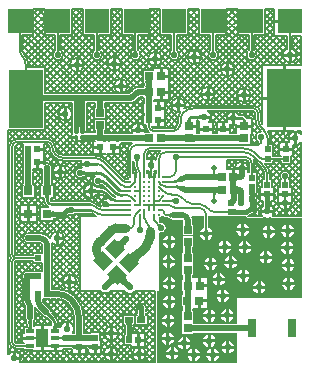
<source format=gtl>
G04 Layer_Physical_Order=1*
G04 Layer_Color=255*
%FSLAX24Y24*%
%MOIN*%
G70*
G01*
G75*
%ADD10C,0.0050*%
%ADD11C,0.0300*%
%ADD12C,0.0100*%
%ADD13C,0.0200*%
%ADD14C,0.0150*%
%ADD15C,0.0050*%
%ADD16R,0.0287X0.0291*%
%ADD17C,0.0197*%
%ADD18C,0.0083*%
%ADD19R,0.0217X0.0217*%
%ADD20R,0.0205X0.0220*%
%ADD21R,0.0217X0.0217*%
%ADD22R,0.0220X0.0205*%
%ADD23R,0.0276X0.0118*%
%ADD24R,0.0394X0.0630*%
%ADD25R,0.0315X0.0315*%
G04:AMPARAMS|DCode=26|XSize=47.2mil|YSize=43.3mil|CornerRadius=0mil|HoleSize=0mil|Usage=FLASHONLY|Rotation=135.000|XOffset=0mil|YOffset=0mil|HoleType=Round|Shape=Rectangle|*
%AMROTATEDRECTD26*
4,1,4,0.0320,-0.0014,0.0014,-0.0320,-0.0320,0.0014,-0.0014,0.0320,0.0320,-0.0014,0.0*
%
%ADD26ROTATEDRECTD26*%

%ADD27R,0.0394X0.0197*%
%ADD28R,0.0283X0.0283*%
%ADD29R,0.0283X0.0283*%
%ADD30R,0.0276X0.0197*%
%ADD31R,0.0291X0.0287*%
%ADD32R,0.0787X0.0787*%
%ADD33C,0.0134*%
%ADD34R,0.1181X0.1968*%
%ADD35R,0.0256X0.0256*%
%ADD36R,0.0291X0.0591*%
%ADD37R,0.0198X0.0960*%
%ADD38C,0.0220*%
G36*
X4691Y5162D02*
X4690Y5159D01*
X4689Y5155D01*
X4688Y5151D01*
X4687Y5145D01*
X4686Y5132D01*
X4685Y5116D01*
X4685Y5107D01*
X4635D01*
X4635Y5116D01*
X4632Y5151D01*
X4631Y5155D01*
X4630Y5159D01*
X4629Y5162D01*
X4628Y5164D01*
X4692D01*
X4691Y5162D01*
D02*
G37*
G36*
X2131Y5103D02*
X2130Y5103D01*
X2128Y5104D01*
X2125Y5104D01*
X2101Y5105D01*
X2070Y5105D01*
Y5255D01*
X2131Y5257D01*
Y5103D01*
D02*
G37*
G36*
X7440Y5080D02*
X7440Y5085D01*
X7438Y5089D01*
X7435Y5093D01*
X7432Y5096D01*
X7427Y5099D01*
X7422Y5101D01*
X7415Y5103D01*
X7407Y5104D01*
X7399Y5105D01*
X7389Y5105D01*
Y5155D01*
X7399Y5155D01*
X7407Y5156D01*
X7415Y5157D01*
X7422Y5159D01*
X7427Y5161D01*
X7432Y5164D01*
X7435Y5167D01*
X7438Y5171D01*
X7440Y5175D01*
X7440Y5180D01*
Y5080D01*
D02*
G37*
G36*
X2287Y5259D02*
X2294Y5255D01*
X2301Y5252D01*
X2309Y5249D01*
X2317Y5246D01*
X2326Y5244D01*
X2336Y5242D01*
X2346Y5241D01*
X2368Y5240D01*
X2378Y5140D01*
X2367Y5140D01*
X2356Y5139D01*
X2346Y5137D01*
X2337Y5135D01*
X2328Y5133D01*
X2320Y5129D01*
X2313Y5126D01*
X2306Y5121D01*
X2300Y5116D01*
X2295Y5110D01*
X2281Y5264D01*
X2287Y5259D01*
D02*
G37*
G36*
X5160Y5221D02*
X5163Y5220D01*
X5167Y5219D01*
X5172Y5218D01*
X5177Y5217D01*
X5190Y5216D01*
X5206Y5215D01*
X5215Y5215D01*
Y5165D01*
X5206Y5165D01*
X5172Y5162D01*
X5167Y5161D01*
X5163Y5160D01*
X5160Y5159D01*
X5158Y5158D01*
Y5222D01*
X5160Y5221D01*
D02*
G37*
G36*
X4162Y5158D02*
X4160Y5159D01*
X4157Y5160D01*
X4153Y5161D01*
X4148Y5162D01*
X4143Y5163D01*
X4130Y5164D01*
X4114Y5165D01*
X4105Y5165D01*
Y5215D01*
X4114Y5215D01*
X4148Y5218D01*
X4153Y5219D01*
X4157Y5220D01*
X4160Y5221D01*
X4162Y5222D01*
Y5158D01*
D02*
G37*
G36*
X4505Y5149D02*
X4501Y5148D01*
X4498Y5147D01*
X4494Y5145D01*
X4489Y5143D01*
X4484Y5140D01*
X4479Y5136D01*
X4468Y5127D01*
X4456Y5115D01*
X4426Y5156D01*
X4432Y5162D01*
X4460Y5193D01*
X4461Y5195D01*
X4462Y5197D01*
X4505Y5149D01*
D02*
G37*
G36*
X4533Y5005D02*
X4532Y5002D01*
X4531Y4998D01*
X4530Y4993D01*
X4529Y4988D01*
X4528Y4975D01*
X4528Y4959D01*
X4528Y4950D01*
X4478D01*
X4477Y4959D01*
X4475Y4993D01*
X4474Y4998D01*
X4473Y5002D01*
X4472Y5005D01*
X4470Y5007D01*
X4535D01*
X4533Y5005D01*
D02*
G37*
G36*
X5538Y4942D02*
X5524Y4952D01*
X5510Y4961D01*
X5495Y4969D01*
X5480Y4976D01*
X5465Y4982D01*
X5449Y4986D01*
X5432Y4990D01*
X5415Y4993D01*
X5398Y4994D01*
X5380Y4995D01*
Y5045D01*
X5398Y5046D01*
X5415Y5047D01*
X5432Y5050D01*
X5449Y5054D01*
X5465Y5058D01*
X5480Y5064D01*
X5495Y5071D01*
X5510Y5079D01*
X5524Y5088D01*
X5538Y5098D01*
Y4942D01*
D02*
G37*
G36*
X1572Y5202D02*
X1576Y5189D01*
X1584Y5178D01*
X1594Y5168D01*
X1608Y5160D01*
X1624Y5153D01*
X1644Y5148D01*
X1667Y5144D01*
X1693Y5142D01*
X1721Y5141D01*
Y4991D01*
X1693Y4990D01*
X1667Y4988D01*
X1644Y4984D01*
X1624Y4979D01*
X1608Y4972D01*
X1594Y4964D01*
X1584Y4954D01*
X1576Y4943D01*
X1572Y4930D01*
X1570Y4916D01*
Y5216D01*
X1572Y5202D01*
D02*
G37*
G36*
X5006Y5005D02*
X5005Y5002D01*
X5004Y4998D01*
X5003Y4993D01*
X5002Y4988D01*
X5001Y4975D01*
X5000Y4959D01*
X5000Y4950D01*
X4950D01*
X4950Y4959D01*
X4947Y4993D01*
X4946Y4998D01*
X4945Y5002D01*
X4944Y5005D01*
X4943Y5007D01*
X5007D01*
X5006Y5005D01*
D02*
G37*
G36*
X7643Y5233D02*
X7647Y5227D01*
X7655Y5222D01*
X7665Y5218D01*
X7679Y5214D01*
X7695Y5211D01*
X7715Y5208D01*
X7763Y5206D01*
X7791Y5205D01*
Y5055D01*
X7763Y5055D01*
X7695Y5050D01*
X7679Y5047D01*
X7665Y5043D01*
X7655Y5039D01*
X7647Y5034D01*
X7643Y5028D01*
X7641Y5021D01*
Y5239D01*
X7643Y5233D01*
D02*
G37*
G36*
X4162Y5000D02*
X4160Y5002D01*
X4157Y5003D01*
X4153Y5004D01*
X4148Y5005D01*
X4143Y5006D01*
X4130Y5007D01*
X4114Y5008D01*
X4105Y5008D01*
Y5058D01*
X4114Y5058D01*
X4148Y5060D01*
X4153Y5061D01*
X4157Y5062D01*
X4160Y5064D01*
X4162Y5065D01*
Y5000D01*
D02*
G37*
G36*
X8065Y4975D02*
X8080Y4953D01*
X8101Y4939D01*
X8127Y4934D01*
X8569D01*
X8594Y4939D01*
X8616Y4953D01*
X8668Y4952D01*
X8750Y4936D01*
X8832Y4952D01*
X8884Y4953D01*
X8906Y4939D01*
X8931Y4934D01*
X9885D01*
X9908Y4915D01*
Y2250D01*
X7750D01*
Y1391D01*
X6318D01*
X6282Y1426D01*
Y1470D01*
X6282Y1482D01*
Y1837D01*
X6256D01*
X6243Y1879D01*
X6266Y1928D01*
X6437D01*
Y2170D01*
X6487D01*
Y2220D01*
X6729D01*
Y2412D01*
X6746Y2424D01*
X6746D01*
Y2620D01*
X6503D01*
Y2670D01*
X6453D01*
Y2916D01*
X6259D01*
X6239Y2957D01*
Y3019D01*
X6278D01*
Y3363D01*
X6278Y3413D01*
X6278Y3433D01*
Y3776D01*
X6243D01*
Y3975D01*
X6268D01*
Y4311D01*
X5932D01*
Y3975D01*
X5957D01*
Y3776D01*
X5915D01*
Y3433D01*
X5915Y3383D01*
X5915Y3363D01*
Y3019D01*
X5954D01*
Y2856D01*
X5914D01*
Y2484D01*
X5954D01*
Y2352D01*
X5911D01*
Y1988D01*
X5954D01*
Y1837D01*
X5911D01*
Y1482D01*
X5911Y1470D01*
Y1432D01*
X5911Y1420D01*
Y1064D01*
X6282D01*
Y1105D01*
X7750D01*
Y92D01*
X5085D01*
X5066Y115D01*
Y2500D01*
X5150D01*
Y4418D01*
X5200Y4459D01*
X5210Y4457D01*
X5269Y4469D01*
X5318Y4502D01*
X5351Y4551D01*
X5363Y4610D01*
X5351Y4669D01*
X5318Y4718D01*
X5269Y4751D01*
X5210Y4763D01*
X5209Y4763D01*
X5196Y4763D01*
X5185Y4764D01*
X5175Y4765D01*
X5166Y4767D01*
X5159Y4769D01*
X5152Y4771D01*
X5150Y4772D01*
Y4953D01*
X5164Y4956D01*
X5191Y4974D01*
X5208Y5000D01*
X5283D01*
X5290Y4990D01*
X5331Y4962D01*
X5374Y4954D01*
X5379Y4952D01*
X5395Y4951D01*
X5410Y4950D01*
X5424Y4948D01*
X5438Y4945D01*
X5451Y4941D01*
X5464Y4936D01*
X5476Y4930D01*
X5488Y4924D01*
X5499Y4916D01*
X5512Y4907D01*
X5520Y4905D01*
X5545Y4888D01*
X5600Y4877D01*
X5940D01*
Y4876D01*
X5951Y4871D01*
X5956Y4860D01*
X5957D01*
Y4705D01*
X5932D01*
Y4369D01*
X6268D01*
Y4705D01*
X6243D01*
Y4860D01*
X6242Y4862D01*
X6232Y4938D01*
X6224Y4958D01*
X6252Y5000D01*
X6654D01*
Y4601D01*
X6638Y4598D01*
X6569Y4551D01*
X6522Y4482D01*
X6516Y4450D01*
X6924D01*
X6918Y4482D01*
X6871Y4551D01*
X6802Y4598D01*
X6786Y4601D01*
Y5000D01*
X7398D01*
Y4980D01*
X7630D01*
X7631Y4979D01*
X7636Y4980D01*
X7641Y4978D01*
X7682Y4980D01*
X7724Y5000D01*
X8060D01*
X8065Y4975D01*
D02*
G37*
G36*
X8846Y5630D02*
X8842Y5625D01*
X8838Y5618D01*
X8834Y5607D01*
X8832Y5594D01*
X8829Y5577D01*
X8826Y5535D01*
X8825Y5481D01*
X8675D01*
X8675Y5510D01*
X8668Y5594D01*
X8666Y5607D01*
X8662Y5618D01*
X8658Y5625D01*
X8654Y5630D01*
X8649Y5631D01*
X8851D01*
X8846Y5630D01*
D02*
G37*
G36*
X5318Y5536D02*
X5321Y5535D01*
X5325Y5534D01*
X5329Y5533D01*
X5335Y5532D01*
X5348Y5531D01*
X5364Y5530D01*
X5373Y5530D01*
Y5480D01*
X5364Y5480D01*
X5329Y5477D01*
X5325Y5476D01*
X5321Y5475D01*
X5318Y5474D01*
X5316Y5473D01*
Y5537D01*
X5318Y5536D01*
D02*
G37*
G36*
X5006Y5635D02*
X5005Y5632D01*
X5004Y5628D01*
X5003Y5623D01*
X5002Y5618D01*
X5001Y5605D01*
X5000Y5589D01*
X5000Y5584D01*
X5000Y5579D01*
X5003Y5544D01*
X5004Y5540D01*
X5005Y5536D01*
X5005Y5535D01*
X5006Y5535D01*
X5010Y5534D01*
X5014Y5533D01*
X5020Y5532D01*
X5033Y5531D01*
X5049Y5530D01*
X5054Y5530D01*
X5059Y5530D01*
X5093Y5533D01*
X5098Y5534D01*
X5101Y5535D01*
X5104Y5536D01*
X5107Y5537D01*
Y5473D01*
X5104Y5474D01*
X5101Y5475D01*
X5098Y5476D01*
X5093Y5477D01*
X5088Y5478D01*
X5075Y5479D01*
X5059Y5480D01*
X5054Y5480D01*
X5049Y5480D01*
X5014Y5477D01*
X5010Y5476D01*
X5006Y5475D01*
X5005Y5475D01*
X5005Y5474D01*
X5004Y5470D01*
X5003Y5466D01*
X5002Y5460D01*
X5001Y5447D01*
X5000Y5431D01*
X5000Y5426D01*
X5000Y5421D01*
X5003Y5387D01*
X5004Y5382D01*
X5005Y5379D01*
X5005Y5378D01*
X5006Y5377D01*
X5010Y5376D01*
X5014Y5375D01*
X5020Y5374D01*
X5033Y5373D01*
X5049Y5373D01*
X5054Y5373D01*
X5059Y5373D01*
X5093Y5375D01*
X5098Y5376D01*
X5101Y5377D01*
X5104Y5378D01*
X5107Y5380D01*
Y5315D01*
X5104Y5317D01*
X5101Y5318D01*
X5098Y5319D01*
X5093Y5320D01*
X5088Y5321D01*
X5075Y5322D01*
X5059Y5322D01*
X5054Y5323D01*
X5049Y5322D01*
X5014Y5320D01*
X5010Y5319D01*
X5006Y5318D01*
X5005Y5317D01*
X5005Y5317D01*
X5004Y5313D01*
X5003Y5308D01*
X5002Y5303D01*
X5001Y5290D01*
X5000Y5274D01*
X5000Y5269D01*
X5000Y5264D01*
X5003Y5229D01*
X5004Y5225D01*
X5005Y5221D01*
X5006Y5218D01*
X5007Y5216D01*
X4943D01*
X4944Y5218D01*
X4945Y5221D01*
X4946Y5225D01*
X4947Y5229D01*
X4948Y5235D01*
X4949Y5248D01*
X4950Y5264D01*
X4950Y5269D01*
X4950Y5274D01*
X4947Y5308D01*
X4946Y5313D01*
X4945Y5317D01*
X4945Y5317D01*
X4944Y5318D01*
X4940Y5319D01*
X4936Y5320D01*
X4930Y5321D01*
X4917Y5322D01*
X4901Y5322D01*
X4896Y5323D01*
X4891Y5322D01*
X4857Y5320D01*
X4852Y5319D01*
X4848Y5318D01*
X4848Y5317D01*
X4847Y5317D01*
X4846Y5313D01*
X4845Y5308D01*
X4844Y5303D01*
X4843Y5290D01*
X4843Y5274D01*
X4843Y5269D01*
X4843Y5264D01*
X4845Y5229D01*
X4846Y5225D01*
X4847Y5221D01*
X4848Y5218D01*
X4850Y5216D01*
X4785D01*
X4787Y5218D01*
X4788Y5221D01*
X4789Y5225D01*
X4790Y5229D01*
X4791Y5235D01*
X4792Y5248D01*
X4792Y5264D01*
X4792Y5269D01*
X4792Y5274D01*
X4790Y5308D01*
X4789Y5313D01*
X4788Y5317D01*
X4787Y5317D01*
X4786Y5318D01*
X4783Y5319D01*
X4778Y5320D01*
X4773Y5321D01*
X4760Y5322D01*
X4744Y5322D01*
X4739Y5323D01*
X4734Y5322D01*
X4699Y5320D01*
X4695Y5319D01*
X4691Y5318D01*
X4688Y5317D01*
X4686Y5315D01*
Y5380D01*
X4688Y5378D01*
X4691Y5377D01*
X4695Y5376D01*
X4699Y5375D01*
X4705Y5374D01*
X4718Y5373D01*
X4734Y5373D01*
X4739Y5373D01*
X4744Y5373D01*
X4778Y5375D01*
X4783Y5376D01*
X4786Y5377D01*
X4789Y5378D01*
X4792Y5380D01*
Y5322D01*
X4843D01*
Y5380D01*
X4845Y5378D01*
X4848Y5377D01*
X4852Y5376D01*
X4857Y5375D01*
X4862Y5374D01*
X4875Y5373D01*
X4891Y5373D01*
X4896Y5373D01*
X4901Y5373D01*
X4936Y5375D01*
X4940Y5376D01*
X4944Y5377D01*
X4945Y5378D01*
X4945Y5379D01*
X4946Y5382D01*
X4947Y5387D01*
X4948Y5392D01*
X4949Y5405D01*
X4950Y5421D01*
X4950Y5426D01*
X4950Y5431D01*
X4947Y5466D01*
X4946Y5470D01*
X4945Y5474D01*
X4944Y5477D01*
X4943Y5479D01*
X5001D01*
Y5531D01*
X4943D01*
X4944Y5533D01*
X4945Y5536D01*
X4946Y5540D01*
X4947Y5544D01*
X4948Y5550D01*
X4949Y5563D01*
X4950Y5579D01*
X4950Y5584D01*
X4950Y5589D01*
X4947Y5623D01*
X4946Y5628D01*
X4945Y5632D01*
X4944Y5635D01*
X4943Y5637D01*
X5007D01*
X5006Y5635D01*
D02*
G37*
G36*
X9385Y5631D02*
X9381Y5629D01*
X9377Y5627D01*
X9374Y5623D01*
X9371Y5619D01*
X9369Y5613D01*
X9367Y5607D01*
X9366Y5599D01*
X9365Y5591D01*
X9365Y5590D01*
X9366Y5584D01*
X9367Y5575D01*
X9370Y5566D01*
X9373Y5557D01*
X9378Y5548D01*
X9384Y5538D01*
X9390Y5528D01*
X9398Y5519D01*
X9407Y5509D01*
X9417Y5499D01*
X9263D01*
X9273Y5509D01*
X9290Y5528D01*
X9296Y5538D01*
X9302Y5548D01*
X9307Y5557D01*
X9310Y5566D01*
X9313Y5575D01*
X9314Y5584D01*
X9315Y5590D01*
X9315Y5591D01*
X9314Y5599D01*
X9313Y5607D01*
X9311Y5613D01*
X9309Y5619D01*
X9306Y5623D01*
X9303Y5627D01*
X9299Y5629D01*
X9295Y5631D01*
X9290Y5631D01*
X9390D01*
X9385Y5631D01*
D02*
G37*
G36*
X8331Y5854D02*
X8326Y5849D01*
X8321Y5842D01*
X8317Y5831D01*
X8313Y5818D01*
X8310Y5801D01*
X8308Y5782D01*
X8305Y5735D01*
X8307Y5679D01*
X8153D01*
X8153Y5680D01*
X8154Y5682D01*
X8154Y5685D01*
X8155Y5713D01*
X8155Y5719D01*
X8155Y5734D01*
X8150Y5801D01*
X8147Y5818D01*
X8143Y5831D01*
X8139Y5842D01*
X8134Y5849D01*
X8129Y5854D01*
X8123Y5855D01*
X8337D01*
X8331Y5854D01*
D02*
G37*
G36*
X4533Y5635D02*
X4532Y5632D01*
X4531Y5628D01*
X4530Y5623D01*
X4529Y5618D01*
X4528Y5605D01*
X4528Y5589D01*
X4528Y5584D01*
X4528Y5579D01*
X4530Y5544D01*
X4531Y5540D01*
X4532Y5536D01*
X4533Y5533D01*
X4535Y5531D01*
X4470D01*
X4472Y5533D01*
X4473Y5536D01*
X4474Y5540D01*
X4475Y5544D01*
X4476Y5550D01*
X4477Y5563D01*
X4477Y5579D01*
X4477Y5584D01*
X4477Y5589D01*
X4475Y5623D01*
X4474Y5628D01*
X4473Y5632D01*
X4472Y5635D01*
X4470Y5637D01*
X4535D01*
X4533Y5635D01*
D02*
G37*
G36*
X1483Y5739D02*
X1479Y5729D01*
X1476Y5716D01*
X1473Y5699D01*
X1469Y5659D01*
X1515D01*
X1505Y5658D01*
X1497Y5655D01*
X1489Y5650D01*
X1483Y5643D01*
X1477Y5634D01*
X1473Y5623D01*
X1469Y5609D01*
X1467Y5594D01*
X1466Y5579D01*
X1465Y5529D01*
X1365D01*
X1365Y5566D01*
X1363Y5591D01*
X1363Y5594D01*
X1360Y5609D01*
X1357Y5623D01*
X1352Y5634D01*
X1347Y5643D01*
X1340Y5650D01*
X1333Y5655D01*
X1324Y5658D01*
X1315Y5659D01*
X1359D01*
X1357Y5699D01*
X1354Y5716D01*
X1351Y5729D01*
X1347Y5739D01*
X1342Y5745D01*
X1487D01*
X1483Y5739D01*
D02*
G37*
G36*
X5318Y5378D02*
X5321Y5377D01*
X5325Y5376D01*
X5329Y5375D01*
X5335Y5374D01*
X5348Y5373D01*
X5364Y5373D01*
X5373Y5373D01*
Y5323D01*
X5364Y5322D01*
X5329Y5320D01*
X5325Y5319D01*
X5321Y5318D01*
X5318Y5317D01*
X5316Y5315D01*
Y5380D01*
X5318Y5378D01*
D02*
G37*
G36*
X3464Y5419D02*
X3470Y5410D01*
X3477Y5401D01*
X3485Y5393D01*
X3492Y5387D01*
X3500Y5382D01*
X3509Y5378D01*
X3517Y5375D01*
X3526Y5373D01*
X3536Y5373D01*
X3520Y5323D01*
X3512Y5322D01*
X3504Y5321D01*
X3496Y5319D01*
X3486Y5316D01*
X3464Y5308D01*
X3453Y5303D01*
X3412Y5283D01*
X3458Y5430D01*
X3464Y5419D01*
D02*
G37*
G36*
X8827Y5229D02*
X8673D01*
X8673Y5230D01*
X8674Y5232D01*
X8674Y5235D01*
X8675Y5263D01*
X8675Y5296D01*
X8825D01*
X8827Y5229D01*
D02*
G37*
G36*
X4533Y5477D02*
X4532Y5474D01*
X4531Y5470D01*
X4530Y5466D01*
X4529Y5460D01*
X4528Y5447D01*
X4528Y5431D01*
X4528Y5426D01*
X4528Y5421D01*
X4530Y5387D01*
X4531Y5382D01*
X4532Y5379D01*
X4533Y5376D01*
X4535Y5373D01*
X4477D01*
Y5315D01*
X4475Y5317D01*
X4472Y5318D01*
X4468Y5319D01*
X4463Y5320D01*
X4458Y5321D01*
X4445Y5322D01*
X4429Y5322D01*
X4424Y5323D01*
X4419Y5322D01*
X4384Y5320D01*
X4380Y5319D01*
X4376Y5318D01*
X4373Y5317D01*
X4371Y5315D01*
Y5380D01*
X4373Y5378D01*
X4376Y5377D01*
X4380Y5376D01*
X4384Y5375D01*
X4390Y5374D01*
X4403Y5373D01*
X4419Y5373D01*
X4424Y5373D01*
X4429Y5373D01*
X4463Y5375D01*
X4468Y5376D01*
X4472Y5377D01*
X4472Y5378D01*
X4473Y5379D01*
X4474Y5382D01*
X4475Y5387D01*
X4476Y5392D01*
X4477Y5405D01*
X4477Y5421D01*
X4477Y5426D01*
X4477Y5431D01*
X4475Y5466D01*
X4474Y5470D01*
X4473Y5474D01*
X4472Y5477D01*
X4470Y5479D01*
X4535D01*
X4533Y5477D01*
D02*
G37*
G36*
X8307Y5520D02*
X8306Y5518D01*
X8306Y5515D01*
X8305Y5487D01*
X8305Y5454D01*
X8155D01*
X8153Y5521D01*
X8307D01*
X8307Y5520D01*
D02*
G37*
G36*
X5629Y5428D02*
X5619Y5438D01*
X5600Y5455D01*
X5590Y5461D01*
X5580Y5467D01*
X5571Y5472D01*
X5562Y5475D01*
X5553Y5478D01*
X5544Y5480D01*
X5535Y5480D01*
Y5530D01*
X5544Y5531D01*
X5553Y5532D01*
X5562Y5535D01*
X5571Y5538D01*
X5580Y5543D01*
X5590Y5549D01*
X5600Y5556D01*
X5609Y5563D01*
X5619Y5572D01*
X5629Y5582D01*
Y5428D01*
D02*
G37*
G36*
X5264Y5315D02*
X5262Y5317D01*
X5259Y5318D01*
X5255Y5319D01*
X5251Y5320D01*
X5245Y5321D01*
X5232Y5322D01*
X5216Y5322D01*
X5211Y5323D01*
X5206Y5322D01*
X5172Y5320D01*
X5167Y5319D01*
X5163Y5318D01*
X5160Y5317D01*
X5158Y5315D01*
Y5380D01*
X5160Y5378D01*
X5163Y5377D01*
X5167Y5376D01*
X5172Y5375D01*
X5177Y5374D01*
X5190Y5373D01*
X5206Y5373D01*
X5211Y5373D01*
X5216Y5373D01*
X5251Y5375D01*
X5255Y5376D01*
X5259Y5377D01*
X5262Y5378D01*
X5264Y5380D01*
Y5315D01*
D02*
G37*
G36*
X4268Y1441D02*
X4258Y1437D01*
X4249Y1429D01*
X4241Y1419D01*
X4234Y1405D01*
X4228Y1389D01*
X4224Y1369D01*
X4221Y1347D01*
X4219Y1321D01*
X4218Y1293D01*
X4068D01*
X4068Y1321D01*
X4063Y1369D01*
X4059Y1389D01*
X4053Y1405D01*
X4046Y1419D01*
X4038Y1429D01*
X4029Y1437D01*
X4019Y1441D01*
X4007Y1443D01*
X4280D01*
X4268Y1441D01*
D02*
G37*
G36*
X4637Y1834D02*
X4636Y1832D01*
X4636Y1828D01*
X4635Y1801D01*
X4635Y1783D01*
X4636Y1759D01*
X4641Y1711D01*
X4645Y1691D01*
X4650Y1675D01*
X4657Y1661D01*
X4665Y1651D01*
X4674Y1643D01*
X4685Y1639D01*
X4697Y1637D01*
X4423D01*
X4435Y1639D01*
X4446Y1643D01*
X4455Y1651D01*
X4463Y1661D01*
X4470Y1675D01*
X4475Y1691D01*
X4479Y1711D01*
X4483Y1733D01*
X4484Y1759D01*
X4485Y1776D01*
X4483Y1835D01*
X4637D01*
X4637Y1834D01*
D02*
G37*
G36*
X1480Y1791D02*
X1482Y1784D01*
X1484Y1776D01*
X1486Y1768D01*
X1490Y1760D01*
X1495Y1752D01*
X1500Y1744D01*
X1506Y1736D01*
X1513Y1728D01*
X1521Y1719D01*
X1451Y1649D01*
X1442Y1657D01*
X1426Y1670D01*
X1418Y1675D01*
X1410Y1680D01*
X1402Y1684D01*
X1394Y1686D01*
X1386Y1688D01*
X1379Y1690D01*
X1371Y1690D01*
X1480Y1799D01*
X1480Y1791D01*
D02*
G37*
G36*
X1724Y1315D02*
X1725Y1297D01*
X1728Y1282D01*
X1731Y1269D01*
X1736Y1258D01*
X1741Y1249D01*
X1748Y1242D01*
X1755Y1237D01*
X1764Y1234D01*
X1773Y1233D01*
X1573D01*
X1583Y1234D01*
X1591Y1237D01*
X1599Y1242D01*
X1605Y1249D01*
X1611Y1258D01*
X1615Y1269D01*
X1619Y1282D01*
X1621Y1297D01*
X1623Y1315D01*
X1623Y1334D01*
X1723D01*
X1724Y1315D01*
D02*
G37*
G36*
X4219Y1089D02*
X4224Y1021D01*
X4226Y1005D01*
X4230Y991D01*
X4234Y981D01*
X4239Y973D01*
X4244Y969D01*
X4251Y967D01*
X4036D01*
X4042Y969D01*
X4048Y973D01*
X4053Y981D01*
X4057Y991D01*
X4060Y1005D01*
X4063Y1021D01*
X4066Y1041D01*
X4068Y1089D01*
X4068Y1117D01*
X4218D01*
X4219Y1089D01*
D02*
G37*
G36*
X2899Y831D02*
X2781Y830D01*
Y830D01*
X2740Y830D01*
X2699Y830D01*
Y830D01*
X2581Y831D01*
Y1049D01*
X2583Y1045D01*
X2589Y1042D01*
X2599Y1039D01*
X2613Y1036D01*
X2631Y1034D01*
X2679Y1031D01*
X2744Y1030D01*
X2881Y1039D01*
X2891Y1042D01*
X2897Y1045D01*
X2899Y1049D01*
Y831D01*
D02*
G37*
G36*
X913Y1503D02*
X910Y1494D01*
X907Y1481D01*
X904Y1465D01*
X900Y1422D01*
X897Y1331D01*
X897Y1327D01*
X897Y1315D01*
X899Y1297D01*
X901Y1282D01*
X905Y1269D01*
X909Y1258D01*
X915Y1249D01*
X921Y1242D01*
X929Y1237D01*
X937Y1234D01*
X947Y1233D01*
X747D01*
X756Y1234D01*
X765Y1237D01*
X772Y1242D01*
X779Y1249D01*
X784Y1258D01*
X789Y1269D01*
X792Y1282D01*
X795Y1297D01*
X796Y1315D01*
X796Y1327D01*
X796Y1331D01*
X786Y1481D01*
X783Y1494D01*
X780Y1503D01*
X776Y1509D01*
X917D01*
X913Y1503D01*
D02*
G37*
G36*
X1527Y2496D02*
X1533Y2495D01*
X1543Y2493D01*
X1575Y2492D01*
X1725Y2490D01*
Y2290D01*
X1525Y2283D01*
Y2497D01*
X1527Y2496D01*
D02*
G37*
G36*
X4048Y2998D02*
X4041Y2982D01*
X4037Y2964D01*
X4038Y2945D01*
X4043Y2924D01*
X4052Y2902D01*
X4066Y2879D01*
X4083Y2854D01*
X4106Y2828D01*
X4132Y2800D01*
X3990Y2659D01*
X3963Y2685D01*
X3936Y2707D01*
X3911Y2725D01*
X3888Y2738D01*
X3866Y2748D01*
X3845Y2753D01*
X3826Y2754D01*
X3809Y2750D01*
X3792Y2742D01*
X3777Y2730D01*
X4060Y3013D01*
X4048Y2998D01*
D02*
G37*
G36*
X1524Y2891D02*
X1523Y2885D01*
X1522Y2875D01*
X1520Y2731D01*
X1520Y2697D01*
X1525Y2497D01*
X1310D01*
X1312Y2499D01*
X1314Y2505D01*
X1315Y2515D01*
X1317Y2529D01*
X1320Y2625D01*
X1320Y2693D01*
X1310Y2893D01*
X1525D01*
X1524Y2891D01*
D02*
G37*
G36*
X3744Y2744D02*
X3729Y2756D01*
X3712Y2764D01*
X3695Y2767D01*
X3675Y2767D01*
X3655Y2762D01*
X3633Y2752D01*
X3609Y2739D01*
X3585Y2721D01*
X3558Y2699D01*
X3531Y2673D01*
X3389Y2814D01*
X3415Y2842D01*
X3438Y2868D01*
X3455Y2893D01*
X3469Y2916D01*
X3478Y2938D01*
X3483Y2959D01*
X3484Y2978D01*
X3480Y2996D01*
X3473Y3012D01*
X3461Y3027D01*
X3744Y2744D01*
D02*
G37*
G36*
X1526Y3481D02*
X1525Y3475D01*
X1523Y3465D01*
X1522Y3433D01*
X1520Y3299D01*
X1525Y3107D01*
X1310D01*
X1312Y3109D01*
X1314Y3115D01*
X1315Y3125D01*
X1317Y3139D01*
X1320Y3235D01*
X1320Y3286D01*
X1313Y3483D01*
X1527D01*
X1526Y3481D01*
D02*
G37*
G36*
X995Y2893D02*
X993Y2894D01*
X987Y2895D01*
X977Y2897D01*
X945Y2898D01*
X795Y2900D01*
Y3100D01*
X995Y3107D01*
Y2893D01*
D02*
G37*
G36*
X1208Y2282D02*
X1206Y2279D01*
X1205Y2274D01*
X1203Y2266D01*
X1202Y2257D01*
X1200Y2217D01*
X1200Y2180D01*
X1000D01*
X995Y2283D01*
X1210D01*
X1208Y2282D01*
D02*
G37*
G36*
X711Y614D02*
X711Y619D01*
X709Y623D01*
X707Y627D01*
X703Y630D01*
X698Y633D01*
X693Y635D01*
X686Y637D01*
X678Y638D01*
X670Y639D01*
X660Y639D01*
Y689D01*
X670Y689D01*
X678Y690D01*
X686Y691D01*
X693Y693D01*
X698Y695D01*
X703Y698D01*
X707Y701D01*
X709Y705D01*
X711Y709D01*
X711Y714D01*
Y614D01*
D02*
G37*
G36*
X4059Y4098D02*
X4033Y4070D01*
X4011Y4044D01*
X3994Y4020D01*
X3980Y3996D01*
X3971Y3974D01*
X3966Y3954D01*
X3965Y3935D01*
X3969Y3917D01*
X3976Y3901D01*
X3988Y3886D01*
X3706Y4169D01*
X3721Y4157D01*
X3737Y4149D01*
X3755Y4145D01*
X3774Y4146D01*
X3794Y4151D01*
X3816Y4160D01*
X3839Y4174D01*
X3864Y4191D01*
X3890Y4213D01*
X3918Y4239D01*
X4059Y4098D01*
D02*
G37*
G36*
X1810Y709D02*
X1812Y705D01*
X1814Y701D01*
X1818Y698D01*
X1822Y695D01*
X1828Y693D01*
X1834Y691D01*
X1842Y690D01*
X1850Y689D01*
X1860Y689D01*
Y639D01*
X1850Y639D01*
X1842Y638D01*
X1834Y637D01*
X1828Y635D01*
X1822Y633D01*
X1818Y630D01*
X1814Y627D01*
X1812Y623D01*
X1810Y619D01*
X1810Y614D01*
Y714D01*
X1810Y709D01*
D02*
G37*
G36*
X4137Y4687D02*
X4187Y4637D01*
X4193Y4629D01*
X4196Y4623D01*
X4196Y4619D01*
X4193Y4616D01*
X4188Y4615D01*
Y4565D01*
X4193Y4564D01*
X4196Y4561D01*
X4196Y4557D01*
X4193Y4551D01*
X4187Y4543D01*
X4179Y4533D01*
X4168Y4521D01*
X4137Y4493D01*
X4117Y4476D01*
Y4704D01*
X4137Y4687D01*
D02*
G37*
G36*
X5112Y4744D02*
X5119Y4739D01*
X5128Y4734D01*
X5137Y4730D01*
X5147Y4727D01*
X5157Y4724D01*
X5169Y4722D01*
X5181Y4721D01*
X5195Y4720D01*
X5209Y4720D01*
X5100Y4611D01*
X5100Y4625D01*
X5098Y4651D01*
X5096Y4663D01*
X5093Y4673D01*
X5090Y4683D01*
X5086Y4692D01*
X5081Y4701D01*
X5076Y4708D01*
X5070Y4715D01*
X5105Y4750D01*
X5112Y4744D01*
D02*
G37*
G36*
X4528Y4687D02*
X4530Y4678D01*
X4532Y4669D01*
X4536Y4660D01*
X4541Y4650D01*
X4546Y4641D01*
X4553Y4631D01*
X4561Y4621D01*
X4570Y4611D01*
X4580Y4601D01*
X4426D01*
X4435Y4611D01*
X4452Y4631D01*
X4459Y4641D01*
X4465Y4650D01*
X4469Y4660D01*
X4473Y4669D01*
X4475Y4678D01*
X4477Y4687D01*
X4478Y4696D01*
X4528D01*
X4528Y4687D01*
D02*
G37*
G36*
X6746Y4564D02*
X6747Y4555D01*
X6750Y4546D01*
X6753Y4537D01*
X6758Y4528D01*
X6764Y4518D01*
X6770Y4508D01*
X6778Y4499D01*
X6787Y4489D01*
X6797Y4479D01*
X6643D01*
X6653Y4489D01*
X6670Y4508D01*
X6676Y4518D01*
X6682Y4528D01*
X6687Y4537D01*
X6690Y4546D01*
X6693Y4555D01*
X6694Y4564D01*
X6695Y4573D01*
X6745D01*
X6746Y4564D01*
D02*
G37*
G36*
X1527Y3697D02*
X1313D01*
X1314Y3699D01*
X1315Y3705D01*
X1317Y3715D01*
X1318Y3747D01*
X1320Y3897D01*
X1520D01*
X1527Y3697D01*
D02*
G37*
G36*
X1066Y870D02*
X1065Y875D01*
X1063Y879D01*
X1061Y883D01*
X1057Y886D01*
X1053Y889D01*
X1047Y891D01*
X1040Y893D01*
X1033Y894D01*
X1024Y895D01*
X1024Y895D01*
X1024Y895D01*
X1015Y894D01*
X1008Y893D01*
X1001Y891D01*
X996Y889D01*
X991Y886D01*
X988Y883D01*
X985Y879D01*
X984Y875D01*
X983Y870D01*
Y970D01*
X984Y965D01*
X985Y961D01*
X988Y957D01*
X991Y954D01*
X996Y951D01*
X1001Y949D01*
X1008Y947D01*
X1015Y946D01*
X1024Y945D01*
X1024Y945D01*
X1024Y945D01*
X1033Y946D01*
X1040Y947D01*
X1047Y949D01*
X1053Y951D01*
X1057Y954D01*
X1061Y957D01*
X1063Y961D01*
X1065Y965D01*
X1066Y970D01*
Y870D01*
D02*
G37*
G36*
X999Y3540D02*
X999Y3545D01*
X997Y3549D01*
X995Y3553D01*
X991Y3556D01*
X986Y3559D01*
X981Y3561D01*
X974Y3563D01*
X966Y3564D01*
X958Y3565D01*
X948Y3565D01*
Y3615D01*
X958Y3615D01*
X966Y3616D01*
X974Y3617D01*
X981Y3619D01*
X986Y3621D01*
X991Y3624D01*
X995Y3627D01*
X997Y3631D01*
X999Y3635D01*
X999Y3640D01*
Y3540D01*
D02*
G37*
G36*
X4605Y3693D02*
X4566Y3652D01*
X4503Y3579D01*
X4481Y3547D01*
X4463Y3517D01*
X4452Y3491D01*
X4446Y3467D01*
X4446Y3446D01*
X4451Y3428D01*
X4462Y3413D01*
X4129Y3745D01*
X4141Y3737D01*
X4156Y3735D01*
X4175Y3738D01*
X4196Y3746D01*
X4221Y3759D01*
X4249Y3778D01*
X4280Y3802D01*
X4353Y3866D01*
X4393Y3905D01*
X4605Y3693D01*
D02*
G37*
G36*
X1538Y614D02*
X1537Y619D01*
X1536Y623D01*
X1533Y627D01*
X1530Y630D01*
X1525Y633D01*
X1520Y635D01*
X1513Y637D01*
X1505Y638D01*
X1497Y639D01*
X1496Y639D01*
X1496Y639D01*
X1488Y638D01*
X1480Y637D01*
X1474Y635D01*
X1468Y633D01*
X1464Y630D01*
X1460Y627D01*
X1458Y623D01*
X1456Y619D01*
X1456Y614D01*
Y714D01*
X1456Y709D01*
X1458Y705D01*
X1460Y701D01*
X1464Y698D01*
X1468Y695D01*
X1474Y693D01*
X1480Y691D01*
X1488Y690D01*
X1496Y689D01*
X1496Y689D01*
X1497Y689D01*
X1505Y690D01*
X1513Y691D01*
X1520Y693D01*
X1525Y695D01*
X1530Y698D01*
X1533Y701D01*
X1536Y705D01*
X1537Y709D01*
X1538Y714D01*
Y614D01*
D02*
G37*
G36*
X2581Y1049D02*
X2379D01*
Y831D01*
X2179Y830D01*
Y1030D01*
X2217Y1030D01*
X2361Y1039D01*
X2371Y1042D01*
X2377Y1045D01*
X2379Y1049D01*
X2379Y1051D01*
X2379Y1057D01*
X2380Y1249D01*
X2580D01*
X2581Y1049D01*
D02*
G37*
G36*
X1810Y965D02*
X1812Y961D01*
X1814Y957D01*
X1818Y954D01*
X1822Y951D01*
X1828Y949D01*
X1834Y947D01*
X1842Y946D01*
X1850Y945D01*
X1860Y945D01*
Y895D01*
X1850Y895D01*
X1842Y894D01*
X1834Y893D01*
X1828Y891D01*
X1822Y889D01*
X1818Y886D01*
X1814Y883D01*
X1812Y879D01*
X1810Y875D01*
X1810Y870D01*
Y970D01*
X1810Y965D01*
D02*
G37*
G36*
X3115Y11108D02*
X3111Y11107D01*
X3107Y11104D01*
X3104Y11101D01*
X3101Y11096D01*
X3099Y11090D01*
X3097Y11084D01*
X3096Y11076D01*
X3095Y11067D01*
X3095Y11057D01*
X3045D01*
X3045Y11067D01*
X3044Y11076D01*
X3043Y11084D01*
X3041Y11090D01*
X3039Y11096D01*
X3036Y11101D01*
X3033Y11104D01*
X3029Y11107D01*
X3025Y11108D01*
X3020Y11109D01*
X3120D01*
X3115Y11108D01*
D02*
G37*
G36*
X4405D02*
X4401Y11107D01*
X4397Y11104D01*
X4394Y11101D01*
X4391Y11096D01*
X4389Y11090D01*
X4387Y11084D01*
X4386Y11076D01*
X4385Y11067D01*
X4385Y11057D01*
X4335D01*
X4335Y11067D01*
X4334Y11076D01*
X4333Y11084D01*
X4331Y11090D01*
X4329Y11096D01*
X4326Y11101D01*
X4323Y11104D01*
X4319Y11107D01*
X4315Y11108D01*
X4310Y11109D01*
X4410D01*
X4405Y11108D01*
D02*
G37*
G36*
X5695D02*
X5691Y11107D01*
X5687Y11104D01*
X5684Y11101D01*
X5681Y11096D01*
X5679Y11090D01*
X5677Y11084D01*
X5676Y11076D01*
X5675Y11067D01*
X5675Y11057D01*
X5625D01*
X5625Y11067D01*
X5624Y11076D01*
X5623Y11084D01*
X5621Y11090D01*
X5619Y11096D01*
X5616Y11101D01*
X5613Y11104D01*
X5609Y11107D01*
X5605Y11108D01*
X5600Y11109D01*
X5700D01*
X5695Y11108D01*
D02*
G37*
G36*
X6283Y7723D02*
X6289Y7716D01*
X6299Y7710D01*
X6313Y7705D01*
X6331Y7700D01*
X6353Y7696D01*
X6379Y7694D01*
X6436Y7691D01*
X6619Y7699D01*
Y7481D01*
X6617Y7483D01*
X6611Y7484D01*
X6601Y7486D01*
X6569Y7488D01*
X6444Y7490D01*
X6443Y7490D01*
X6353Y7484D01*
X6331Y7480D01*
X6313Y7475D01*
X6299Y7470D01*
X6289Y7464D01*
X6283Y7457D01*
X6281Y7449D01*
Y7731D01*
X6283Y7723D01*
D02*
G37*
G36*
X7189Y7481D02*
X7187Y7483D01*
X7181Y7484D01*
X7171Y7486D01*
X7139Y7488D01*
X7013Y7490D01*
X6821Y7481D01*
Y7699D01*
X6823Y7697D01*
X6829Y7696D01*
X6839Y7694D01*
X6871Y7692D01*
X6997Y7690D01*
X7189Y7699D01*
Y7481D01*
D02*
G37*
G36*
X3509Y7471D02*
X3507Y7473D01*
X3501Y7474D01*
X3491Y7476D01*
X3459Y7478D01*
X3438Y7478D01*
X3281Y7471D01*
Y7689D01*
X3283Y7687D01*
X3289Y7686D01*
X3299Y7684D01*
X3331Y7682D01*
X3352Y7682D01*
X3509Y7689D01*
Y7471D01*
D02*
G37*
G36*
X7393Y7697D02*
X7399Y7696D01*
X7409Y7694D01*
X7441Y7692D01*
X7591Y7690D01*
Y7490D01*
X7391Y7481D01*
Y7699D01*
X7393Y7697D01*
D02*
G37*
G36*
X9545Y11108D02*
X9541Y11107D01*
X9537Y11104D01*
X9534Y11101D01*
X9531Y11096D01*
X9529Y11090D01*
X9527Y11084D01*
X9526Y11076D01*
X9525Y11067D01*
X9525Y11057D01*
X9475D01*
X9475Y11067D01*
X9474Y11076D01*
X9473Y11084D01*
X9471Y11090D01*
X9469Y11096D01*
X9466Y11101D01*
X9463Y11104D01*
X9459Y11107D01*
X9455Y11108D01*
X9450Y11109D01*
X9550D01*
X9545Y11108D01*
D02*
G37*
G36*
X7849Y7449D02*
X7847Y7457D01*
X7841Y7464D01*
X7831Y7470D01*
X7817Y7475D01*
X7799Y7480D01*
X7777Y7484D01*
X7751Y7486D01*
X7687Y7490D01*
X7649Y7490D01*
Y7690D01*
X7687Y7690D01*
X7777Y7696D01*
X7799Y7700D01*
X7817Y7705D01*
X7831Y7710D01*
X7841Y7716D01*
X7847Y7723D01*
X7849Y7731D01*
Y7449D01*
D02*
G37*
G36*
X8795Y7372D02*
X8796Y7364D01*
X8797Y7356D01*
X8799Y7349D01*
X8801Y7344D01*
X8804Y7339D01*
X8807Y7335D01*
X8811Y7333D01*
X8815Y7331D01*
X8820Y7331D01*
X8720D01*
X8725Y7331D01*
X8729Y7333D01*
X8733Y7335D01*
X8736Y7339D01*
X8739Y7344D01*
X8741Y7349D01*
X8743Y7356D01*
X8744Y7364D01*
X8745Y7372D01*
X8745Y7382D01*
X8795D01*
X8795Y7372D01*
D02*
G37*
G36*
X8275Y11108D02*
X8271Y11107D01*
X8267Y11104D01*
X8264Y11101D01*
X8261Y11096D01*
X8259Y11090D01*
X8257Y11084D01*
X8256Y11076D01*
X8255Y11067D01*
X8255Y11057D01*
X8205D01*
X8205Y11067D01*
X8204Y11076D01*
X8203Y11084D01*
X8201Y11090D01*
X8199Y11096D01*
X8196Y11101D01*
X8193Y11104D01*
X8189Y11107D01*
X8185Y11108D01*
X8180Y11109D01*
X8280D01*
X8275Y11108D01*
D02*
G37*
G36*
X6995D02*
X6991Y11107D01*
X6987Y11104D01*
X6984Y11101D01*
X6981Y11096D01*
X6979Y11090D01*
X6977Y11084D01*
X6976Y11076D01*
X6975Y11067D01*
X6975Y11057D01*
X6925D01*
X6925Y11067D01*
X6924Y11076D01*
X6923Y11084D01*
X6921Y11090D01*
X6919Y11096D01*
X6916Y11101D01*
X6913Y11104D01*
X6909Y11107D01*
X6905Y11108D01*
X6900Y11109D01*
X7000D01*
X6995Y11108D01*
D02*
G37*
G36*
X4733Y7483D02*
X4731Y7482D01*
X4725Y7482D01*
X4683Y7481D01*
X4533Y7480D01*
Y7680D01*
X4571Y7680D01*
X4725Y7691D01*
X4731Y7694D01*
X4733Y7697D01*
Y7483D01*
D02*
G37*
G36*
X3713Y7687D02*
X3719Y7686D01*
X3729Y7684D01*
X3761Y7682D01*
X3911Y7680D01*
Y7480D01*
X3711Y7471D01*
Y7689D01*
X3713Y7687D01*
D02*
G37*
G36*
X3096Y10514D02*
X3097Y10505D01*
X3100Y10496D01*
X3103Y10487D01*
X3108Y10478D01*
X3114Y10468D01*
X3120Y10458D01*
X3128Y10449D01*
X3137Y10439D01*
X3147Y10429D01*
X2993D01*
X3003Y10439D01*
X3020Y10458D01*
X3026Y10468D01*
X3032Y10478D01*
X3037Y10487D01*
X3040Y10496D01*
X3043Y10505D01*
X3044Y10514D01*
X3045Y10523D01*
X3095D01*
X3096Y10514D01*
D02*
G37*
G36*
X1796D02*
X1797Y10505D01*
X1800Y10496D01*
X1803Y10487D01*
X1808Y10478D01*
X1814Y10468D01*
X1820Y10458D01*
X1828Y10449D01*
X1837Y10439D01*
X1847Y10429D01*
X1693D01*
X1703Y10439D01*
X1720Y10458D01*
X1726Y10468D01*
X1732Y10478D01*
X1737Y10487D01*
X1740Y10496D01*
X1743Y10505D01*
X1744Y10514D01*
X1745Y10523D01*
X1795D01*
X1796Y10514D01*
D02*
G37*
G36*
X4936Y9507D02*
X4929Y9501D01*
X4923Y9491D01*
X4918Y9477D01*
X4913Y9459D01*
X4910Y9437D01*
X4907Y9411D01*
X4906Y9402D01*
X4910Y9353D01*
X4913Y9331D01*
X4918Y9313D01*
X4923Y9299D01*
X4929Y9289D01*
X4936Y9283D01*
X4944Y9281D01*
X4663D01*
X4670Y9283D01*
X4677Y9289D01*
X4683Y9299D01*
X4689Y9313D01*
X4693Y9331D01*
X4697Y9353D01*
X4699Y9379D01*
X4700Y9388D01*
X4697Y9437D01*
X4693Y9459D01*
X4689Y9477D01*
X4683Y9491D01*
X4677Y9501D01*
X4670Y9507D01*
X4663Y9509D01*
X4944D01*
X4936Y9507D01*
D02*
G37*
G36*
X4386Y10514D02*
X4387Y10505D01*
X4390Y10496D01*
X4393Y10487D01*
X4398Y10478D01*
X4404Y10468D01*
X4410Y10458D01*
X4418Y10449D01*
X4427Y10439D01*
X4437Y10429D01*
X4283D01*
X4293Y10439D01*
X4310Y10458D01*
X4316Y10468D01*
X4322Y10478D01*
X4327Y10487D01*
X4330Y10496D01*
X4333Y10505D01*
X4334Y10514D01*
X4335Y10523D01*
X4385D01*
X4386Y10514D01*
D02*
G37*
G36*
X8256D02*
X8257Y10505D01*
X8260Y10496D01*
X8263Y10487D01*
X8268Y10478D01*
X8274Y10468D01*
X8280Y10458D01*
X8288Y10449D01*
X8297Y10439D01*
X8307Y10429D01*
X8153D01*
X8163Y10439D01*
X8180Y10458D01*
X8186Y10468D01*
X8192Y10478D01*
X8197Y10487D01*
X8200Y10496D01*
X8203Y10505D01*
X8204Y10514D01*
X8205Y10523D01*
X8255D01*
X8256Y10514D01*
D02*
G37*
G36*
X6976D02*
X6977Y10505D01*
X6980Y10496D01*
X6983Y10487D01*
X6988Y10478D01*
X6994Y10468D01*
X7000Y10458D01*
X7008Y10449D01*
X7017Y10439D01*
X7027Y10429D01*
X6873D01*
X6883Y10439D01*
X6900Y10458D01*
X6906Y10468D01*
X6912Y10478D01*
X6917Y10487D01*
X6920Y10496D01*
X6923Y10505D01*
X6924Y10514D01*
X6925Y10523D01*
X6975D01*
X6976Y10514D01*
D02*
G37*
G36*
X5676D02*
X5677Y10505D01*
X5680Y10496D01*
X5683Y10487D01*
X5688Y10478D01*
X5694Y10468D01*
X5700Y10458D01*
X5708Y10449D01*
X5717Y10439D01*
X5727Y10429D01*
X5573D01*
X5583Y10439D01*
X5600Y10458D01*
X5606Y10468D01*
X5612Y10478D01*
X5617Y10487D01*
X5620Y10496D01*
X5623Y10505D01*
X5624Y10514D01*
X5625Y10523D01*
X5675D01*
X5676Y10514D01*
D02*
G37*
G36*
X6191Y8169D02*
X6192Y8160D01*
X6194Y8152D01*
X6198Y8144D01*
X6202Y8138D01*
X6208Y8133D01*
X6215Y8129D01*
X6222Y8126D01*
X6230Y8125D01*
X6240Y8124D01*
X6040D01*
X6050Y8125D01*
X6058Y8126D01*
X6065Y8129D01*
X6072Y8133D01*
X6077Y8138D01*
X6082Y8144D01*
X6086Y8152D01*
X6088Y8160D01*
X6090Y8169D01*
X6090Y8180D01*
X6190D01*
X6191Y8169D01*
D02*
G37*
G36*
X545Y11108D02*
X541Y11107D01*
X537Y11104D01*
X534Y11101D01*
X531Y11096D01*
X529Y11090D01*
X527Y11084D01*
X526Y11076D01*
X525Y11067D01*
X525Y11057D01*
X475D01*
X475Y11067D01*
X474Y11076D01*
X473Y11084D01*
X471Y11090D01*
X469Y11096D01*
X466Y11101D01*
X463Y11104D01*
X459Y11107D01*
X455Y11108D01*
X450Y11109D01*
X550D01*
X545Y11108D01*
D02*
G37*
G36*
X1815D02*
X1811Y11107D01*
X1807Y11104D01*
X1804Y11101D01*
X1801Y11096D01*
X1799Y11090D01*
X1797Y11084D01*
X1796Y11076D01*
X1795Y11067D01*
X1795Y11057D01*
X1745D01*
X1745Y11067D01*
X1744Y11076D01*
X1743Y11084D01*
X1741Y11090D01*
X1739Y11096D01*
X1736Y11101D01*
X1733Y11104D01*
X1729Y11107D01*
X1725Y11108D01*
X1720Y11109D01*
X1820D01*
X1815Y11108D01*
D02*
G37*
G36*
X8041Y8161D02*
X8042Y8154D01*
X8044Y8147D01*
X8048Y8141D01*
X8052Y8136D01*
X8058Y8132D01*
X8065Y8128D01*
X8072Y8126D01*
X8080Y8125D01*
X8090Y8124D01*
X7890D01*
X7900Y8125D01*
X7908Y8126D01*
X7915Y8128D01*
X7922Y8132D01*
X7928Y8136D01*
X7932Y8141D01*
X7936Y8147D01*
X7938Y8154D01*
X7940Y8161D01*
X7940Y8170D01*
X8040D01*
X8041Y8161D01*
D02*
G37*
G36*
X6565Y8220D02*
X6560Y8226D01*
X6554Y8231D01*
X6547Y8236D01*
X6540Y8239D01*
X6532Y8243D01*
X6523Y8245D01*
X6514Y8247D01*
X6504Y8249D01*
X6493Y8250D01*
X6482Y8250D01*
X6492Y8350D01*
X6503Y8350D01*
X6524Y8352D01*
X6534Y8354D01*
X6543Y8356D01*
X6551Y8359D01*
X6559Y8362D01*
X6566Y8365D01*
X6573Y8369D01*
X6579Y8374D01*
X6565Y8220D01*
D02*
G37*
G36*
X7704Y8322D02*
X7710Y8317D01*
X7717Y8313D01*
X7725Y8310D01*
X7733Y8307D01*
X7742Y8304D01*
X7752Y8302D01*
X7762Y8301D01*
X7773Y8300D01*
X7784Y8300D01*
Y8200D01*
X7773Y8200D01*
X7752Y8198D01*
X7742Y8196D01*
X7733Y8193D01*
X7725Y8190D01*
X7717Y8187D01*
X7710Y8183D01*
X7704Y8178D01*
X7699Y8173D01*
Y8327D01*
X7704Y8322D01*
D02*
G37*
G36*
X9526Y10514D02*
X9527Y10505D01*
X9530Y10496D01*
X9533Y10487D01*
X9538Y10478D01*
X9544Y10468D01*
X9550Y10458D01*
X9558Y10449D01*
X9567Y10439D01*
X9577Y10429D01*
X9423D01*
X9433Y10439D01*
X9450Y10458D01*
X9456Y10468D01*
X9462Y10478D01*
X9467Y10487D01*
X9470Y10496D01*
X9473Y10505D01*
X9474Y10514D01*
X9475Y10523D01*
X9525D01*
X9526Y10514D01*
D02*
G37*
G36*
X889Y7117D02*
X888Y7111D01*
X887Y7101D01*
X886Y7031D01*
X889Y6891D01*
X671D01*
X674Y6893D01*
X676Y6899D01*
X678Y6909D01*
X680Y6923D01*
X683Y6963D01*
X683Y6982D01*
X674Y7117D01*
X671Y7119D01*
X889D01*
X889Y7117D01*
D02*
G37*
G36*
X4376Y6264D02*
X4375Y6261D01*
X4374Y6258D01*
X4373Y6253D01*
X4372Y6248D01*
X4371Y6235D01*
X4370Y6219D01*
X4370Y6214D01*
X4370Y6209D01*
X4373Y6174D01*
X4374Y6170D01*
X4375Y6166D01*
X4376Y6163D01*
X4377Y6161D01*
X4313D01*
X4314Y6163D01*
X4315Y6166D01*
X4316Y6170D01*
X4317Y6174D01*
X4318Y6180D01*
X4319Y6193D01*
X4320Y6209D01*
X4320Y6214D01*
X4320Y6219D01*
X4317Y6253D01*
X4316Y6258D01*
X4315Y6261D01*
X4314Y6264D01*
X4313Y6267D01*
X4377D01*
X4376Y6264D01*
D02*
G37*
G36*
X9407Y6251D02*
X9390Y6232D01*
X9384Y6222D01*
X9378Y6212D01*
X9373Y6203D01*
X9370Y6194D01*
X9367Y6185D01*
X9366Y6179D01*
X9367Y6173D01*
X9369Y6166D01*
X9371Y6160D01*
X9374Y6156D01*
X9377Y6152D01*
X9381Y6149D01*
X9385Y6148D01*
X9390Y6147D01*
X9290D01*
X9295Y6148D01*
X9299Y6149D01*
X9303Y6152D01*
X9306Y6156D01*
X9309Y6160D01*
X9311Y6166D01*
X9313Y6173D01*
X9314Y6179D01*
X9313Y6185D01*
X9310Y6194D01*
X9307Y6203D01*
X9302Y6212D01*
X9296Y6222D01*
X9290Y6232D01*
X9282Y6241D01*
X9273Y6251D01*
X9263Y6261D01*
X9417D01*
X9407Y6251D01*
D02*
G37*
G36*
X5006Y5949D02*
X5005Y5946D01*
X5004Y5943D01*
X5003Y5938D01*
X5002Y5933D01*
X5001Y5920D01*
X5000Y5904D01*
X5000Y5899D01*
X5000Y5894D01*
X5003Y5859D01*
X5004Y5855D01*
X5005Y5851D01*
X5006Y5848D01*
X5007Y5846D01*
X4943D01*
X4944Y5848D01*
X4945Y5851D01*
X4946Y5855D01*
X4947Y5859D01*
X4948Y5865D01*
X4949Y5878D01*
X4950Y5894D01*
X4950Y5899D01*
X4950Y5904D01*
X4947Y5938D01*
X4946Y5943D01*
X4945Y5946D01*
X4944Y5949D01*
X4943Y5952D01*
X5007D01*
X5006Y5949D01*
D02*
G37*
G36*
X4533Y6264D02*
X4532Y6261D01*
X4531Y6258D01*
X4530Y6253D01*
X4529Y6248D01*
X4528Y6235D01*
X4528Y6219D01*
X4528Y6214D01*
X4528Y6209D01*
X4530Y6174D01*
X4531Y6170D01*
X4532Y6166D01*
X4533Y6163D01*
X4535Y6161D01*
X4470D01*
X4472Y6163D01*
X4473Y6166D01*
X4474Y6170D01*
X4475Y6174D01*
X4476Y6180D01*
X4477Y6193D01*
X4477Y6209D01*
X4477Y6214D01*
X4477Y6219D01*
X4475Y6253D01*
X4474Y6258D01*
X4473Y6261D01*
X4472Y6264D01*
X4470Y6267D01*
X4535D01*
X4533Y6264D01*
D02*
G37*
G36*
X3860Y5883D02*
X3865Y5875D01*
X3871Y5868D01*
X3877Y5862D01*
X3884Y5857D01*
X3891Y5853D01*
X3899Y5850D01*
X3908Y5847D01*
X3917Y5846D01*
X3926Y5845D01*
X3893Y5798D01*
X3823Y5821D01*
X3856Y5891D01*
X3860Y5883D01*
D02*
G37*
G36*
X4533Y5949D02*
X4532Y5946D01*
X4531Y5943D01*
X4530Y5938D01*
X4529Y5933D01*
X4528Y5920D01*
X4528Y5904D01*
X4528Y5899D01*
X4528Y5894D01*
X4530Y5859D01*
X4531Y5855D01*
X4532Y5851D01*
X4533Y5848D01*
X4535Y5846D01*
X4477D01*
Y5794D01*
X4535D01*
X4533Y5792D01*
X4532Y5789D01*
X4531Y5785D01*
X4530Y5781D01*
X4529Y5775D01*
X4528Y5762D01*
X4528Y5746D01*
X4528Y5741D01*
X4528Y5736D01*
X4530Y5702D01*
X4531Y5697D01*
X4532Y5694D01*
X4533Y5691D01*
X4535Y5688D01*
X4470D01*
X4472Y5691D01*
X4473Y5694D01*
X4474Y5697D01*
X4475Y5702D01*
X4476Y5707D01*
X4477Y5720D01*
X4477Y5736D01*
X4477Y5741D01*
X4477Y5746D01*
X4475Y5781D01*
X4474Y5785D01*
X4473Y5789D01*
X4472Y5790D01*
X4472Y5790D01*
X4468Y5791D01*
X4463Y5792D01*
X4458Y5793D01*
X4445Y5794D01*
X4429Y5795D01*
X4424Y5795D01*
X4419Y5795D01*
X4384Y5792D01*
X4380Y5791D01*
X4376Y5790D01*
X4373Y5789D01*
X4371Y5788D01*
Y5852D01*
X4373Y5851D01*
X4376Y5850D01*
X4380Y5849D01*
X4384Y5848D01*
X4390Y5847D01*
X4403Y5846D01*
X4419Y5845D01*
X4424Y5845D01*
X4429Y5845D01*
X4463Y5848D01*
X4468Y5849D01*
X4472Y5850D01*
X4472Y5850D01*
X4473Y5851D01*
X4474Y5855D01*
X4475Y5859D01*
X4476Y5865D01*
X4477Y5878D01*
X4477Y5894D01*
X4477Y5899D01*
X4477Y5904D01*
X4475Y5938D01*
X4474Y5943D01*
X4473Y5946D01*
X4472Y5949D01*
X4470Y5952D01*
X4535D01*
X4533Y5949D01*
D02*
G37*
G36*
X4528Y6366D02*
X4530Y6332D01*
X4531Y6327D01*
X4532Y6323D01*
X4533Y6320D01*
X4535Y6318D01*
X4470D01*
X4472Y6320D01*
X4473Y6323D01*
X4474Y6327D01*
X4475Y6332D01*
X4476Y6337D01*
X4477Y6350D01*
X4477Y6366D01*
X4478Y6375D01*
X4528D01*
X4528Y6366D01*
D02*
G37*
G36*
X4533Y6107D02*
X4532Y6104D01*
X4531Y6100D01*
X4530Y6096D01*
X4529Y6090D01*
X4528Y6077D01*
X4528Y6061D01*
X4528Y6056D01*
X4528Y6051D01*
X4530Y6017D01*
X4531Y6012D01*
X4532Y6008D01*
X4533Y6005D01*
X4535Y6003D01*
X4470D01*
X4472Y6005D01*
X4473Y6008D01*
X4474Y6012D01*
X4475Y6017D01*
X4476Y6022D01*
X4477Y6035D01*
X4477Y6051D01*
X4477Y6056D01*
X4477Y6061D01*
X4475Y6096D01*
X4474Y6100D01*
X4473Y6104D01*
X4472Y6107D01*
X4470Y6109D01*
X4535D01*
X4533Y6107D01*
D02*
G37*
G36*
X3190Y6235D02*
X3194Y6230D01*
X3200Y6226D01*
X3207Y6221D01*
X3214Y6217D01*
X3232Y6208D01*
X3242Y6204D01*
X3265Y6195D01*
X3256Y6091D01*
X3246Y6095D01*
X3236Y6098D01*
X3227Y6100D01*
X3218Y6101D01*
X3209Y6101D01*
X3201Y6100D01*
X3193Y6098D01*
X3185Y6095D01*
X3178Y6091D01*
X3171Y6086D01*
X3186Y6239D01*
X3190Y6235D01*
D02*
G37*
G36*
X5006Y6107D02*
X5005Y6104D01*
X5004Y6100D01*
X5003Y6096D01*
X5002Y6090D01*
X5001Y6077D01*
X5000Y6061D01*
X5000Y6056D01*
X5000Y6051D01*
X5003Y6017D01*
X5004Y6012D01*
X5005Y6008D01*
X5006Y6005D01*
X5007Y6003D01*
X4943D01*
X4944Y6005D01*
X4945Y6008D01*
X4946Y6012D01*
X4947Y6017D01*
X4948Y6022D01*
X4949Y6035D01*
X4950Y6051D01*
X4950Y6056D01*
X4950Y6061D01*
X4947Y6096D01*
X4946Y6100D01*
X4945Y6104D01*
X4944Y6107D01*
X4943Y6109D01*
X5007D01*
X5006Y6107D01*
D02*
G37*
G36*
X4162Y6103D02*
X4160Y6104D01*
X4157Y6105D01*
X4153Y6106D01*
X4148Y6107D01*
X4143Y6108D01*
X4130Y6109D01*
X4114Y6110D01*
X4105Y6110D01*
Y6160D01*
X4114Y6160D01*
X4148Y6163D01*
X4153Y6164D01*
X4157Y6165D01*
X4160Y6166D01*
X4162Y6167D01*
Y6103D01*
D02*
G37*
G36*
X886Y6132D02*
X890Y6068D01*
X894Y6042D01*
X899Y6020D01*
X905Y6002D01*
X913Y5988D01*
X921Y5978D01*
X931Y5972D01*
X941Y5970D01*
X629D01*
X639Y5972D01*
X649Y5978D01*
X657Y5988D01*
X665Y6002D01*
X671Y6020D01*
X676Y6042D01*
X680Y6068D01*
X683Y6098D01*
X685Y6170D01*
X885D01*
X886Y6132D01*
D02*
G37*
G36*
X1516D02*
X1520Y6068D01*
X1524Y6042D01*
X1529Y6020D01*
X1535Y6002D01*
X1543Y5988D01*
X1551Y5978D01*
X1561Y5972D01*
X1571Y5970D01*
X1259D01*
X1269Y5972D01*
X1279Y5978D01*
X1287Y5988D01*
X1295Y6002D01*
X1301Y6020D01*
X1306Y6042D01*
X1310Y6068D01*
X1313Y6098D01*
X1315Y6170D01*
X1515D01*
X1516Y6132D01*
D02*
G37*
G36*
X8775Y6189D02*
X8776Y6180D01*
X8777Y6173D01*
X8779Y6166D01*
X8781Y6160D01*
X8784Y6156D01*
X8787Y6152D01*
X8791Y6149D01*
X8795Y6148D01*
X8800Y6147D01*
X8700D01*
X8705Y6148D01*
X8709Y6149D01*
X8713Y6152D01*
X8716Y6156D01*
X8719Y6160D01*
X8721Y6166D01*
X8723Y6173D01*
X8724Y6180D01*
X8725Y6189D01*
X8725Y6199D01*
X8775D01*
X8775Y6189D01*
D02*
G37*
G36*
X4685Y6366D02*
X4688Y6332D01*
X4689Y6327D01*
X4690Y6323D01*
X4691Y6320D01*
X4692Y6318D01*
X4628D01*
X4629Y6320D01*
X4630Y6323D01*
X4631Y6327D01*
X4632Y6332D01*
X4633Y6337D01*
X4634Y6350D01*
X4635Y6366D01*
X4635Y6375D01*
X4685D01*
X4685Y6366D01*
D02*
G37*
G36*
X4959Y6603D02*
X4942Y6582D01*
X4936Y6572D01*
X4930Y6563D01*
X4925Y6553D01*
X4922Y6544D01*
X4919Y6535D01*
X4918Y6526D01*
X4917Y6517D01*
X4867Y6516D01*
X4867Y6525D01*
X4865Y6534D01*
X4862Y6543D01*
X4859Y6553D01*
X4854Y6562D01*
X4848Y6571D01*
X4841Y6581D01*
X4833Y6590D01*
X4824Y6600D01*
X4814Y6610D01*
X4968Y6613D01*
X4959Y6603D01*
D02*
G37*
G36*
X5006Y5792D02*
X5005Y5789D01*
X5004Y5785D01*
X5003Y5781D01*
X5002Y5775D01*
X5001Y5762D01*
X5000Y5746D01*
X5000Y5741D01*
X5000Y5736D01*
X5003Y5702D01*
X5004Y5697D01*
X5005Y5694D01*
X5006Y5691D01*
X5007Y5688D01*
X4943D01*
X4944Y5691D01*
X4945Y5694D01*
X4946Y5697D01*
X4947Y5702D01*
X4948Y5707D01*
X4949Y5720D01*
X4950Y5736D01*
X4950Y5741D01*
X4950Y5746D01*
X4947Y5781D01*
X4946Y5785D01*
X4945Y5789D01*
X4944Y5792D01*
X4943Y5794D01*
X5007D01*
X5006Y5792D01*
D02*
G37*
G36*
X2954Y5902D02*
X2960Y5897D01*
X2967Y5893D01*
X2975Y5890D01*
X2983Y5887D01*
X2992Y5884D01*
X3002Y5882D01*
X3012Y5881D01*
X3023Y5880D01*
X3034Y5880D01*
Y5780D01*
X3023Y5780D01*
X3002Y5778D01*
X2992Y5776D01*
X2983Y5773D01*
X2975Y5770D01*
X2967Y5767D01*
X2960Y5763D01*
X2954Y5758D01*
X2949Y5753D01*
Y5907D01*
X2954Y5902D01*
D02*
G37*
G36*
X9274Y6860D02*
X9274Y6865D01*
X9272Y6869D01*
X9270Y6873D01*
X9266Y6876D01*
X9261Y6879D01*
X9256Y6881D01*
X9249Y6883D01*
X9241Y6884D01*
X9233Y6885D01*
X9223Y6885D01*
Y6935D01*
X9233Y6935D01*
X9241Y6936D01*
X9249Y6937D01*
X9256Y6939D01*
X9261Y6941D01*
X9266Y6944D01*
X9270Y6947D01*
X9272Y6951D01*
X9274Y6955D01*
X9274Y6960D01*
Y6860D01*
D02*
G37*
G36*
X8876Y6955D02*
X8878Y6951D01*
X8880Y6947D01*
X8884Y6944D01*
X8889Y6941D01*
X8894Y6939D01*
X8901Y6937D01*
X8909Y6936D01*
X8917Y6935D01*
X8927Y6935D01*
Y6885D01*
X8917Y6885D01*
X8909Y6884D01*
X8901Y6883D01*
X8894Y6881D01*
X8889Y6879D01*
X8884Y6876D01*
X8880Y6873D01*
X8878Y6869D01*
X8876Y6865D01*
X8876Y6860D01*
Y6960D01*
X8876Y6955D01*
D02*
G37*
G36*
X4467Y6861D02*
X4450Y6842D01*
X4444Y6832D01*
X4438Y6822D01*
X4433Y6813D01*
X4430Y6804D01*
X4427Y6795D01*
X4426Y6786D01*
X4425Y6777D01*
X4375D01*
X4374Y6786D01*
X4373Y6795D01*
X4370Y6804D01*
X4367Y6813D01*
X4362Y6822D01*
X4356Y6832D01*
X4350Y6842D01*
X4342Y6851D01*
X4333Y6861D01*
X4323Y6871D01*
X4477D01*
X4467Y6861D01*
D02*
G37*
G36*
X889Y6687D02*
X888Y6681D01*
X887Y6671D01*
X885Y6489D01*
X685D01*
X685Y6527D01*
X674Y6687D01*
X671Y6689D01*
X889D01*
X889Y6687D01*
D02*
G37*
G36*
X7132Y5759D02*
X7130Y5759D01*
X7126Y5759D01*
X7042Y5760D01*
X7037Y5748D01*
X7031Y5730D01*
X7026Y5708D01*
X7022Y5684D01*
X7017Y5631D01*
X7017Y5631D01*
X7019Y5624D01*
X7021Y5617D01*
X7024Y5612D01*
X7027Y5606D01*
X7031Y5602D01*
X7035Y5598D01*
X7040Y5595D01*
X7015D01*
X7015Y5562D01*
X6965D01*
X6965Y5595D01*
X6940D01*
X6945Y5598D01*
X6949Y5602D01*
X6953Y5606D01*
X6956Y5612D01*
X6959Y5617D01*
X6961Y5624D01*
X6962Y5628D01*
X6958Y5684D01*
X6954Y5708D01*
X6949Y5730D01*
X6943Y5748D01*
X6936Y5764D01*
X6928Y5777D01*
X6919Y5788D01*
X6990D01*
Y5960D01*
X7132Y5961D01*
Y5759D01*
D02*
G37*
G36*
X4918Y6358D02*
X4919Y6349D01*
X4922Y6342D01*
X4925Y6335D01*
X4930Y6330D01*
X4935Y6325D01*
X4942Y6322D01*
X4942Y6322D01*
X4944Y6322D01*
X4947Y6324D01*
X4950Y6325D01*
Y6319D01*
X4958Y6318D01*
X4967Y6317D01*
X4950Y6306D01*
Y6267D01*
X5007D01*
X5006Y6264D01*
X5005Y6261D01*
X5004Y6258D01*
X5003Y6253D01*
X5002Y6248D01*
X5001Y6235D01*
X5000Y6219D01*
X5000Y6214D01*
X5000Y6209D01*
X5003Y6174D01*
X5004Y6170D01*
X5005Y6166D01*
X5006Y6163D01*
X5007Y6161D01*
X4943D01*
X4944Y6163D01*
X4945Y6166D01*
X4946Y6170D01*
X4947Y6174D01*
X4948Y6180D01*
X4949Y6193D01*
X4950Y6209D01*
X4950Y6214D01*
X4950Y6219D01*
X4947Y6253D01*
X4946Y6258D01*
X4945Y6261D01*
X4945Y6262D01*
X4944Y6262D01*
X4940Y6264D01*
X4936Y6265D01*
X4930Y6266D01*
X4917Y6267D01*
X4901Y6267D01*
X4892Y6267D01*
X4885Y6267D01*
X4860Y6265D01*
X4855Y6265D01*
X4851Y6264D01*
X4848Y6262D01*
X4845Y6261D01*
X4842Y6259D01*
Y6301D01*
X4817Y6317D01*
X4827Y6318D01*
X4835Y6319D01*
X4842Y6322D01*
Y6325D01*
X4845Y6324D01*
X4846Y6324D01*
X4849Y6325D01*
X4855Y6330D01*
X4859Y6335D01*
X4863Y6342D01*
X4865Y6349D01*
X4867Y6358D01*
X4867Y6367D01*
X4917D01*
X4918Y6358D01*
D02*
G37*
G36*
X2604Y6502D02*
X2610Y6497D01*
X2617Y6493D01*
X2625Y6490D01*
X2633Y6487D01*
X2642Y6484D01*
X2652Y6482D01*
X2662Y6481D01*
X2673Y6480D01*
X2684Y6480D01*
Y6380D01*
X2673Y6380D01*
X2652Y6378D01*
X2642Y6376D01*
X2633Y6373D01*
X2625Y6370D01*
X2617Y6367D01*
X2610Y6363D01*
X2604Y6358D01*
X2599Y6353D01*
Y6507D01*
X2604Y6502D01*
D02*
G37*
G36*
X4162Y5788D02*
X4160Y5789D01*
X4157Y5790D01*
X4153Y5791D01*
X4148Y5792D01*
X4143Y5793D01*
X4130Y5794D01*
X4114Y5795D01*
X4105Y5795D01*
Y5845D01*
X4114Y5845D01*
X4148Y5848D01*
X4153Y5849D01*
X4157Y5850D01*
X4160Y5851D01*
X4162Y5852D01*
Y5788D01*
D02*
G37*
G36*
X8255Y6425D02*
X8256Y6416D01*
X8257Y6408D01*
X8259Y6402D01*
X8261Y6396D01*
X8264Y6392D01*
X8267Y6388D01*
X8271Y6385D01*
X8275Y6384D01*
X8280Y6383D01*
X8180D01*
X8185Y6384D01*
X8189Y6385D01*
X8193Y6388D01*
X8196Y6392D01*
X8199Y6396D01*
X8201Y6402D01*
X8203Y6408D01*
X8204Y6416D01*
X8205Y6425D01*
X8205Y6435D01*
X8255D01*
X8255Y6425D01*
D02*
G37*
%LPC*%
G36*
X7624Y1630D02*
X7470D01*
Y1476D01*
X7502Y1482D01*
X7571Y1529D01*
X7618Y1598D01*
X7624Y1630D01*
D02*
G37*
G36*
X5500Y1714D02*
Y1560D01*
X5654D01*
X5648Y1592D01*
X5601Y1661D01*
X5532Y1708D01*
X5500Y1714D01*
D02*
G37*
G36*
X5400D02*
X5368Y1708D01*
X5299Y1661D01*
X5252Y1592D01*
X5246Y1560D01*
X5400D01*
Y1714D01*
D02*
G37*
G36*
X7370Y1630D02*
X7216D01*
X7222Y1598D01*
X7269Y1529D01*
X7338Y1482D01*
X7370Y1476D01*
Y1630D01*
D02*
G37*
G36*
X7024Y1620D02*
X6870D01*
Y1466D01*
X6902Y1472D01*
X6971Y1519D01*
X7018Y1588D01*
X7024Y1620D01*
D02*
G37*
G36*
X5430Y2344D02*
X5398Y2338D01*
X5329Y2291D01*
X5282Y2222D01*
X5276Y2190D01*
X5430D01*
Y2344D01*
D02*
G37*
G36*
X5530D02*
Y2190D01*
X5684D01*
X5678Y2222D01*
X5631Y2291D01*
X5562Y2338D01*
X5530Y2344D01*
D02*
G37*
G36*
X7220Y2290D02*
X7066D01*
X7072Y2258D01*
X7119Y2189D01*
X7188Y2142D01*
X7220Y2136D01*
Y2290D01*
D02*
G37*
G36*
X7474D02*
X7320D01*
Y2136D01*
X7352Y2142D01*
X7421Y2189D01*
X7468Y2258D01*
X7474Y2290D01*
D02*
G37*
G36*
X8440Y2570D02*
X8286D01*
X8292Y2538D01*
X8339Y2469D01*
X8408Y2422D01*
X8440Y2416D01*
Y2570D01*
D02*
G37*
G36*
X8694D02*
X8540D01*
Y2416D01*
X8572Y2422D01*
X8641Y2469D01*
X8688Y2538D01*
X8694Y2570D01*
D02*
G37*
G36*
X7220Y2544D02*
X7188Y2538D01*
X7119Y2491D01*
X7072Y2422D01*
X7066Y2390D01*
X7220D01*
Y2544D01*
D02*
G37*
G36*
X7320D02*
Y2390D01*
X7474D01*
X7468Y2422D01*
X7421Y2491D01*
X7352Y2538D01*
X7320Y2544D01*
D02*
G37*
G36*
X6870Y1874D02*
Y1720D01*
X7024D01*
X7018Y1752D01*
X6971Y1821D01*
X6902Y1868D01*
X6870Y1874D01*
D02*
G37*
G36*
X7370Y1884D02*
X7338Y1878D01*
X7269Y1831D01*
X7222Y1762D01*
X7216Y1730D01*
X7370D01*
Y1884D01*
D02*
G37*
G36*
X9410Y2680D02*
X9256D01*
X9262Y2648D01*
X9309Y2579D01*
X9378Y2532D01*
X9410Y2526D01*
Y2680D01*
D02*
G37*
G36*
X6770Y1874D02*
X6738Y1868D01*
X6669Y1821D01*
X6622Y1752D01*
X6616Y1720D01*
X6770D01*
Y1874D01*
D02*
G37*
G36*
X5430Y2090D02*
X5276D01*
X5282Y2058D01*
X5329Y1989D01*
X5398Y1942D01*
X5430Y1936D01*
Y2090D01*
D02*
G37*
G36*
X5684D02*
X5530D01*
Y1936D01*
X5562Y1942D01*
X5631Y1989D01*
X5678Y2058D01*
X5684Y2090D01*
D02*
G37*
G36*
X7470Y1884D02*
Y1730D01*
X7624D01*
X7618Y1762D01*
X7571Y1831D01*
X7502Y1878D01*
X7470Y1884D01*
D02*
G37*
G36*
X6729Y2120D02*
X6537D01*
Y1928D01*
X6729D01*
Y2120D01*
D02*
G37*
G36*
X6770Y1620D02*
X6616D01*
X6622Y1588D01*
X6669Y1519D01*
X6738Y1472D01*
X6770Y1466D01*
Y1620D01*
D02*
G37*
G36*
X6880Y574D02*
X6848Y568D01*
X6779Y521D01*
X6732Y452D01*
X6726Y420D01*
X6880D01*
Y574D01*
D02*
G37*
G36*
X6350D02*
Y420D01*
X6504D01*
X6498Y452D01*
X6451Y521D01*
X6382Y568D01*
X6350Y574D01*
D02*
G37*
G36*
X6250D02*
X6218Y568D01*
X6149Y521D01*
X6102Y452D01*
X6096Y420D01*
X6250D01*
Y574D01*
D02*
G37*
G36*
X6980D02*
Y420D01*
X7134D01*
X7128Y452D01*
X7081Y521D01*
X7012Y568D01*
X6980Y574D01*
D02*
G37*
G36*
X5938Y704D02*
X5784D01*
X5790Y672D01*
X5837Y603D01*
X5906Y556D01*
X5938Y550D01*
Y704D01*
D02*
G37*
G36*
X5638Y620D02*
Y466D01*
X5793D01*
X5786Y498D01*
X5740Y567D01*
X5670Y614D01*
X5638Y620D01*
D02*
G37*
G36*
X5538D02*
X5507Y614D01*
X5437Y567D01*
X5391Y498D01*
X5384Y466D01*
X5538D01*
Y620D01*
D02*
G37*
G36*
X7644Y570D02*
X7490D01*
Y416D01*
X7522Y422D01*
X7591Y469D01*
X7638Y538D01*
X7644Y570D01*
D02*
G37*
G36*
X6880Y320D02*
X6726D01*
X6732Y288D01*
X6779Y219D01*
X6848Y172D01*
X6880Y166D01*
Y320D01*
D02*
G37*
G36*
X6504D02*
X6350D01*
Y166D01*
X6382Y172D01*
X6451Y219D01*
X6498Y288D01*
X6504Y320D01*
D02*
G37*
G36*
X6250D02*
X6096D01*
X6102Y288D01*
X6149Y219D01*
X6218Y172D01*
X6250Y166D01*
Y320D01*
D02*
G37*
G36*
X7134D02*
X6980D01*
Y166D01*
X7012Y172D01*
X7081Y219D01*
X7128Y288D01*
X7134Y320D01*
D02*
G37*
G36*
X7390Y570D02*
X7236D01*
X7242Y538D01*
X7289Y469D01*
X7358Y422D01*
X7390Y416D01*
Y570D01*
D02*
G37*
G36*
X5793Y366D02*
X5638D01*
Y212D01*
X5670Y218D01*
X5740Y264D01*
X5786Y334D01*
X5793Y366D01*
D02*
G37*
G36*
X5538D02*
X5384D01*
X5391Y334D01*
X5437Y264D01*
X5507Y218D01*
X5538Y212D01*
Y366D01*
D02*
G37*
G36*
X6870Y1034D02*
Y880D01*
X7024D01*
X7018Y912D01*
X6971Y981D01*
X6902Y1028D01*
X6870Y1034D01*
D02*
G37*
G36*
X6770D02*
X6738Y1028D01*
X6669Y981D01*
X6622Y912D01*
X6616Y880D01*
X6770D01*
Y1034D01*
D02*
G37*
G36*
X6038Y958D02*
Y804D01*
X6192D01*
X6186Y836D01*
X6140Y906D01*
X6070Y952D01*
X6038Y958D01*
D02*
G37*
G36*
X5390Y1114D02*
X5358Y1108D01*
X5289Y1061D01*
X5242Y992D01*
X5236Y960D01*
X5390D01*
Y1114D01*
D02*
G37*
G36*
X5654Y1460D02*
X5500D01*
Y1306D01*
X5532Y1312D01*
X5601Y1359D01*
X5648Y1428D01*
X5654Y1460D01*
D02*
G37*
G36*
X5400D02*
X5246D01*
X5252Y1428D01*
X5299Y1359D01*
X5368Y1312D01*
X5400Y1306D01*
Y1460D01*
D02*
G37*
G36*
X5490Y1114D02*
Y960D01*
X5644D01*
X5638Y992D01*
X5591Y1061D01*
X5522Y1108D01*
X5490Y1114D01*
D02*
G37*
G36*
X5938Y958D02*
X5906Y952D01*
X5837Y906D01*
X5790Y836D01*
X5784Y804D01*
X5938D01*
Y958D01*
D02*
G37*
G36*
X7024Y780D02*
X6870D01*
Y626D01*
X6902Y632D01*
X6971Y679D01*
X7018Y748D01*
X7024Y780D01*
D02*
G37*
G36*
X6770D02*
X6616D01*
X6622Y748D01*
X6669Y679D01*
X6738Y632D01*
X6770Y626D01*
Y780D01*
D02*
G37*
G36*
X6192Y704D02*
X6038D01*
Y550D01*
X6070Y556D01*
X6140Y603D01*
X6186Y672D01*
X6192Y704D01*
D02*
G37*
G36*
X7390Y824D02*
X7358Y818D01*
X7289Y771D01*
X7242Y702D01*
X7236Y670D01*
X7390D01*
Y824D01*
D02*
G37*
G36*
X5644Y860D02*
X5490D01*
Y706D01*
X5522Y712D01*
X5591Y759D01*
X5638Y828D01*
X5644Y860D01*
D02*
G37*
G36*
X5390D02*
X5236D01*
X5242Y828D01*
X5289Y759D01*
X5358Y712D01*
X5390Y706D01*
Y860D01*
D02*
G37*
G36*
X7490Y824D02*
Y670D01*
X7644D01*
X7638Y702D01*
X7591Y771D01*
X7522Y818D01*
X7490Y824D01*
D02*
G37*
G36*
X9664Y2680D02*
X9510D01*
Y2526D01*
X9542Y2532D01*
X9611Y2579D01*
X9658Y2648D01*
X9664Y2680D01*
D02*
G37*
G36*
X9370Y4144D02*
X9338Y4138D01*
X9269Y4091D01*
X9222Y4022D01*
X9216Y3990D01*
X9370D01*
Y4144D01*
D02*
G37*
G36*
X9470D02*
Y3990D01*
X9624D01*
X9618Y4022D01*
X9571Y4091D01*
X9502Y4138D01*
X9470Y4144D01*
D02*
G37*
G36*
X5440Y4080D02*
X5286D01*
X5292Y4048D01*
X5339Y3979D01*
X5408Y3932D01*
X5440Y3926D01*
Y4080D01*
D02*
G37*
G36*
X5694D02*
X5540D01*
Y3926D01*
X5572Y3932D01*
X5641Y3979D01*
X5688Y4048D01*
X5694Y4080D01*
D02*
G37*
G36*
X7280Y4164D02*
X7248Y4158D01*
X7179Y4111D01*
X7132Y4042D01*
X7126Y4010D01*
X7280D01*
Y4164D01*
D02*
G37*
G36*
X7380D02*
Y4010D01*
X7534D01*
X7528Y4042D01*
X7481Y4111D01*
X7412Y4158D01*
X7380Y4164D01*
D02*
G37*
G36*
X7950Y4154D02*
X7918Y4148D01*
X7849Y4101D01*
X7802Y4032D01*
X7796Y4000D01*
X7950D01*
Y4154D01*
D02*
G37*
G36*
X8050D02*
Y4000D01*
X8204D01*
X8198Y4032D01*
X8151Y4101D01*
X8082Y4148D01*
X8050Y4154D01*
D02*
G37*
G36*
X7534Y3910D02*
X7380D01*
Y3756D01*
X7412Y3762D01*
X7481Y3809D01*
X7528Y3878D01*
X7534Y3910D01*
D02*
G37*
G36*
X8760Y3824D02*
Y3670D01*
X8914D01*
X8908Y3702D01*
X8861Y3771D01*
X8792Y3818D01*
X8760Y3824D01*
D02*
G37*
G36*
X9370Y3890D02*
X9216D01*
X9222Y3858D01*
X9269Y3789D01*
X9338Y3742D01*
X9370Y3736D01*
Y3890D01*
D02*
G37*
G36*
X5520Y3684D02*
Y3530D01*
X5674D01*
X5668Y3562D01*
X5621Y3631D01*
X5552Y3678D01*
X5520Y3684D01*
D02*
G37*
G36*
X8660Y3824D02*
X8628Y3818D01*
X8559Y3771D01*
X8512Y3702D01*
X8506Y3670D01*
X8660D01*
Y3824D01*
D02*
G37*
G36*
X8204Y3900D02*
X8050D01*
Y3746D01*
X8082Y3752D01*
X8151Y3799D01*
X8198Y3868D01*
X8204Y3900D01*
D02*
G37*
G36*
X7280Y3910D02*
X7126D01*
X7132Y3878D01*
X7179Y3809D01*
X7248Y3762D01*
X7280Y3756D01*
Y3910D01*
D02*
G37*
G36*
X9624Y3890D02*
X9470D01*
Y3736D01*
X9502Y3742D01*
X9571Y3789D01*
X9618Y3858D01*
X9624Y3890D01*
D02*
G37*
G36*
X7950Y3900D02*
X7796D01*
X7802Y3868D01*
X7849Y3799D01*
X7918Y3752D01*
X7950Y3746D01*
Y3900D01*
D02*
G37*
G36*
X8850Y4674D02*
Y4520D01*
X9004D01*
X8998Y4552D01*
X8951Y4621D01*
X8882Y4668D01*
X8850Y4674D01*
D02*
G37*
G36*
X9380Y4704D02*
X9348Y4698D01*
X9279Y4651D01*
X9232Y4582D01*
X9226Y4550D01*
X9380D01*
Y4704D01*
D02*
G37*
G36*
X8134Y4490D02*
X7980D01*
Y4336D01*
X8012Y4342D01*
X8081Y4389D01*
X8128Y4458D01*
X8134Y4490D01*
D02*
G37*
G36*
X8750Y4674D02*
X8718Y4668D01*
X8649Y4621D01*
X8602Y4552D01*
X8596Y4520D01*
X8750D01*
Y4674D01*
D02*
G37*
G36*
X7980Y4744D02*
Y4590D01*
X8134D01*
X8128Y4622D01*
X8081Y4691D01*
X8012Y4738D01*
X7980Y4744D01*
D02*
G37*
G36*
X9480Y4704D02*
Y4550D01*
X9634D01*
X9628Y4582D01*
X9581Y4651D01*
X9512Y4698D01*
X9480Y4704D01*
D02*
G37*
G36*
X7880Y4744D02*
X7848Y4738D01*
X7779Y4691D01*
X7732Y4622D01*
X7726Y4590D01*
X7880D01*
Y4744D01*
D02*
G37*
G36*
Y4490D02*
X7726D01*
X7732Y4458D01*
X7779Y4389D01*
X7848Y4342D01*
X7880Y4336D01*
Y4490D01*
D02*
G37*
G36*
X6670Y4350D02*
X6516D01*
X6522Y4318D01*
X6569Y4249D01*
X6638Y4202D01*
X6670Y4196D01*
Y4350D01*
D02*
G37*
G36*
X6924D02*
X6770D01*
Y4196D01*
X6802Y4202D01*
X6871Y4249D01*
X6918Y4318D01*
X6924Y4350D01*
D02*
G37*
G36*
X5440Y4334D02*
X5408Y4328D01*
X5339Y4281D01*
X5292Y4212D01*
X5286Y4180D01*
X5440D01*
Y4334D01*
D02*
G37*
G36*
X5540D02*
Y4180D01*
X5694D01*
X5688Y4212D01*
X5641Y4281D01*
X5572Y4328D01*
X5540Y4334D01*
D02*
G37*
G36*
X9380Y4450D02*
X9226D01*
X9232Y4418D01*
X9279Y4349D01*
X9348Y4302D01*
X9380Y4296D01*
Y4450D01*
D02*
G37*
G36*
X9634D02*
X9480D01*
Y4296D01*
X9512Y4302D01*
X9581Y4349D01*
X9628Y4418D01*
X9634Y4450D01*
D02*
G37*
G36*
X8750Y4420D02*
X8596D01*
X8602Y4388D01*
X8649Y4319D01*
X8718Y4272D01*
X8750Y4266D01*
Y4420D01*
D02*
G37*
G36*
X9004D02*
X8850D01*
Y4266D01*
X8882Y4272D01*
X8951Y4319D01*
X8998Y4388D01*
X9004Y4420D01*
D02*
G37*
G36*
X5430Y2954D02*
X5398Y2948D01*
X5329Y2901D01*
X5282Y2832D01*
X5276Y2800D01*
X5430D01*
Y2954D01*
D02*
G37*
G36*
X5530D02*
Y2800D01*
X5684D01*
X5678Y2832D01*
X5631Y2901D01*
X5562Y2948D01*
X5530Y2954D01*
D02*
G37*
G36*
X7900Y2950D02*
X7746D01*
X7752Y2918D01*
X7799Y2849D01*
X7868Y2802D01*
X7900Y2796D01*
Y2950D01*
D02*
G37*
G36*
X8154D02*
X8000D01*
Y2796D01*
X8032Y2802D01*
X8101Y2849D01*
X8148Y2918D01*
X8154Y2950D01*
D02*
G37*
G36*
X7900Y3204D02*
X7868Y3198D01*
X7799Y3151D01*
X7752Y3082D01*
X7746Y3050D01*
X7900D01*
Y3204D01*
D02*
G37*
G36*
X8000D02*
Y3050D01*
X8154D01*
X8148Y3082D01*
X8101Y3151D01*
X8032Y3198D01*
X8000Y3204D01*
D02*
G37*
G36*
X7090Y3094D02*
X7058Y3088D01*
X6989Y3041D01*
X6942Y2972D01*
X6936Y2940D01*
X7090D01*
Y3094D01*
D02*
G37*
G36*
X7190D02*
Y2940D01*
X7344D01*
X7338Y2972D01*
X7291Y3041D01*
X7222Y3088D01*
X7190Y3094D01*
D02*
G37*
G36*
X9510Y2934D02*
Y2780D01*
X9664D01*
X9658Y2812D01*
X9611Y2881D01*
X9542Y2928D01*
X9510Y2934D01*
D02*
G37*
G36*
X8440Y2824D02*
X8408Y2818D01*
X8339Y2771D01*
X8292Y2702D01*
X8286Y2670D01*
X8440D01*
Y2824D01*
D02*
G37*
G36*
X8540D02*
Y2670D01*
X8694D01*
X8688Y2702D01*
X8641Y2771D01*
X8572Y2818D01*
X8540Y2824D01*
D02*
G37*
G36*
X5430Y2700D02*
X5276D01*
X5282Y2668D01*
X5329Y2599D01*
X5398Y2552D01*
X5430Y2546D01*
Y2700D01*
D02*
G37*
G36*
X5684D02*
X5530D01*
Y2546D01*
X5562Y2552D01*
X5631Y2599D01*
X5678Y2668D01*
X5684Y2700D01*
D02*
G37*
G36*
X6553Y2916D02*
Y2720D01*
X6746D01*
Y2916D01*
X6553D01*
D02*
G37*
G36*
X9410Y2934D02*
X9378Y2928D01*
X9309Y2881D01*
X9262Y2812D01*
X9256Y2780D01*
X9410D01*
Y2934D01*
D02*
G37*
G36*
X7090Y2840D02*
X6936D01*
X6942Y2808D01*
X6989Y2739D01*
X7058Y2692D01*
X7090Y2686D01*
Y2840D01*
D02*
G37*
G36*
X7344D02*
X7190D01*
Y2686D01*
X7222Y2692D01*
X7291Y2739D01*
X7338Y2808D01*
X7344Y2840D01*
D02*
G37*
G36*
X8914Y3570D02*
X8760D01*
Y3416D01*
X8792Y3422D01*
X8861Y3469D01*
X8908Y3538D01*
X8914Y3570D01*
D02*
G37*
G36*
X6810Y3604D02*
X6778Y3598D01*
X6709Y3551D01*
X6662Y3482D01*
X6656Y3450D01*
X6810D01*
Y3604D01*
D02*
G37*
G36*
X9500Y3564D02*
Y3410D01*
X9654D01*
X9648Y3442D01*
X9601Y3511D01*
X9532Y3558D01*
X9500Y3564D01*
D02*
G37*
G36*
X8660Y3570D02*
X8506D01*
X8512Y3538D01*
X8559Y3469D01*
X8628Y3422D01*
X8660Y3416D01*
Y3570D01*
D02*
G37*
G36*
X7580Y3654D02*
Y3500D01*
X7734D01*
X7728Y3532D01*
X7681Y3601D01*
X7612Y3648D01*
X7580Y3654D01*
D02*
G37*
G36*
X5420Y3684D02*
X5388Y3678D01*
X5319Y3631D01*
X5272Y3562D01*
X5266Y3530D01*
X5420D01*
Y3684D01*
D02*
G37*
G36*
X6910Y3604D02*
Y3450D01*
X7064D01*
X7058Y3482D01*
X7011Y3551D01*
X6942Y3598D01*
X6910Y3604D01*
D02*
G37*
G36*
X7480Y3654D02*
X7448Y3648D01*
X7379Y3601D01*
X7332Y3532D01*
X7326Y3500D01*
X7480D01*
Y3654D01*
D02*
G37*
G36*
X9400Y3564D02*
X9368Y3558D01*
X9299Y3511D01*
X9252Y3442D01*
X9246Y3410D01*
X9400D01*
Y3564D01*
D02*
G37*
G36*
X6810Y3350D02*
X6656D01*
X6662Y3318D01*
X6709Y3249D01*
X6778Y3202D01*
X6810Y3196D01*
Y3350D01*
D02*
G37*
G36*
X7064D02*
X6910D01*
Y3196D01*
X6942Y3202D01*
X7011Y3249D01*
X7058Y3318D01*
X7064Y3350D01*
D02*
G37*
G36*
X9400Y3310D02*
X9246D01*
X9252Y3278D01*
X9299Y3209D01*
X9368Y3162D01*
X9400Y3156D01*
Y3310D01*
D02*
G37*
G36*
X9654D02*
X9500D01*
Y3156D01*
X9532Y3162D01*
X9601Y3209D01*
X9648Y3278D01*
X9654Y3310D01*
D02*
G37*
G36*
X5420Y3430D02*
X5266D01*
X5272Y3398D01*
X5319Y3329D01*
X5388Y3282D01*
X5420Y3276D01*
Y3430D01*
D02*
G37*
G36*
X5674D02*
X5520D01*
Y3276D01*
X5552Y3282D01*
X5621Y3329D01*
X5668Y3398D01*
X5674Y3430D01*
D02*
G37*
G36*
X7480Y3400D02*
X7326D01*
X7332Y3368D01*
X7379Y3299D01*
X7448Y3252D01*
X7480Y3246D01*
Y3400D01*
D02*
G37*
G36*
X7734D02*
X7580D01*
Y3246D01*
X7612Y3252D01*
X7681Y3299D01*
X7728Y3368D01*
X7734Y3400D01*
D02*
G37*
G36*
X5001Y5373D02*
X4949D01*
Y5322D01*
X5001D01*
Y5373D01*
D02*
G37*
%LPD*%
D10*
X9735Y10350D02*
G03*
X9590Y10567I-235J0D01*
G01*
X9410D02*
G03*
X9735Y10350I90J-217D01*
G01*
X8405D02*
G03*
X8358Y10469I-175J0D01*
G01*
X8102Y10469D02*
G03*
X8405Y10350I128J-119D01*
G01*
X7125D02*
G03*
X7078Y10469I-175J0D01*
G01*
X6822Y10469D02*
G03*
X7125Y10350I128J-119D01*
G01*
X6555Y10290D02*
G03*
X6555Y10290I-235J0D01*
G01*
X8205Y9020D02*
G03*
X8205Y9020I-235J0D01*
G01*
X8530Y8430D02*
G03*
X8290Y8670I-240J0D01*
G01*
X8530Y8260D02*
G03*
X8584Y8048I441J0D01*
G01*
X8350Y8430D02*
G03*
X8290Y8490I-60J0D01*
G01*
X8088Y8250D02*
G03*
X7910Y8365I-178J-80D01*
G01*
X7655Y9880D02*
G03*
X7655Y9880I-235J0D01*
G01*
X7005Y9070D02*
G03*
X7005Y9070I-235J0D01*
G01*
X7517Y8039D02*
G03*
X7723Y8039I103J211D01*
G01*
X7825Y8365D02*
G03*
X7421Y8124I-205J-115D01*
G01*
X6817D02*
G03*
X6885Y8290I-167J166D01*
G01*
D02*
G03*
X6773Y8490I-235J0D01*
G01*
X5825Y10350D02*
G03*
X5778Y10469I-175J0D01*
G01*
X5522Y10469D02*
G03*
X5825Y10350I128J-119D01*
G01*
X5245Y10230D02*
G03*
X5245Y10230I-235J0D01*
G01*
X4535Y10350D02*
G03*
X4488Y10469I-175J0D01*
G01*
X4232Y10469D02*
G03*
X4535Y10350I128J-119D01*
G01*
X3885Y10070D02*
G03*
X3885Y10070I-235J0D01*
G01*
X6015Y8690D02*
G03*
X5852Y8466I-235J0D01*
G01*
X5989Y8582D02*
G03*
X6015Y8690I-209J108D01*
G01*
X6302Y8670D02*
G03*
X5989Y8582I0J-602D01*
G01*
X5852Y8466D02*
G03*
X5790Y8285I233J-181D01*
G01*
X6440Y8185D02*
G03*
X6493Y8115I210J105D01*
G01*
X5710Y7968D02*
G03*
X5790Y8160I-192J192D01*
G01*
X5639Y7930D02*
G03*
X5696Y7954I0J81D01*
G01*
X4105Y9330D02*
G03*
X4105Y9330I-235J0D01*
G01*
X4440Y9305D02*
G03*
X4323Y9257I0J-165D01*
G01*
X4440Y9305D02*
G03*
X4323Y9257I0J-165D01*
G01*
X4898Y7953D02*
G03*
X4940Y7930I42J27D01*
G01*
X4685Y7870D02*
G03*
X4637Y8013I-235J0D01*
G01*
X4220Y8755D02*
G03*
X4337Y8803I0J165D01*
G01*
X4220Y8755D02*
G03*
X4337Y8803I0J165D01*
G01*
X9885Y7711D02*
G03*
X9735Y7811I-195J-131D01*
G01*
X9646D02*
G03*
X9489Y7458I44J-231D01*
G01*
X9613Y7358D02*
G03*
X9885Y7449I77J222D01*
G01*
X9515Y6340D02*
G03*
X9212Y6221I-175J0D01*
G01*
X8350Y8260D02*
G03*
X8532Y7821I621J0D01*
G01*
X8860Y7583D02*
G03*
X8788Y7811I-397J0D01*
G01*
X8549Y7804D02*
G03*
X8440Y7480I-19J-174D01*
G01*
X8840Y6340D02*
G03*
X8680Y6737I-573J0D01*
G01*
X8660Y6340D02*
G03*
X8545Y6618I-393J0D01*
G01*
X8320Y6770D02*
G03*
X8306Y6857I-270J0D01*
G01*
X8140Y6770D02*
G03*
X8050Y6860I-90J0D01*
G01*
X8135Y6579D02*
G03*
X7667Y6547I-235J0D01*
G01*
X8097Y6451D02*
G03*
X8135Y6579I-197J128D01*
G01*
X9468Y6221D02*
G03*
X9515Y6340I-128J119D01*
G01*
X9575Y5420D02*
G03*
X9559Y5505I-235J0D01*
G01*
X9121D02*
G03*
X9575Y5420I219J-85D01*
G01*
X8931Y5000D02*
G03*
X8985Y5150I-181J150D01*
G01*
D02*
G03*
X8890Y5339I-235J0D01*
G01*
X8610D02*
G03*
X8569Y5000I140J-189D01*
G01*
X8405Y5600D02*
G03*
X8373Y5701I-175J0D01*
G01*
X8372Y5497D02*
G03*
X8405Y5600I-142J103D01*
G01*
X8309Y5101D02*
G03*
X8370Y5248I-147J147D01*
G01*
X8127Y5000D02*
G03*
X8309Y5101I-85J368D01*
G01*
X4830Y7160D02*
G03*
X4750Y7080I0J-80D01*
G01*
X5189Y7160D02*
G03*
X5042Y6870I213J-290D01*
G01*
X4982Y6474D02*
G03*
X5042Y6511I-92J216D01*
G01*
X4750Y6501D02*
G03*
X4802Y6472I140J189D01*
G01*
X5042Y6444D02*
G03*
X4982Y6459I-67J-152D01*
G01*
X4710Y7980D02*
G03*
X4796Y7801I230J0D01*
G01*
X4625Y8027D02*
G03*
X4251Y7745I-175J-157D01*
G01*
X4675Y7801D02*
G03*
X4685Y7870I-225J69D01*
G01*
X4248Y7415D02*
G03*
X4098Y7178I112J-237D01*
G01*
X5042Y6869D02*
G03*
X4750Y6879I-152J-179D01*
G01*
X4802Y6458D02*
G03*
X4750Y6444I15J-166D01*
G01*
X4310Y6679D02*
G03*
X4405Y6448I329J0D01*
G01*
X4405Y6448D02*
G03*
X4278Y6444I-60J-155D01*
G01*
X4098Y6349D02*
G03*
X4104Y6226I90J-57D01*
G01*
X4702Y1811D02*
G03*
X4735Y1913I-142J103D01*
G01*
D02*
G03*
X4417Y1812I-175J0D01*
G01*
X3974Y2500D02*
G03*
X4366Y2500I196J130D01*
G01*
X3583Y5705D02*
G03*
X3698Y5620I337J337D01*
G01*
X3622Y5651D02*
G03*
X3697Y5620I75J76D01*
G01*
X4715Y390D02*
G03*
X4715Y390I-235J0D01*
G01*
X2942Y10469D02*
G03*
X3245Y10350I128J-119D01*
G01*
D02*
G03*
X3198Y10469I-175J0D01*
G01*
X2635Y10030D02*
G03*
X2635Y10030I-235J0D01*
G01*
X2252Y8440D02*
G03*
X2252Y8360I-232J-40D01*
G01*
X3312Y5976D02*
G03*
X3236Y6029I-192J-192D01*
G01*
X3388Y6849D02*
G03*
X2975Y7020I-413J-413D01*
G01*
X3269Y5678D02*
G03*
X3180Y5715I-89J-89D01*
G01*
X3396Y5551D02*
G03*
X3206Y5297I-36J-171D01*
G01*
X3432Y5841D02*
G03*
X3180Y5945I-252J-252D01*
G01*
X3002Y6315D02*
G03*
X3205Y6030I98J-145D01*
G01*
X3067Y5382D02*
G03*
X3206Y5297I246J246D01*
G01*
X2913Y5470D02*
G03*
X2830Y5505I-83J-80D01*
G01*
X3067Y5382D02*
G03*
X2913Y5470I-237J-237D01*
G01*
X2716Y7782D02*
G03*
X2728Y7838I-128J57D01*
G01*
X2534Y7513D02*
G03*
X2588Y7502I55J129D01*
G01*
X2252Y7838D02*
G03*
X2263Y7784I140J0D01*
G01*
D02*
G03*
X2534Y7513I129J-142D01*
G01*
X2574Y6596D02*
G03*
X2638Y6301I-54J-166D01*
G01*
X3075Y5945D02*
G03*
X3075Y5715I-205J-115D01*
G01*
X2547Y6840D02*
G03*
X2574Y6596I213J-100D01*
G01*
X2065Y6470D02*
G03*
X2065Y6470I-235J0D01*
G01*
X1945Y10350D02*
G03*
X1898Y10469I-175J0D01*
G01*
X1642Y10469D02*
G03*
X1945Y10350I128J-119D01*
G01*
X1670Y7320D02*
G03*
X1430Y7560I-240J0D01*
G01*
X1670Y7320D02*
G03*
X1970Y7020I300J0D01*
G01*
X1490Y7320D02*
G03*
X1970Y6840I480J0D01*
G01*
X1490Y7320D02*
G03*
X1430Y7380I-60J0D01*
G01*
X590Y10509D02*
G03*
X634Y10404I149J0D01*
G01*
X790Y10026D02*
G03*
X634Y10404I-534J0D01*
G01*
X410Y7380D02*
G03*
X340Y7310I0J-70D01*
G01*
X410Y7560D02*
G03*
X160Y7310I0J-250D01*
G01*
X1585Y6580D02*
G03*
X1315Y6727I-175J0D01*
G01*
X1580Y6538D02*
G03*
X1585Y6580I-170J42D01*
G01*
X1236Y6563D02*
G03*
X1250Y6509I174J17D01*
G01*
X965Y6480D02*
G03*
X952Y6546I-175J0D01*
G01*
X1379Y5339D02*
G03*
X1457Y5288I154J154D01*
G01*
X1300Y5522D02*
G03*
X1379Y5339I269J7D01*
G01*
X619Y6516D02*
G03*
X620Y6438I171J-36D01*
G01*
X950Y6409D02*
G03*
X965Y6480I-160J71D01*
G01*
X2921Y5081D02*
G03*
X3033Y5000I342J352D01*
G01*
X2883Y5075D02*
G03*
X2921Y5081I0J115D01*
G01*
X2119Y5031D02*
G03*
X2340Y5062I91J149D01*
G01*
X1956Y4926D02*
G03*
X2055Y4967I0J140D01*
G01*
X1956Y4926D02*
G03*
X2055Y4967I0J140D01*
G01*
X3171Y2500D02*
G03*
X3549Y2500I189J140D01*
G01*
X2395Y2810D02*
G03*
X2395Y2810I-235J0D01*
G01*
X2645Y1590D02*
G03*
X2342Y2321I-1034J0D01*
G01*
X1579Y4088D02*
G03*
X1985Y4250I171J162D01*
G01*
D02*
G03*
X1515Y4248I-235J0D01*
G01*
X1585Y4021D02*
G03*
X1579Y4088I-404J0D01*
G01*
X2342Y2321D02*
G03*
X1778Y2555I-564J-564D01*
G01*
X3795Y1080D02*
G03*
X3795Y1080I-235J0D01*
G01*
X3765Y400D02*
G03*
X3765Y400I-235J0D01*
G01*
X2108Y2088D02*
G03*
X1778Y2225I-331J-331D01*
G01*
X2315Y1590D02*
G03*
X2109Y2088I-704J0D01*
G01*
X1788Y1420D02*
G03*
X1701Y1632I-300J0D01*
G01*
X1545Y1807D02*
G03*
X1445Y1958I-175J-7D01*
G01*
X1558Y1420D02*
G03*
X1538Y1469I-70J0D01*
G01*
X2268Y1099D02*
G03*
X2314Y1214I-188J141D01*
G01*
X2315Y1253D02*
G03*
X1853Y1300I-235J-13D01*
G01*
X1467Y4307D02*
G03*
X1181Y4425I-286J-286D01*
G01*
X1515Y4248D02*
G03*
X1467Y4307I-334J-227D01*
G01*
X1233Y4073D02*
G03*
X1181Y4095I-52J-52D01*
G01*
X848Y4425D02*
G03*
X848Y4095I-58J-165D01*
G01*
X1255Y4021D02*
G03*
X1233Y4073I-74J0D01*
G01*
X813Y3167D02*
G03*
X595Y2942I-53J-167D01*
G01*
X340Y3727D02*
G03*
X387Y3680I47J0D01*
G01*
Y3500D02*
G03*
X354Y3486I0J-47D01*
G01*
D02*
G03*
X340Y3453I33J-33D01*
G01*
X206Y3590D02*
G03*
X160Y3453I181J-137D01*
G01*
Y3727D02*
G03*
X206Y3590I227J0D01*
G01*
X1265Y2174D02*
G03*
X1294Y2109I100J6D01*
G01*
X1212Y1725D02*
G03*
X1363Y1625I158J75D01*
G01*
X1012Y1935D02*
G03*
X1061Y1876I354J245D01*
G01*
X682Y1580D02*
G03*
X720Y1474I165J0D01*
G01*
X595Y2187D02*
G03*
X682Y1975I302J0D01*
G01*
X973Y1474D02*
G03*
X1012Y1580I-127J106D01*
G01*
X344Y773D02*
G03*
X391Y754I47J47D01*
G01*
X502Y115D02*
G03*
X545Y250I-192J135D01*
G01*
D02*
G03*
X115Y381I-235J0D01*
G01*
X216Y646D02*
G03*
X391Y574I174J174D01*
G01*
X160Y782D02*
G03*
X216Y646I192J0D01*
G01*
X8230Y6770D02*
G03*
X8050Y6950I-180J0D01*
G01*
X5492Y6292D02*
G03*
X5708Y6508I0J216D01*
G01*
X4260Y4620D02*
G03*
X4320Y4765I-145J145D01*
G01*
X4188Y4590D02*
G03*
X4260Y4620I0J102D01*
G01*
X3360Y5380D02*
G03*
X3438Y5348I78J78D01*
G01*
X5277Y5833D02*
G03*
X5573Y5710I296J296D01*
G01*
X5132Y6135D02*
G03*
X5137Y6123I17J0D01*
G01*
X5220Y6040D02*
G03*
X5381Y5973I161J161D01*
G01*
X3227Y6683D02*
G03*
X3090Y6740I-137J-137D01*
G01*
X3878Y6032D02*
G03*
X4010Y5977I132J132D01*
G01*
X4227Y5623D02*
G03*
X4090Y5680I-137J-137D01*
G01*
X8348Y6942D02*
G03*
X7870Y7140I-478J-478D01*
G01*
X5402D02*
G03*
X5132Y6870I0J-270D01*
G01*
X8450Y7350D02*
G03*
X8530Y7430I0J80D01*
G01*
X4360Y7350D02*
G03*
X4188Y7178I0J-172D01*
G01*
X4503Y6431D02*
G03*
X4470Y6510I-111J0D01*
G01*
X4400Y6679D02*
G03*
X4470Y6510I239J0D01*
G01*
X1957Y920D02*
G03*
X1980Y930I0J33D01*
G01*
X7222Y6293D02*
G03*
X7240Y6300I0J26D01*
G01*
X5320Y5150D02*
G03*
X5280Y5190I-40J0D01*
G01*
X5320Y5080D02*
G03*
X5380Y5020I60J0D01*
G01*
X4830Y7250D02*
G03*
X4660Y7080I0J-170D01*
G01*
X3325Y6785D02*
G03*
X2975Y6930I-350J-350D01*
G01*
X3943Y6167D02*
G03*
X4020Y6135I77J77D01*
G01*
X280Y710D02*
G03*
X391Y664I111J111D01*
G01*
X250Y782D02*
G03*
X280Y710I102J0D01*
G01*
X4660Y4935D02*
G03*
X4720Y4790I205J0D01*
G01*
X4830Y4524D02*
G03*
X4720Y4790I-376J0D01*
G01*
X4155Y3455D02*
G03*
X4143Y3427I28J-28D01*
G01*
X4379Y5073D02*
G03*
X4320Y4931I142J-142D01*
G01*
X2980Y5150D02*
G03*
X3263Y5033I283J283D01*
G01*
X2980Y5150D02*
G03*
X2883Y5190I-97J-97D01*
G01*
X2234D02*
G03*
X2210Y5180I0J-34D01*
G01*
X3003Y5318D02*
G03*
X2830Y5390I-173J-173D01*
G01*
X3003Y5318D02*
G03*
X3313Y5190I310J310D01*
G01*
X3810Y5870D02*
G03*
X3930Y5820I120J120D01*
G01*
X5620Y5300D02*
G03*
X5505Y5348I-115J-115D01*
G01*
X5620Y5300D02*
G03*
X5692Y5270I72J72D01*
G01*
X6720Y5020D02*
G03*
X6470Y5270I-250J0D01*
G01*
X6710Y5310D02*
G03*
X6493Y5400I-217J-217D01*
G01*
X6833Y5187D02*
G03*
X6970Y5130I137J137D01*
G01*
X6035Y5485D02*
G03*
X6240Y5400I205J205D01*
G01*
X5890Y5630D02*
G03*
X5697Y5710I-193J-193D01*
G01*
X8750Y6340D02*
G03*
X8609Y6681I-483J0D01*
G01*
X8770Y7583D02*
G03*
X8680Y7800I-307J0D01*
G01*
X8440Y8430D02*
G03*
X8290Y8580I-150J0D01*
G01*
X8440Y8260D02*
G03*
X8596Y7884I531J0D01*
G01*
X4800Y7980D02*
G03*
X4940Y7840I140J0D01*
G01*
X5639D02*
G03*
X5760Y7890I0J171D01*
G01*
X5774Y7904D02*
G03*
X5880Y8160I-256J256D01*
G01*
X5940Y8430D02*
G03*
X5880Y8285I145J-145D01*
G01*
X6302Y8580D02*
G03*
X5940Y8430I0J-512D01*
G01*
X700Y10026D02*
G03*
X570Y10340I-444J0D01*
G01*
X500Y10509D02*
G03*
X570Y10340I239J0D01*
G01*
X250Y3727D02*
G03*
X387Y3590I137J0D01*
G01*
D02*
G03*
X290Y3550I0J-137D01*
G01*
D02*
G03*
X250Y3453I97J-97D01*
G01*
X410Y7470D02*
G03*
X250Y7310I0J-160D01*
G01*
X1580Y7320D02*
G03*
X1430Y7470I-150J0D01*
G01*
X1580Y7320D02*
G03*
X1970Y6930I390J0D01*
G01*
X8387Y7073D02*
G03*
X7960Y7250I-427J-427D01*
G01*
X8522Y6938D02*
G03*
X8590Y6910I68J68D01*
G01*
X9590Y10981D02*
X9885D01*
X9590Y10815D02*
X9757Y10981D01*
X8981Y11010D02*
X9010Y10981D01*
X8682Y11522D02*
X8981Y11222D01*
X8682Y11391D02*
X8981Y11691D01*
X8682Y11179D02*
X8981Y11479D01*
X9646Y10981D02*
X9885Y10743D01*
X9859Y10981D02*
X9885Y10955D01*
X9590Y10603D02*
X9885Y10898D01*
X9410Y10567D02*
Y10981D01*
X9222D02*
X9410Y10793D01*
X8981Y10981D02*
X9410D01*
X9010D02*
X9410Y10581D01*
X8743Y11885D02*
X8981Y11646D01*
X8955Y11885D02*
X8981Y11859D01*
Y10981D02*
Y11885D01*
X8682Y11603D02*
X8963Y11885D01*
X8682D02*
X8981D01*
X8682Y11815D02*
X8751Y11885D01*
X8682Y11041D02*
Y11885D01*
Y11310D02*
X8981Y11010D01*
X8682Y11734D02*
X8981Y11434D01*
X8320Y10605D02*
X8981Y11267D01*
X8320Y11041D02*
X8682D01*
X8101D02*
X8140Y11003D01*
X8320Y10817D02*
X8544Y11041D01*
X9590Y10826D02*
X9885Y10531D01*
X9590Y10567D02*
Y10981D01*
X9885Y10029D02*
Y10981D01*
X9689Y10489D02*
X9885Y10685D01*
X9590Y10613D02*
X9885Y10318D01*
X9721Y10270D02*
X9885Y10106D01*
X9733Y10322D02*
X9885Y10473D01*
X9653Y10029D02*
X9885Y10261D01*
X8682Y11098D02*
X9302Y10477D01*
X8375Y10448D02*
X8981Y11054D01*
X8592Y10029D02*
X9410Y10847D01*
X8526Y11041D02*
X9271Y10296D01*
X8320Y10531D02*
Y11041D01*
X8140Y10531D02*
Y11041D01*
X8320Y11035D02*
X9326Y10029D01*
X8805D02*
X9410Y10635D01*
X8402Y10317D02*
X8689Y10029D01*
X9017D02*
X9274Y10286D01*
X8320Y10823D02*
X9114Y10029D01*
X8320Y10611D02*
X8901Y10029D01*
X7682Y11885D02*
X7764Y11803D01*
X7394Y11885D02*
X7764D01*
Y11041D02*
Y11885D01*
X7470D02*
X7764Y11591D01*
X7394Y11748D02*
X7764Y11379D01*
X7394Y11589D02*
X7691Y11885D01*
X7394Y11377D02*
X7764Y11746D01*
Y11041D02*
X8140D01*
X7394Y11165D02*
X7764Y11534D01*
X7394Y11324D02*
X8140Y10579D01*
X7889Y11041D02*
X8140Y10791D01*
X7040Y10598D02*
X7764Y11322D01*
X7394Y11536D02*
X7764Y11166D01*
X7098Y10444D02*
X7764Y11110D01*
X7394Y11801D02*
X7478Y11885D01*
X7394Y11041D02*
Y11885D01*
X7040Y11041D02*
X7394D01*
X7040Y10531D02*
Y11041D01*
Y10810D02*
X7271Y11041D01*
X6107Y11338D02*
X6860Y10586D01*
X6107Y11126D02*
X6798Y10436D01*
X6617Y11041D02*
X6860Y10798D01*
X6829Y11041D02*
X6860Y11010D01*
Y10531D02*
Y11041D01*
X6477D02*
X6860D01*
X6330Y10525D02*
X6847Y11041D01*
X6480Y10462D02*
X6860Y10842D01*
X7253Y11041D02*
X8584Y9710D01*
X7394Y11112D02*
X8075Y10431D01*
X7021Y8670D02*
X9332Y10981D01*
X7041Y11041D02*
X8584Y9498D01*
X5940Y8862D02*
X8120Y11041D01*
X5791Y8925D02*
X7907Y11041D01*
X6809Y8670D02*
X9120Y10981D01*
X7566Y10064D02*
X8140Y10637D01*
X7649Y9934D02*
X8055Y10341D01*
X7040Y10830D02*
X8584Y9286D01*
X7405Y10115D02*
X8140Y10850D01*
X7040Y10618D02*
X8584Y9073D01*
X6553Y10323D02*
X6860Y10630D01*
X5980Y11041D02*
X7190Y9831D01*
X5464Y9870D02*
X6635Y11041D01*
X4707D02*
X6565Y9184D01*
X7123Y10323D02*
X7344Y10102D01*
X6553Y10257D02*
X7740Y9069D01*
X5464Y9022D02*
X6776Y10334D01*
X5233Y10303D02*
X6551Y8986D01*
X5825Y10348D02*
X7503Y8670D01*
X9627Y10152D02*
X9750Y10029D01*
X9446Y10121D02*
X9538Y10029D01*
X9441D02*
X9528Y10117D01*
X8584Y10029D02*
X9885D01*
X9229D02*
X9361Y10161D01*
X8311Y10195D02*
X8584Y9922D01*
X8294Y8670D02*
X8584Y8961D01*
X8525Y8477D02*
X8584Y8536D01*
X8447Y8611D02*
X8584Y8748D01*
X8154Y9166D02*
X8584Y9597D01*
X8024Y9249D02*
X8584Y9809D01*
X8205Y9005D02*
X8584Y9385D01*
X8082Y8670D02*
X8584Y9173D01*
X7642Y9804D02*
X8584Y8861D01*
X7550Y9684D02*
X7979Y9255D01*
X8151Y8870D02*
X8363Y8659D01*
X8019Y8790D02*
X8139Y8670D01*
X8205Y9029D02*
X8584Y8649D01*
X7870Y8670D02*
X7985Y8785D01*
X7657Y8670D02*
X7824Y8836D01*
X8519Y8503D02*
X8584Y8437D01*
X8525Y8477D02*
X8584Y8536D01*
Y8048D02*
Y10029D01*
X8530Y8260D02*
Y8430D01*
X8350Y8260D02*
Y8430D01*
X8107Y8490D02*
X8350Y8247D01*
X8530Y8279D02*
X8584Y8225D01*
X8530Y8270D02*
X8584Y8324D01*
X8257Y7996D02*
X8369Y8108D01*
X8257Y8209D02*
X8350Y8302D01*
X8257Y8128D02*
X8430Y7955D01*
X7977Y8353D02*
X8114Y8490D01*
X8087Y8251D02*
X8319Y8483D01*
X7895Y8490D02*
X8135Y8250D01*
X7825Y8365D02*
X7910D01*
X7806Y8394D02*
X7902Y8490D01*
X8257Y8209D02*
X8350Y8302D01*
X8088Y8250D02*
X8257D01*
X7233Y8670D02*
X8584Y10021D01*
X7005Y9078D02*
X8132Y10205D01*
X7036Y10198D02*
X7224Y10010D01*
X6480Y10118D02*
X7927Y8670D01*
X7371Y9650D02*
X7820Y9201D01*
X7445Y8670D02*
X7741Y8966D01*
X6943Y9229D02*
X7366Y9651D01*
X6805Y9302D02*
X7236Y9734D01*
X6985Y8976D02*
X7291Y8670D01*
X6013Y8722D02*
X7185Y9895D01*
X5334Y8680D02*
X6856Y10202D01*
X5753Y10208D02*
X6676Y9285D01*
X5464Y9861D02*
X6654Y8670D01*
X6884Y8865D02*
X7079Y8670D01*
X6686Y8851D02*
X6867Y8670D01*
X6597D02*
X6762Y8835D01*
X6385Y8670D02*
X6611Y8897D01*
X7471Y8490D02*
X7506Y8455D01*
X7259Y8490D02*
X7405Y8344D01*
X7112Y8124D02*
X7477Y8490D01*
X7047D02*
X7412Y8124D01*
X6302Y8670D02*
X8290D01*
X6330Y10055D02*
X7715Y8670D01*
X6773Y8490D02*
X8290D01*
X7517Y7893D02*
X7640Y8016D01*
X7063Y8124D02*
X7421D01*
X7324D02*
X7392Y8193D01*
X6900Y8124D02*
X7265Y8490D01*
X6883Y8320D02*
X7053Y8490D01*
X6834D02*
X7200Y8124D01*
X6812Y8461D02*
X6841Y8490D01*
X7063Y8075D02*
X7112Y8124D01*
X6947Y7960D02*
X7063Y8075D01*
X6878Y8234D02*
X7063Y8050D01*
X6817Y8124D02*
X6947D01*
X6409Y11885D02*
X6477Y11817D01*
X6107Y11787D02*
X6206Y11885D01*
X6477Y11041D02*
Y11885D01*
X6197D02*
X6477Y11605D01*
X6107Y11885D02*
X6477D01*
X6107Y11575D02*
X6418Y11885D01*
X6107Y11041D02*
Y11885D01*
Y11362D02*
X6477Y11732D01*
X6107Y11763D02*
X6477Y11393D01*
X6107Y11150D02*
X6477Y11520D01*
X6107Y11551D02*
X6477Y11181D01*
X5740Y10571D02*
X6477Y11308D01*
X5740Y11041D02*
X6107D01*
X5768D02*
X6287Y10523D01*
X4924Y11885D02*
X5190Y11619D01*
X5136Y11885D02*
X5190Y11832D01*
Y11041D02*
Y11885D01*
X4820Y11136D02*
X5190Y11506D01*
X4820Y11348D02*
X5190Y11718D01*
X4820Y11772D02*
X4933Y11885D01*
X4820Y11353D02*
X5560Y10613D01*
X5740Y10783D02*
X5998Y11041D01*
X5740Y10995D02*
X5786Y11041D01*
X5740Y10531D02*
Y11041D01*
X5344D02*
X5560Y10825D01*
X5190Y11041D02*
X5560D01*
Y10531D02*
Y11041D01*
X5808Y10426D02*
X6477Y11096D01*
X5740Y10857D02*
X6148Y10450D01*
X5740Y10645D02*
X6085Y10300D01*
X5239Y10282D02*
X5560Y10603D01*
X5464Y9658D02*
X6085Y10280D01*
X5464Y9446D02*
X6148Y10130D01*
X5298Y9917D02*
X5574Y10192D01*
X5464Y9234D02*
X6287Y10057D01*
X5158Y10413D02*
X5560Y10815D01*
X4997Y10465D02*
X5560Y11027D01*
X5086Y9917D02*
X5480Y10310D01*
X4820Y11141D02*
X5508Y10453D01*
X5408Y9917D02*
X5464Y9861D01*
X5213Y10111D02*
X5408Y9917D01*
X5464Y9407D02*
Y9917D01*
X4930D02*
X5464D01*
X5100Y10013D02*
X5196Y9917D01*
X4930Y9857D02*
Y9917D01*
X4820Y11885D02*
X5190D01*
X4820Y11560D02*
X5145Y11885D01*
X4820Y11777D02*
X5190Y11407D01*
X4820Y11041D02*
Y11885D01*
X4450Y10554D02*
X5190Y11294D01*
X4820Y11565D02*
X5190Y11195D01*
X4495Y11041D02*
X5083Y10453D01*
X4450Y11041D02*
X4820D01*
X4450Y10978D02*
X4513Y11041D01*
X4450Y10766D02*
X4726Y11041D01*
X4450Y10531D02*
Y11041D01*
X4071D02*
X4270Y10842D01*
X3903Y11041D02*
X4270D01*
Y10531D02*
Y11041D01*
X3652Y11885D02*
X3903Y11634D01*
X3864Y11885D02*
X3903Y11846D01*
Y11041D02*
Y11885D01*
X3533Y11041D02*
Y11885D01*
X3903D01*
X3533Y11758D02*
X3660Y11885D01*
X3533Y11546D02*
X3872Y11885D01*
X3533Y11367D02*
X4270Y10630D01*
X3533Y11122D02*
X3903Y11491D01*
X3533Y11155D02*
X4226Y10462D01*
X3533Y11334D02*
X3903Y11703D01*
X3533Y11791D02*
X3903Y11422D01*
X3533Y11579D02*
X3903Y11210D01*
X4523Y10414D02*
X5190Y11081D01*
X4534Y10366D02*
X4983Y9917D01*
X4450Y10874D02*
X4891Y10433D01*
X4450Y10662D02*
X4793Y10320D01*
X3885Y9565D02*
X5362Y11041D01*
X4472Y10216D02*
X4831Y9857D01*
X4602D02*
X4827Y10082D01*
X4814Y9857D02*
X4958Y10001D01*
X4032Y9500D02*
X4775Y10243D01*
X4283Y10193D02*
X4619Y9857D01*
X3827Y10225D02*
X4596Y9455D01*
X3753Y10281D02*
X4270Y10798D01*
X3860Y10176D02*
X4270Y10586D01*
X3535Y10275D02*
X4270Y11010D01*
X3435Y11041D02*
X4203Y10273D01*
X3859Y9963D02*
X4193Y10297D01*
X3865Y9975D02*
X4534Y9305D01*
X5464Y9437D02*
X6234Y8666D01*
X6154Y8652D02*
X6538Y9035D01*
X5464Y9224D02*
X5764Y8924D01*
X5464Y9012D02*
X5617Y8859D01*
X5464Y9649D02*
X6442Y8670D01*
X6014Y8674D02*
X6066Y8622D01*
X5807Y8457D02*
X5830Y8434D01*
X5464Y8873D02*
Y9383D01*
X5269Y8827D02*
X5315Y8873D01*
X5057Y8827D02*
X5103Y8873D01*
X5390D02*
X5547Y8717D01*
X5334Y8468D02*
X5545Y8679D01*
X5334Y8407D02*
Y8827D01*
X5178Y8873D02*
X5224Y8827D01*
X6407Y8185D02*
X6440D01*
X5433Y7930D02*
X5790Y8287D01*
X5790Y8160D02*
Y8285D01*
X5334Y8717D02*
X5790Y8262D01*
X5334Y8505D02*
X5773Y8066D01*
X5334Y8044D02*
X5748Y8457D01*
X6407Y8056D02*
X6479Y8128D01*
X6407Y8069D02*
X6493Y7983D01*
X5645Y7930D02*
X5768Y8054D01*
X5334Y8373D02*
Y8407D01*
Y8373D02*
Y8407D01*
Y8256D02*
X5608Y8530D01*
X5334Y7953D02*
Y8373D01*
Y8293D02*
X5684Y7943D01*
X5334Y8081D02*
X5485Y7930D01*
X5250Y7953D02*
X5273Y7930D01*
X5038Y7953D02*
X5061Y7930D01*
X5008D02*
X5031Y7953D01*
X5220Y7930D02*
X5243Y7953D01*
X4596Y9857D02*
X4930D01*
X4596Y9510D02*
Y9857D01*
X4608Y9443D02*
X4631Y9420D01*
X4596Y9443D02*
X4629D01*
X4103Y9358D02*
X4596Y9852D01*
Y9443D02*
Y9509D01*
X4042Y9085D02*
X4596Y9639D01*
X4631Y9430D02*
X4634Y9388D01*
X4596Y9347D02*
X4629D01*
X4596Y9305D02*
Y9347D01*
X4474Y9305D02*
X4612Y9443D01*
X4440Y9305D02*
X4596D01*
X4508Y8975D02*
X4596D01*
X3763Y9864D02*
X4349Y9278D01*
X3564Y9851D02*
X3851Y9564D01*
X4152Y9085D02*
X4323Y9257D01*
X4104Y9311D02*
X4241Y9174D01*
X4038Y9165D02*
X4118Y9085D01*
X3618D02*
X3700Y9168D01*
X4965Y8873D02*
X5464D01*
X4966D02*
X5012Y8827D01*
X4965D02*
X5334D01*
X4965D02*
Y8873D01*
X4635Y8767D02*
Y8933D01*
X4474Y8941D02*
X4635Y8780D01*
X4235Y8756D02*
X4635Y8356D01*
X4940Y7930D02*
X5639D01*
X4898Y7953D02*
X5334D01*
X4710Y7980D02*
Y8013D01*
X4637D02*
X4710D01*
X4596Y8933D02*
X4635D01*
X4596D02*
Y8975D01*
X4625Y8433D02*
Y8767D01*
X4368Y8835D02*
X4625Y8578D01*
X4337Y8803D02*
X4508Y8975D01*
X4635Y8347D02*
Y8433D01*
X4532Y8090D02*
X4625Y8183D01*
Y8027D02*
Y8347D01*
X4024Y8755D02*
X4625Y8154D01*
X3812Y8755D02*
X4462Y8105D01*
X3600Y8755D02*
X4302Y8053D01*
X9847Y7811D02*
X9885Y7773D01*
X9735Y7811D02*
X9885D01*
Y7711D02*
Y7811D01*
X9203Y7458D02*
X9556Y7811D01*
X9837Y7397D02*
X9885Y7349D01*
X9676Y7345D02*
X9885Y7136D01*
X9613Y7232D02*
X9730Y7348D01*
X9423Y7811D02*
X9507Y7727D01*
X9416Y7458D02*
X9466Y7509D01*
X9211Y7811D02*
X9455Y7566D01*
X9147Y7458D02*
X9489D01*
X8999Y7811D02*
X9351Y7458D01*
X9147Y7402D02*
X9203Y7458D01*
X8943Y7198D02*
X9147Y7402D01*
X8943Y7052D02*
Y7083D01*
Y7398D01*
Y7230D02*
X9147Y7026D01*
X9613Y7020D02*
X9885Y7291D01*
X9613Y6992D02*
Y7358D01*
X9885Y5000D02*
Y7449D01*
X9613Y7196D02*
X9885Y6924D01*
X9553Y6992D02*
X9613D01*
X9585D02*
X9613Y7020D01*
X9553Y6747D02*
X9885Y7079D01*
X9553Y6832D02*
X9885Y6500D01*
X9606Y6992D02*
X9885Y6712D01*
X9501Y6270D02*
X9885Y6655D01*
X9436Y6737D02*
X9885Y6288D01*
X9472Y6454D02*
X9885Y6867D01*
X9224Y6737D02*
X9885Y6076D01*
X9553Y6960D02*
X9585Y6992D01*
X9147Y7000D02*
Y7458D01*
X9553Y6737D02*
Y6992D01*
X9207Y6737D02*
Y6820D01*
X9147Y7000D02*
X9207D01*
X8957D02*
X9147Y7189D01*
Y7026D02*
X9173Y7000D01*
X9207Y6737D02*
X9553D01*
X9320Y6514D02*
X9543Y6737D01*
X9141Y6820D02*
X9207Y6754D01*
X8943Y6737D02*
Y6820D01*
Y6805D02*
X9255Y6493D01*
X8860Y7539D02*
X9132Y7811D01*
X8834Y7725D02*
X8920Y7811D01*
X8931Y7398D02*
X9344Y7811D01*
X8792Y7806D02*
X9147Y7450D01*
X8788Y7811D02*
X9646D01*
X8943Y7052D02*
Y7083D01*
X8860Y7398D02*
X8943D01*
Y7000D02*
X9147D01*
X8943D02*
Y7052D01*
X8860Y7398D02*
Y7583D01*
Y7525D02*
X9147Y7238D01*
X8483Y7799D02*
X8519Y7834D01*
X8257Y7784D02*
X8429Y7957D01*
X8257Y7916D02*
X8413Y7760D01*
X8257Y7717D02*
Y8250D01*
X8244Y7717D02*
X8357Y7604D01*
X8197Y7717D02*
X8257D01*
X8197Y7440D02*
Y7717D01*
X8337Y7440D02*
X8405Y7508D01*
X8197Y7552D02*
X8309Y7440D01*
X8440D02*
Y7480D01*
X8197Y7440D02*
X8440D01*
X8197Y7512D02*
X8361Y7677D01*
X7400Y6860D02*
X8050D01*
X8943Y6820D02*
X9207D01*
X8943Y6774D02*
X8989Y6820D01*
X8840Y6246D02*
X9330Y6737D01*
X8906D02*
X8943Y6774D01*
X8830Y6448D02*
X9202Y6820D01*
X8319Y6793D02*
X8635Y6477D01*
X8800Y6737D02*
X9167Y6369D01*
X8680Y6737D02*
X8943D01*
X8775Y6605D02*
X8906Y6737D01*
X8403Y6446D02*
X8560Y6602D01*
X8320Y6580D02*
X8660Y6240D01*
X8320Y6786D02*
X8348Y6815D01*
X8306Y6857D02*
X8545Y6618D01*
X8040Y6860D02*
X8140Y6760D01*
X7922Y6813D02*
X7969Y6860D01*
X8320Y6575D02*
X8454Y6709D01*
X8320Y6451D02*
Y6770D01*
X8140Y6451D02*
Y6770D01*
X8066Y6745D02*
X8131Y6810D01*
X9507Y6065D02*
X9885Y6443D01*
X9507Y5976D02*
Y6215D01*
X9493Y6255D02*
X9885Y5864D01*
X9567Y5913D02*
X9885Y6231D01*
X9464Y6215D02*
X9507D01*
X9173D02*
X9216D01*
X9567Y5701D02*
X9885Y6018D01*
X9507Y5976D02*
X9567D01*
Y5969D02*
X9885Y5652D01*
X9567Y5505D02*
Y5976D01*
X9507Y6029D02*
X9561Y5976D01*
X9173D02*
Y6215D01*
X8917Y6111D02*
X9166Y6360D01*
X8977Y5959D02*
X9173Y6155D01*
X9113Y5976D02*
X9173D01*
X8917Y6195D02*
X9137Y5976D01*
X8917D02*
X8977D01*
X8917D02*
Y6215D01*
X8977Y5747D02*
X9113Y5882D01*
X8977Y5923D02*
X9113Y5788D01*
X8977Y5711D02*
X9113Y5575D01*
X8977Y5535D02*
X9113Y5670D01*
X8925Y5976D02*
X8977Y5923D01*
X8947Y5505D02*
X8977Y5535D01*
X9567Y5757D02*
X9885Y5439D01*
X9565Y5487D02*
X9885Y5806D01*
X9567Y5545D02*
X9885Y5227D01*
X9291Y5000D02*
X9885Y5594D01*
X9715Y5000D02*
X9885Y5170D01*
X9561Y5339D02*
X9885Y5015D01*
X9503Y5000D02*
X9885Y5382D01*
X8931Y5000D02*
X9885D01*
X9284Y5192D02*
X9476Y5000D01*
X9466Y5222D02*
X9688Y5000D01*
X9113Y5505D02*
Y5976D01*
X8977Y5505D02*
Y5976D01*
X8971Y5505D02*
X9112Y5364D01*
X8892Y5505D02*
X8977D01*
X8890Y5339D02*
Y5474D01*
X8941Y5287D02*
X9107Y5453D01*
X8983Y5116D02*
X9149Y5283D01*
X9079Y5000D02*
X9273Y5195D01*
X8890Y5374D02*
X9264Y5000D01*
X8974Y5078D02*
X9052Y5000D01*
X8840Y6272D02*
X8897Y6215D01*
X8840D02*
Y6340D01*
X8814Y6510D02*
X9173Y6152D01*
X8660Y6215D02*
Y6340D01*
X8596Y6215D02*
X8660Y6278D01*
X8403Y6234D02*
X8638Y6469D01*
X8403Y6285D02*
X8583Y6105D01*
X8840Y6215D02*
X8917D01*
X8583Y5976D02*
Y6215D01*
X8660D01*
X8403Y6022D02*
X8583Y6201D01*
X8403Y6104D02*
Y6136D01*
Y6451D01*
Y6073D02*
X8523Y5953D01*
X8403Y6104D02*
Y6136D01*
X8320Y6451D02*
X8403D01*
X8097D02*
X8140D01*
X8403Y5856D02*
Y6104D01*
X8523Y5976D02*
X8583D01*
X8523Y5929D02*
X8569Y5976D01*
X8403Y5810D02*
X8523Y5929D01*
X8403Y5860D02*
X8523Y5741D01*
X8403Y5789D02*
Y5855D01*
X8372Y5734D02*
X8374Y5776D01*
X8890Y5448D02*
X8947Y5505D01*
X8523D02*
X8609D01*
X8610Y5339D02*
Y5475D01*
X8546Y5505D02*
X8610Y5442D01*
X8371Y5468D02*
X8556Y5283D01*
X8523Y5529D02*
X8546Y5505D01*
X8230Y5000D02*
X8610Y5380D01*
X8442Y5000D02*
X8525Y5083D01*
X8127Y5000D02*
X8569D01*
X8405Y5599D02*
X8523Y5717D01*
Y5505D02*
Y5976D01*
X8396Y5656D02*
X8523Y5529D01*
X8372Y5734D02*
X8373Y5701D01*
X8370Y5352D02*
X8523Y5505D01*
X8371Y5453D02*
X8371Y5486D01*
X8370Y5248D02*
Y5447D01*
Y5257D02*
X8519Y5109D01*
X8312Y5104D02*
X8415Y5000D01*
X7517Y8019D02*
X7723Y7813D01*
Y7759D02*
Y8039D01*
X7517Y7757D02*
Y8039D01*
X6947Y7953D02*
X7063Y7838D01*
Y7760D02*
Y8124D01*
X7685Y7757D02*
X7723Y7759D01*
X7649Y7756D02*
X7685Y7757D01*
X7592Y7756D02*
X7723Y7887D01*
X7598Y7755D02*
X7643D01*
X7517Y7807D02*
X7568Y7757D01*
X6957Y7757D02*
X7063Y7863D01*
X7517Y7757D02*
X7592Y7756D01*
X6493Y7760D02*
Y8115D01*
X6996Y7757D02*
X7063Y7760D01*
X6947Y7757D02*
Y8124D01*
X6407Y7857D02*
X6493Y7771D01*
X6407Y7843D02*
X6493Y7929D01*
X6407Y7759D02*
Y8185D01*
X6947Y7757D02*
X6996Y7757D01*
X6436Y7757D02*
X6493Y7760D01*
X4982Y7160D02*
X5091Y7051D01*
X4830Y7160D02*
X5189D01*
X4750Y7035D02*
X4875Y7160D01*
X7828Y6860D02*
X7875Y6813D01*
X7616Y6860D02*
X7732Y6744D01*
X7443Y6547D02*
X7757Y6860D01*
X7404D02*
X7666Y6598D01*
X4848Y6921D02*
X5087Y7160D01*
X7400Y6715D02*
X7545Y6860D01*
X7400Y6547D02*
X7667D01*
X7400Y6652D02*
X7505Y6547D01*
X7400D02*
Y6860D01*
X5023Y6884D02*
X5044Y6905D01*
X5042Y6444D02*
Y6511D01*
X4785Y7146D02*
X5043Y6887D01*
X4750Y6968D02*
X4808Y6910D01*
X5017Y6453D02*
X5042Y6479D01*
X5015Y6491D02*
X5042Y6464D01*
X4750Y6444D02*
Y6501D01*
X3561Y7755D02*
X4635Y8829D01*
X3773Y7755D02*
X4625Y8607D01*
X3975Y7745D02*
X4635Y8405D01*
X4685Y7882D02*
X4766Y7801D01*
X4678Y7811D02*
X4737Y7871D01*
X4675Y7801D02*
X4796D01*
X3918Y7745D02*
X4251D01*
X3777Y7748D02*
X3912Y7746D01*
X3712Y7755D02*
X3777D01*
X4187Y7745D02*
X4230Y7788D01*
X3837Y7183D02*
X4069Y7415D01*
X3509Y7755D02*
X3711D01*
X3443D02*
X3506D01*
X3443Y7752D02*
X3506Y7755D01*
X3919Y7415D02*
X4248D01*
X4091D02*
X4159Y7347D01*
X3882Y7412D02*
X4098Y7196D01*
X3837Y7410D02*
X3914Y7414D01*
X4750Y6879D02*
Y7080D01*
X4310Y6679D02*
Y6769D01*
X4278Y6444D02*
Y6823D01*
Y6804D02*
X4309Y6773D01*
X4278Y6775D02*
X4300Y6797D01*
X3552Y6686D02*
X4105Y7239D01*
X4278Y6592D02*
X4353Y6517D01*
X4278Y6563D02*
X4319Y6604D01*
X3837Y7244D02*
X4098Y6984D01*
X3837Y7046D02*
Y7410D01*
X4098Y6349D02*
Y7178D01*
X3824Y7046D02*
X4098Y6772D01*
X3658Y6579D02*
X4098Y7019D01*
X3446Y6792D02*
X3700Y7046D01*
X3612D02*
X4098Y6560D01*
X3976Y6261D02*
X4098Y6383D01*
X4020Y6225D02*
X4098D01*
X3870Y6367D02*
X4098Y6595D01*
X3764Y6473D02*
X4098Y6807D01*
X3432Y5841D02*
X3621Y5652D01*
X4763Y2500D02*
X5000Y2263D01*
X4976Y2500D02*
X5000Y2476D01*
X4734Y1928D02*
X5000Y2194D01*
X4654Y2061D02*
X5000Y2406D01*
X4551Y2500D02*
X5000Y2051D01*
X4366Y2500D02*
X5000D01*
X4355Y2485D02*
X5000Y1839D01*
X4763Y1533D02*
X5000Y1770D01*
X4734Y1893D02*
X5000Y1627D01*
X4763Y1440D02*
X5000Y1203D01*
X4763Y1652D02*
X5000Y1415D01*
X4721Y1703D02*
X5000Y1982D01*
X4711Y1703D02*
X4763D01*
X4357Y1377D02*
X4763D01*
X4417Y1812D02*
X4418Y1775D01*
X4763Y1638D02*
Y1703D01*
X4702Y1763D02*
X4706Y1721D01*
X4297Y1703D02*
X4413Y1819D01*
X4357Y1638D02*
Y1703D01*
X4409D01*
X4357Y1377D02*
Y1637D01*
X4763Y1377D02*
Y1637D01*
X4346Y1377D02*
Y1442D01*
Y1443D02*
Y1703D01*
X4294Y1377D02*
X4346D01*
X4692Y825D02*
X5000Y1133D01*
X4692Y1037D02*
X5000Y1346D01*
Y115D02*
Y2500D01*
X4692Y1087D02*
X5000Y778D01*
X4614Y1377D02*
X5000Y991D01*
X4536Y1093D02*
X5000Y1558D01*
X4640Y562D02*
X5000Y921D01*
X4711Y431D02*
X5000Y142D01*
X4713Y422D02*
X5000Y709D01*
X4830Y115D02*
X5000Y285D01*
X4692Y663D02*
X5000Y354D01*
X4692Y875D02*
X5000Y566D01*
X4618Y115D02*
X5000Y497D01*
X4692Y627D02*
Y1093D01*
X4402Y1377D02*
X4685Y1093D01*
X4323D02*
X4607Y1377D01*
X4303Y627D02*
X4347Y583D01*
X4552Y166D02*
X4603Y115D01*
X4673Y257D02*
X4815Y115D01*
X4406D02*
X4448Y157D01*
X4225Y2402D02*
X4540Y2087D01*
X4085Y1703D02*
X4882Y2500D01*
X3915D02*
X4410Y2004D01*
X3703Y2500D02*
X4418Y1785D01*
X3521Y2469D02*
X4287Y1703D01*
X3464Y1294D02*
X4669Y2500D01*
X4283Y1265D02*
X4395Y1377D01*
X4283Y1124D02*
Y1286D01*
X4285Y1093D02*
X4692D01*
X3941Y1703D02*
X4346D01*
X4003Y1124D02*
Y1286D01*
X4283Y1283D02*
X4473Y1093D01*
X3941Y1377D02*
Y1442D01*
Y1443D02*
Y1703D01*
Y1414D02*
X3978Y1377D01*
X3670Y1288D02*
X3941Y1559D01*
X3549Y2500D02*
X3974D01*
X3997Y1359D02*
X4002Y1317D01*
X3941Y1377D02*
X3993D01*
X4000Y1046D02*
X4002Y1091D01*
X3773Y1179D02*
X3970Y1377D01*
X3970Y687D02*
X4225D01*
X3760Y957D02*
X3970Y748D01*
X4031Y687D02*
X4256Y462D01*
X4225Y627D02*
Y687D01*
X3743Y301D02*
X4129Y687D01*
X3756Y950D02*
X4003Y1198D01*
X3645Y861D02*
X4391Y115D01*
X4225Y627D02*
X4692D01*
X3769Y115D02*
X4281Y627D01*
X3982Y115D02*
X4245Y379D01*
X4194Y115D02*
X4308Y230D01*
X3786Y1144D02*
X3970Y960D01*
Y967D02*
Y1033D01*
X3739Y508D02*
X3970Y740D01*
Y687D02*
Y967D01*
X3630Y612D02*
X3970Y952D01*
X3663Y206D02*
X3754Y115D01*
X3557D02*
X3629Y187D01*
X3754Y328D02*
X3966Y115D01*
X3488Y169D02*
X3542Y115D01*
X3237Y10402D02*
X3903Y11067D01*
X3160Y10536D02*
X3903Y11279D01*
X3222Y11041D02*
X4596Y9667D01*
X3160Y10679D02*
X3555Y10285D01*
X3160Y11041D02*
X3533D01*
X3160Y10749D02*
X3453Y11041D01*
X3160Y10892D02*
X3805Y10247D01*
X3241Y10386D02*
X3444Y10183D01*
X3191Y10224D02*
X3431Y9984D01*
X3193Y9085D02*
X4296Y10187D01*
X3406Y9085D02*
X3635Y9315D01*
X3180Y9085D02*
X4152D01*
X3021Y10182D02*
X3705Y9498D01*
X2620Y9947D02*
X3482Y9085D01*
X3160Y10961D02*
X3241Y11041D01*
X2798D02*
X2980Y10859D01*
X3160Y10531D02*
Y11041D01*
X2980Y10531D02*
Y11041D01*
X2616D02*
X2980D01*
X2591Y11885D02*
X2616Y11860D01*
Y11041D02*
Y11885D01*
X2634Y10011D02*
X2908Y10284D01*
X2590Y9085D02*
X3180D01*
X2586Y10174D02*
X2980Y10569D01*
X2524Y9830D02*
X3270Y9085D01*
X3345Y8755D02*
X4220D01*
X3373Y7992D02*
X4136Y8755D01*
X3347Y7754D02*
X4568Y8975D01*
X3387Y8755D02*
X4221Y7922D01*
X2769Y9085D02*
X3544Y9860D01*
X2557Y9085D02*
X3439Y9967D01*
X2981Y9085D02*
X3757Y9861D01*
X3373Y8416D02*
X3712Y8755D01*
X3373Y8241D02*
Y8627D01*
Y8204D02*
X3924Y8755D01*
X3373Y8557D02*
X4185Y7745D01*
X3372Y8627D02*
X3500Y8755D01*
X3373Y8345D02*
X3973Y7745D01*
X3345Y8627D02*
Y8755D01*
X2963D02*
X3015Y8703D01*
Y8627D02*
Y8755D01*
X2751D02*
X2987Y8519D01*
X2728Y8755D02*
X3015D01*
X2728Y8620D02*
X2863Y8755D01*
X2728Y7838D02*
Y8755D01*
Y8408D02*
X3015Y8694D01*
X2728Y8565D02*
X2987Y8307D01*
Y8241D02*
Y8627D01*
X2728Y8353D02*
X2987Y8095D01*
X2728Y8196D02*
X2987Y8454D01*
X2728Y7984D02*
X2987Y8242D01*
X2379Y11885D02*
X2616Y11648D01*
X2246Y11885D02*
X2616D01*
X2246Y11319D02*
X2616Y11689D01*
X2246Y11806D02*
X2616Y11436D01*
X2246Y11107D02*
X2616Y11477D01*
X2246Y11594D02*
X2616Y11224D01*
X2246Y11382D02*
X2980Y10647D01*
X2457Y10258D02*
X2980Y10781D01*
X2246Y11169D02*
X2944Y10472D01*
X2162Y11041D02*
X2902Y10301D01*
X1356Y9581D02*
X2816Y11041D01*
X1356Y9368D02*
X2980Y10993D01*
X2246Y11531D02*
X2599Y11885D01*
X2246Y11744D02*
X2387Y11885D01*
X1942Y10380D02*
X2616Y11053D01*
X2246Y11041D02*
Y11885D01*
X1860Y11041D02*
X2246D01*
X1860Y10721D02*
X2180Y11041D01*
X1864Y10513D02*
X2616Y11265D01*
X1860Y10707D02*
X2317Y10250D01*
X1927Y10428D02*
X2200Y10154D01*
X1904Y10238D02*
X2173Y9970D01*
X1950Y11041D02*
X3636Y9355D01*
X2345Y9085D02*
X3445Y10185D01*
X2133Y9085D02*
X4089Y11041D01*
X1921Y9085D02*
X3018Y10183D01*
X677Y11041D02*
X2633Y9085D01*
X590Y10916D02*
X2421Y9085D01*
X1860Y10919D02*
X3694Y9085D01*
X2340Y9803D02*
X3057Y9085D01*
X1755Y10176D02*
X2845Y9085D01*
X2392D02*
X2588D01*
X1356D02*
X2390D01*
X1496D02*
X2256Y9844D01*
X1709Y9085D02*
X2419Y9796D01*
X2095Y8623D02*
X2227Y8755D01*
X1356Y9938D02*
X2209Y9085D01*
X2252Y8440D02*
Y8755D01*
X2115D02*
X2252Y8618D01*
X1356Y8755D02*
X2252D01*
X1356Y9156D02*
X2172Y9973D01*
X1356Y8666D02*
X2250Y7771D01*
X2198Y8247D02*
X2252Y8194D01*
X2215Y8531D02*
X2252Y8567D01*
Y7838D02*
Y8360D01*
X1356Y8453D02*
X2203Y7606D01*
X1356Y8453D02*
X2203Y7606D01*
X3373Y8133D02*
X3751Y7755D01*
X3373Y7847D02*
Y8233D01*
Y7921D02*
X3539Y7755D01*
X3351Y7748D02*
X3443Y7752D01*
X2987Y8233D02*
X3373D01*
X2987Y8241D02*
X3373D01*
X3345Y7755D02*
Y7847D01*
X3407Y7046D02*
X3837D01*
X3203Y6974D02*
X3275Y7046D01*
X3337Y6895D02*
X3487Y7046D01*
X3188D02*
X3346Y6888D01*
X2953Y7046D02*
X3383D01*
X3015Y7782D02*
Y7847D01*
X2987D02*
Y8233D01*
X2951Y7782D02*
X3015Y7846D01*
X2953Y7502D02*
X3013D01*
X2739Y7782D02*
X2987Y8030D01*
X2728Y8141D02*
X2987Y7883D01*
X2728Y7929D02*
X2876Y7782D01*
X2976Y7046D02*
X3002Y7019D01*
X2953Y7046D02*
Y7502D01*
X3035Y7017D02*
X3063Y7046D01*
X2953Y7068D02*
X2976Y7046D01*
X2732Y7502D02*
X2953Y7281D01*
X2826Y7020D02*
X2953Y7147D01*
X3400Y7046D02*
X4097Y6348D01*
X3389Y6849D02*
X4007Y6230D01*
X3312Y5975D02*
X3582Y5705D01*
X3165Y6008D02*
X3231Y5941D01*
X3232Y5941D02*
X3288Y5997D01*
X3270Y5678D02*
X3396Y5551D01*
X3059Y5690D02*
X3240Y5508D01*
X3082Y5367D02*
X3331Y5616D01*
X2925Y6059D02*
X2949Y6082D01*
X3075Y5715D02*
X3180D01*
X3075Y5945D02*
X3180D01*
X2858Y6315D02*
X2938Y6235D01*
X2957Y5455D02*
X3213Y5711D01*
X2933Y5604D02*
X3188Y5348D01*
X2795Y5505D02*
X2886Y5596D01*
X2716Y7782D02*
X3015D01*
X2588Y7502D02*
X2953D01*
X2189Y7020D02*
X2671Y7502D01*
X1356Y8241D02*
X2577Y7020D01*
X2401D02*
X2883Y7502D01*
X2613Y7020D02*
X2953Y7359D01*
X2521Y7500D02*
X2953Y7068D01*
X2356Y7453D02*
X2789Y7020D01*
X1970D02*
X2975D01*
X2356Y7453D02*
X2789Y7020D01*
X1970Y6840D02*
X2547D01*
X2064Y8169D02*
X2252Y7982D01*
X1668Y7348D02*
X2252Y7931D01*
X1599Y7490D02*
X2252Y8143D01*
X1356Y8029D02*
X2365Y7020D01*
X1455Y7559D02*
X2066Y8170D01*
X1312Y7861D02*
X2153Y7020D01*
X1811Y7066D02*
X2253Y7508D01*
X1708Y7175D02*
X2202Y7669D01*
X1977Y7020D02*
X2407Y7450D01*
X2691Y6315D02*
X3002D01*
X2159Y5505D02*
X2969Y6315D01*
X2651Y6309D02*
X2897Y6063D01*
X2008Y6316D02*
X2819Y5505D01*
X2065Y6471D02*
X2644Y5893D01*
X1947Y5505D02*
X2757Y6315D01*
X2583Y5505D02*
X2724Y5646D01*
X2491Y6257D02*
X2730Y6019D01*
X2371Y5505D02*
X2641Y5775D01*
X1538Y5505D02*
X2830D01*
X2333Y6840D02*
X2568Y6605D01*
X2065Y6472D02*
X2433Y6840D01*
X2120D02*
X2402Y6559D01*
X1904Y6845D02*
X2347Y6401D01*
X2006Y6625D02*
X2221Y6840D01*
X1637Y5832D02*
X2526Y6720D01*
X1735Y5505D02*
X2488Y6258D01*
X1637Y5620D02*
X2365Y6348D01*
X1873Y6239D02*
X2607Y5505D01*
X1584Y6104D02*
X2183Y5505D01*
X1580Y6320D02*
X2395Y5505D01*
X1860Y10934D02*
X1968Y11041D01*
X1860Y10531D02*
Y11041D01*
X1680Y10531D02*
Y11041D01*
X1525D02*
X1680Y10887D01*
X1328Y11041D02*
X1680D01*
X1902Y8755D02*
X2023Y8635D01*
X1690Y8755D02*
X1867Y8578D01*
X1478Y8755D02*
X1789Y8444D01*
X1356Y9726D02*
X1997Y9085D01*
X1356Y9793D02*
X1740Y10178D01*
X1356Y9514D02*
X1785Y9085D01*
X1106Y11885D02*
X1328Y11663D01*
X959Y11885D02*
X1328D01*
Y11041D02*
Y11885D01*
X959Y11041D02*
Y11885D01*
Y11820D02*
X1328Y11450D01*
X959Y11517D02*
X1327Y11885D01*
X959Y11305D02*
X1328Y11675D01*
X1356Y9302D02*
X1573Y9085D01*
X1356Y8732D02*
X1379Y8755D01*
X1356Y8520D02*
X1591Y8755D01*
X1098Y9959D02*
X1680Y10541D01*
X1310Y9959D02*
X1617Y10266D01*
X1356Y9085D02*
Y9959D01*
Y8308D02*
X1803Y8755D01*
X1356Y8096D02*
X2015Y8755D01*
X1356Y7883D02*
X1797Y8325D01*
X1244Y7560D02*
X1889Y8205D01*
X1672Y7289D02*
X1939Y7022D01*
X1315Y7221D02*
X1831Y6705D01*
X1484Y6739D02*
X1681Y6936D01*
X1315Y7009D02*
X1676Y6648D01*
X1333Y7861D02*
X1356Y7883D01*
Y7861D02*
Y8755D01*
X1368Y7380D02*
X1495Y7254D01*
X1100Y7861D02*
X1400Y7560D01*
X1032D02*
X1333Y7861D01*
X1315Y7380D02*
X1430D01*
X1315Y7206D02*
X1472Y7363D01*
X1315Y7017D02*
Y7380D01*
Y6994D02*
X1509Y7188D01*
X1315Y6782D02*
X1577Y7044D01*
X1315Y6727D02*
Y6993D01*
X959Y11093D02*
X1328Y11463D01*
X959Y11608D02*
X1328Y11238D01*
X959Y11396D02*
X1680Y10675D01*
X959Y11184D02*
X1656Y10486D01*
X889Y11041D02*
X1596Y10335D01*
X590Y10512D02*
X1328Y11250D01*
X744Y10242D02*
X1544Y11041D01*
X788Y10074D02*
X1680Y10966D01*
X790Y9959D02*
X1356D01*
X886D02*
X1680Y10754D01*
X888Y7861D02*
X1188Y7560D01*
X590Y10704D02*
X1335Y9959D01*
X662Y10372D02*
X1331Y11041D01*
X115Y7861D02*
X1356D01*
X959Y11729D02*
X1114Y11885D01*
X590Y11041D02*
X959D01*
X591Y10491D02*
X1123Y9959D01*
X590Y10724D02*
X907Y11041D01*
X590Y10936D02*
X695Y11041D01*
X590Y10509D02*
Y11041D01*
X787Y10083D02*
X910Y9959D01*
X790D02*
Y10026D01*
X675Y7861D02*
X976Y7560D01*
X115Y7704D02*
X272Y7861D01*
X608Y7560D02*
X909Y7861D01*
X820Y7560D02*
X1121Y7861D01*
X463D02*
X764Y7560D01*
X605Y7119D02*
Y7380D01*
X520D02*
X605Y7295D01*
X410Y7560D02*
X1430D01*
X395Y7560D02*
X696Y7861D01*
X410Y7380D02*
X605D01*
X612Y7053D02*
X617Y6980D01*
X605Y7053D02*
Y7118D01*
Y6892D02*
Y6957D01*
X340Y7136D02*
X605Y6870D01*
X347Y7341D02*
X605Y7082D01*
X340Y6868D02*
X605Y7133D01*
X251Y7861D02*
X552Y7560D01*
X340Y7292D02*
X428Y7380D01*
X115Y7491D02*
X484Y7861D01*
X115Y7785D02*
X348Y7552D01*
X115Y7573D02*
X218Y7470D01*
X115Y7279D02*
X160Y7325D01*
X115Y7361D02*
X160Y7315D01*
X340Y7080D02*
X605Y7345D01*
X115Y7067D02*
X160Y7112D01*
X115Y7148D02*
X160Y7103D01*
X115Y6936D02*
X160Y6891D01*
X1871Y6701D02*
X2009Y6840D01*
X1580Y6177D02*
Y6538D01*
X1580Y6623D02*
X1821Y6864D01*
X1630Y6036D02*
X1828Y6235D01*
X1594Y6036D02*
X1637D01*
X1580Y6199D02*
X1675Y6294D01*
X1581Y6171D02*
X1582Y6135D01*
X1586Y6076D01*
X1315Y6797D02*
X1363Y6749D01*
X1125Y6563D02*
X1250Y6438D01*
X952Y6563D02*
X1236D01*
X955Y6423D02*
X1095Y6563D01*
X1250Y6178D02*
Y6509D01*
X1247Y6102D02*
X1249Y6172D01*
X1206Y6036D02*
X1244Y6075D01*
X962Y6514D02*
X1250Y6226D01*
X993Y6036D02*
X1250Y6293D01*
X1637Y5592D02*
Y5970D01*
Y5971D02*
Y6036D01*
Y5838D02*
X1971Y5505D01*
X1637Y5626D02*
X1758Y5505D01*
X1534Y5592D02*
X1637D01*
X1609D02*
X1637Y5620D01*
X1008Y5619D02*
X1339Y5288D01*
X1533Y5515D02*
X1609Y5592D01*
X1531Y5528D02*
X1532Y5575D01*
X1298Y5563D02*
X1299Y5528D01*
X1192Y5288D02*
X1457D01*
X1192Y6036D02*
X1236D01*
X1192Y5971D02*
Y6036D01*
Y5592D02*
Y5970D01*
X1008Y5971D02*
Y6036D01*
X955Y6097D02*
X1192Y5859D01*
X964Y6036D02*
X1008D01*
Y5838D02*
X1192Y6023D01*
Y5592D02*
X1296D01*
X1008Y5832D02*
X1192Y5647D01*
X1248Y5592D02*
X1299Y5541D01*
X1008Y5626D02*
X1192Y5811D01*
X1008Y5592D02*
Y5970D01*
X973Y5592D02*
X1008Y5626D01*
X612Y6623D02*
X619Y6524D01*
X950Y6205D02*
X1250Y6505D01*
X340Y6711D02*
X620Y6431D01*
X340Y6232D02*
X617Y6509D01*
X340Y6499D02*
X620Y6219D01*
X951Y6171D02*
X952Y6135D01*
X950Y6177D02*
Y6409D01*
X952Y6135D02*
X956Y6076D01*
X620Y6178D02*
Y6438D01*
X617Y6102D02*
X619Y6172D01*
X569Y6036D02*
X615Y6082D01*
X340Y6656D02*
X605Y6921D01*
Y6689D02*
Y6891D01*
X340Y6444D02*
X605Y6709D01*
Y6623D02*
Y6688D01*
X115Y6724D02*
X160Y6679D01*
X115Y6855D02*
X160Y6900D01*
X340Y6923D02*
X605Y6658D01*
X115Y6219D02*
X160Y6264D01*
X115Y6300D02*
X160Y6255D01*
X115Y6088D02*
X160Y6043D01*
X115Y6512D02*
X160Y6467D01*
X115Y6643D02*
X160Y6688D01*
X115Y6431D02*
X160Y6476D01*
X950Y6313D02*
X1227Y6036D01*
X563D02*
X606D01*
X942Y5348D02*
X1192Y5599D01*
X340Y6019D02*
X620Y6299D01*
X340Y6287D02*
X591Y6036D01*
X340Y5807D02*
X563Y6030D01*
X340Y5651D02*
X642Y5348D01*
X730D02*
X973Y5592D01*
X611D02*
X854Y5348D01*
X823Y5592D02*
X1066Y5348D01*
X563Y5592D02*
X1008D01*
X518Y5348D02*
X761Y5592D01*
X503Y5348D02*
X1068D01*
X340Y6075D02*
X563Y5852D01*
Y5971D02*
Y6036D01*
Y5592D02*
Y5970D01*
X340Y5863D02*
X563Y5640D01*
X115Y5876D02*
X160Y5831D01*
X115Y6007D02*
X160Y6052D01*
X115Y5794D02*
X160Y5839D01*
X340Y5595D02*
X563Y5818D01*
X115Y5663D02*
X160Y5618D01*
X340Y5383D02*
X563Y5606D01*
X115Y5451D02*
X160Y5406D01*
X115Y5582D02*
X160Y5627D01*
X115Y5370D02*
X160Y5415D01*
X2825Y5075D02*
X2900Y5000D01*
X2715D02*
X2790Y5075D01*
X2388D02*
X2883D01*
X2613D02*
X2688Y5000D01*
X2401Y5075D02*
X2500Y4976D01*
X2927Y5000D02*
X2968Y5041D01*
X2503Y5000D02*
X2578Y5075D01*
X2500Y5000D02*
X3033D01*
X2354Y2942D02*
X2500Y3088D01*
X2070Y4982D02*
X2500Y4551D01*
X2253Y5010D02*
X2500Y4763D01*
X2233Y3033D02*
X2500Y3300D01*
X2055Y4967D02*
X2119Y5031D01*
X1984Y4269D02*
X2500Y4785D01*
X1917Y4415D02*
X2500Y4997D01*
X1913Y4926D02*
X2500Y4339D01*
X2391Y2767D02*
X2500Y2876D01*
X2388Y2754D02*
X2500Y2642D01*
X1983Y4220D02*
X2500Y3703D01*
X3066Y2500D02*
X3941Y1626D01*
X3072Y1115D02*
X4457Y2500D01*
X2854D02*
X3941Y1414D01*
X2305Y2625D02*
X3624Y1306D01*
X2142Y2576D02*
X3437Y1280D01*
X2642Y2500D02*
X4003Y1139D01*
X2860Y1115D02*
X4142Y2397D01*
X3373Y2405D02*
X4075Y1703D01*
X2647Y1114D02*
X4000Y2467D01*
X2645Y1536D02*
X3609Y2500D01*
X2634Y1738D02*
X3308Y2411D01*
X2645Y1324D02*
X3821Y2500D01*
X2500D02*
Y5000D01*
X2452Y2192D02*
X2760Y2500D01*
X2242Y2406D02*
X2500Y2664D01*
X1948Y2537D02*
X2028Y2616D01*
X2108Y2484D02*
X2203Y2579D01*
X2500Y2500D02*
X3171D01*
X2532Y2060D02*
X2972Y2500D01*
X2594Y1910D02*
X3177Y2492D01*
X2356Y2307D02*
X2548Y2500D01*
X2356Y2307D02*
X2548Y2500D01*
X1774Y4484D02*
X2363Y5073D01*
X1728Y4926D02*
X1956D01*
X1593Y3666D02*
X2500Y4573D01*
X1703Y4924D02*
X2500Y4127D01*
X1423Y4345D02*
X2020Y4941D01*
X1279Y4413D02*
X1792Y4926D01*
X1571Y4843D02*
X2500Y3915D01*
X1911Y4079D02*
X2500Y3491D01*
X1593Y3454D02*
X2500Y4361D01*
X1637Y4843D02*
Y4913D01*
X1587Y3872D02*
X1731Y4016D01*
X1585Y3905D02*
Y4021D01*
X1359Y4843D02*
X1720Y4483D01*
X1192Y4843D02*
X1637D01*
X1068Y4923D02*
X1579Y4411D01*
X1593Y3483D02*
Y3697D01*
Y3700D02*
Y3763D01*
Y3417D02*
Y3483D01*
X1591Y3763D02*
X1593Y3700D01*
X1586Y3899D02*
X1591Y3763D01*
X1586Y3299D02*
X1588Y3417D01*
X1763Y4015D02*
X2500Y3278D01*
X1593Y3549D02*
X2104Y3038D01*
X1593Y3761D02*
X2500Y2854D01*
X1591Y3028D02*
X2500Y3937D01*
X1585Y3981D02*
X2500Y3066D01*
X1588Y3237D02*
X2500Y4149D01*
X1588Y2812D02*
X2500Y3725D01*
X1755Y2555D02*
X1937Y2737D01*
X1591Y3127D02*
X1926Y2792D01*
X1588Y2601D02*
X2500Y3512D01*
X1587Y3343D02*
X1975Y2955D01*
X1591Y2915D02*
X1976Y2530D01*
X1589Y3173D02*
X1591Y3111D01*
Y3173D01*
Y2827D02*
Y2892D01*
Y2893D02*
Y3107D01*
X1586Y3299D02*
X1589Y3173D01*
X1588Y2827D02*
X1588Y2872D01*
X1586Y2730D02*
X1588Y2827D01*
X1731Y2555D02*
X1778D01*
X1591Y2558D02*
X1725Y2556D01*
X1732Y2225D02*
X1778D01*
X1586Y2698D02*
X1589Y2563D01*
X1586Y2698D02*
X1586Y2730D01*
X1586Y2707D02*
X1739Y2555D01*
X3167Y998D02*
X3346Y1176D01*
X3227Y846D02*
X3352Y970D01*
X2594Y1912D02*
X3341Y1165D01*
X2899Y1115D02*
X3167D01*
Y876D02*
Y1115D01*
X3227Y634D02*
X3461Y867D01*
X3206Y876D02*
X3227Y854D01*
X3405Y599D02*
X3690Y884D01*
X3227Y854D02*
X3458Y624D01*
X3167Y876D02*
X3227D01*
X3167Y914D02*
X3206Y876D01*
X2645Y1436D02*
X2967Y1115D01*
X2645Y1255D02*
Y1590D01*
X2646Y1223D02*
X2771Y1098D01*
X2646Y1249D02*
X2647Y1115D01*
X2315Y1255D02*
Y1590D01*
X2272Y1375D02*
X2315Y1418D01*
X2313Y1115D02*
X2314Y1214D01*
X2833Y1115D02*
X2898D01*
X2742Y1097D02*
X2833Y1102D01*
X2682Y1098D02*
X2742Y1097D01*
X2647Y1100D02*
X2682Y1098D01*
X3227Y642D02*
X3336Y533D01*
X3227Y405D02*
Y876D01*
Y421D02*
X3331Y525D01*
X3227Y430D02*
X3299Y358D01*
X2643Y1650D02*
X4179Y115D01*
X3040Y405D02*
X3330Y115D01*
X3133D02*
X3318Y300D01*
X3345Y115D02*
X3422Y191D01*
X2773Y405D02*
X3227D01*
X2828D02*
X3118Y115D01*
X2921D02*
X3211Y405D01*
X2707Y526D02*
X2773Y460D01*
X2707Y574D02*
X2773D01*
Y405D02*
Y574D01*
X2707Y538D02*
X2744Y574D01*
X2707Y405D02*
Y574D01*
X2709Y115D02*
X2999Y405D01*
X2773Y460D02*
X2828Y405D01*
X2616D02*
X2906Y115D01*
X2403Y405D02*
X2694Y115D01*
X2284D02*
X2575Y405D01*
X2497Y115D02*
X2787Y405D01*
X1865Y2217D02*
X2284Y1798D01*
X1648Y2221D02*
X2315Y1554D01*
X1584Y1748D02*
X2003Y2167D01*
X1266Y2179D02*
X1989Y1456D01*
X1518Y1894D02*
X1844Y2220D01*
X1440Y2217D02*
X2315Y1342D01*
X2149Y1465D02*
X2314Y1629D01*
X1787Y1446D02*
X1876Y1357D01*
X1690Y1642D02*
X2122Y2074D01*
X1690Y1642D02*
X2122Y2074D01*
X1774Y1513D02*
X2214Y1954D01*
X1591Y2219D02*
X1727Y2224D01*
X1528Y2217D02*
X1591Y2219D01*
X1572Y1760D02*
X1700Y1632D01*
X1408Y1996D02*
X1632Y2220D01*
X1528Y2217D02*
X1591D01*
X1558Y1360D02*
Y1420D01*
X1788Y1341D02*
Y1420D01*
X1410Y1598D02*
X1538Y1469D01*
X1408Y1360D02*
X1528Y1480D01*
X964Y1360D02*
X1558D01*
X2268Y1099D02*
X2313Y1102D01*
X2022Y574D02*
X2481Y115D01*
X1790Y1318D02*
X2280Y1808D01*
X1936Y574D02*
X2253D01*
Y405D02*
X2707D01*
X2253D02*
Y574D01*
X2072Y115D02*
X2362Y405D01*
X502Y115D02*
X5000D01*
X1860D02*
X2253Y507D01*
X1904Y480D02*
X2269Y115D01*
X1792Y1300D02*
X1853D01*
X1692Y480D02*
X2057Y115D01*
X1936Y480D02*
Y574D01*
X1582Y480D02*
X1936D01*
X1648Y115D02*
X2107Y574D01*
X1436Y115D02*
X1801Y480D01*
X1411D02*
X1582D01*
X1480Y480D02*
X1845Y115D01*
X1224D02*
X1589Y480D01*
X938Y480D02*
X1582D01*
X1268D02*
X1633Y115D01*
X1306Y5288D02*
X1368Y5350D01*
X1068Y5262D02*
X1302Y5496D01*
X1068Y4838D02*
X1192Y4963D01*
Y4843D02*
Y5288D01*
X1068Y5050D02*
X1192Y5175D01*
X1068Y5347D02*
X1192Y5222D01*
X1068Y5135D02*
X1192Y5010D01*
X1079Y4425D02*
X1498Y4843D01*
X995Y4784D02*
X1515Y4263D01*
X867Y4425D02*
X1285Y4843D01*
X848Y4095D02*
X1181D01*
X1068Y4784D02*
Y5348D01*
X503Y4852D02*
X571Y4784D01*
X503D02*
Y5348D01*
X848Y4425D02*
X1181D01*
X1013Y4784D02*
X1068Y4838D01*
X783Y4784D02*
X1141Y4425D01*
X503Y4784D02*
X1068D01*
X571D02*
X929Y4425D01*
X1255Y3904D02*
Y4021D01*
X1252Y3763D02*
X1254Y3898D01*
X1249Y3417D02*
X1254Y3285D01*
X1054Y3763D02*
X1255Y3965D01*
X1047Y4095D02*
X1254Y3888D01*
X932Y3763D02*
X1247D01*
X1253Y3236D02*
X1254Y3285D01*
X1251Y3173D02*
X1253Y3236D01*
X1100Y3173D02*
X1252Y3325D01*
X1089Y3417D02*
X1253Y3252D01*
X932Y3417D02*
X1247D01*
X996Y3173D02*
X1244D01*
X838Y4092D02*
X1167Y3763D01*
X932Y3680D02*
Y3763D01*
X758Y3680D02*
X1173Y4095D01*
X794Y3500D02*
X1120Y3173D01*
X546Y3680D02*
X961Y4095D01*
X387Y3680D02*
X932D01*
X581Y3500D02*
X911Y3170D01*
X929Y3173D02*
X992D01*
X932Y3417D02*
Y3500D01*
X929Y3171D02*
X992Y3173D01*
X884Y3169D02*
X1131Y3417D01*
X813Y3167D02*
X929Y3171D01*
X340Y5171D02*
X503Y5333D01*
X340Y5438D02*
X503Y5276D01*
X340Y4959D02*
X503Y5121D01*
X340Y5226D02*
X503Y5064D01*
X340Y5014D02*
X503Y4852D01*
X115Y4946D02*
X160Y4991D01*
X340Y4747D02*
X503Y4909D01*
X340Y4590D02*
X622Y4308D01*
X340Y4534D02*
X589Y4784D01*
X340Y4378D02*
X955Y3763D01*
X340Y3898D02*
X630Y4188D01*
X340Y4322D02*
X801Y4784D01*
X340Y4802D02*
X721Y4421D01*
X340Y4110D02*
X1013Y4784D01*
X115Y4734D02*
X160Y4779D01*
X115Y4815D02*
X160Y4770D01*
X115Y4522D02*
X160Y4567D01*
X115Y4603D02*
X160Y4558D01*
X115Y5158D02*
X160Y5203D01*
X115Y5239D02*
X160Y5194D01*
X115Y5027D02*
X160Y4982D01*
X115Y3966D02*
X160Y3921D01*
X115Y4097D02*
X160Y4142D01*
X115Y3885D02*
X160Y3930D01*
X115Y4309D02*
X160Y4354D01*
X115Y4391D02*
X160Y4346D01*
X115Y4179D02*
X160Y4134D01*
X351Y3697D02*
X745Y4091D01*
X340Y3954D02*
X614Y3680D01*
X340Y4166D02*
X826Y3680D01*
X340Y3741D02*
X401Y3680D01*
X340Y3262D02*
X578Y3500D01*
X340Y3050D02*
X790Y3500D01*
X387D02*
X932D01*
X372Y3498D02*
X704Y3166D01*
X340Y3317D02*
X596Y3061D01*
X340Y2837D02*
X932Y3429D01*
X340Y3727D02*
Y7310D01*
X160Y3727D02*
Y7310D01*
X115Y3754D02*
X161Y3709D01*
X115Y3673D02*
X160Y3718D01*
X115Y381D02*
Y7861D01*
Y3461D02*
X168Y3514D01*
X160Y782D02*
Y3453D01*
X340Y782D02*
Y3453D01*
X115Y3542D02*
X164Y3494D01*
X115Y3330D02*
X160Y3285D01*
X115Y3249D02*
X160Y3294D01*
X1276Y2217D02*
X1524D01*
X1266Y2179D02*
X1267Y2215D01*
X1295Y2109D02*
X1445Y1958D01*
X1301Y2102D02*
X1416Y2217D01*
X1012Y1812D02*
X1068Y1869D01*
X1061Y1876D02*
X1212Y1725D01*
X1012Y1600D02*
X1174Y1762D01*
X1408Y1360D02*
X1528Y1480D01*
X1196Y1360D02*
X1422Y1586D01*
X1012Y1797D02*
X1449Y1360D01*
X984D02*
X1276Y1652D01*
X1012Y1585D02*
X1237Y1360D01*
X1012Y1580D02*
Y1935D01*
X682Y1580D02*
Y1975D01*
X595Y2187D02*
Y2942D01*
X340Y2681D02*
X595Y2426D01*
X966Y1417D02*
X970Y1456D01*
X966Y1418D02*
X1024Y1360D01*
X964D02*
X966Y1417D01*
X963Y1329D02*
X964Y1360D01*
X721Y1471D02*
X730Y1328D01*
X644Y1300D02*
X728D01*
X784Y540D02*
X1209Y115D01*
X644Y540D02*
X938D01*
X537Y574D02*
X997Y115D01*
X1012D02*
X1377Y480D01*
X938D02*
Y540D01*
X1056Y480D02*
X1421Y115D01*
X587D02*
X952Y480D01*
X543Y282D02*
X800Y540D01*
X800Y115D02*
X1165Y480D01*
X644Y1104D02*
Y1300D01*
X584Y1104D02*
X644D01*
X584Y754D02*
X644D01*
X584D02*
Y1104D01*
X391Y754D02*
X584D01*
X379Y755D02*
X584Y960D01*
X644Y540D02*
Y574D01*
X527Y160D02*
X572Y115D01*
X391Y574D02*
X644D01*
X470Y422D02*
X622Y574D01*
X470Y422D02*
X622Y574D01*
X340Y2893D02*
X595Y2638D01*
X340Y3105D02*
X595Y2850D01*
X340Y2469D02*
X595Y2214D01*
X340Y2625D02*
X595Y2880D01*
X115Y2612D02*
X160Y2657D01*
X115Y3037D02*
X160Y3082D01*
X340Y2413D02*
X595Y2668D01*
X340Y2044D02*
X682Y1703D01*
X340Y1777D02*
X623Y2060D01*
X340Y1565D02*
X682Y1906D01*
X340Y1989D02*
X595Y2244D01*
X340Y2201D02*
X595Y2456D01*
X340Y2256D02*
X682Y1915D01*
X115Y2481D02*
X160Y2436D01*
X115Y2694D02*
X160Y2649D01*
X115Y2269D02*
X160Y2224D01*
X115Y2400D02*
X160Y2445D01*
X115Y2906D02*
X160Y2861D01*
X115Y3118D02*
X160Y3073D01*
X115Y2825D02*
X160Y2870D01*
X115Y1764D02*
X160Y1809D01*
X115Y1845D02*
X160Y1800D01*
X115Y1633D02*
X160Y1588D01*
X115Y2057D02*
X160Y2012D01*
X115Y2188D02*
X160Y2233D01*
X115Y1976D02*
X160Y2021D01*
X340Y1140D02*
X701Y1502D01*
X340Y1408D02*
X644Y1104D01*
X340Y928D02*
X644Y1232D01*
X340Y1196D02*
X584Y952D01*
X340Y1832D02*
X722Y1450D01*
X340Y1353D02*
X682Y1694D01*
X340Y1620D02*
X660Y1300D01*
X340Y984D02*
X570Y754D01*
X321Y485D02*
X410Y574D01*
X313Y587D02*
X784Y115D01*
X115Y1128D02*
X160Y1173D01*
X115Y1209D02*
X160Y1164D01*
X115Y915D02*
X160Y960D01*
X115Y997D02*
X160Y952D01*
X115Y1421D02*
X160Y1376D01*
X115Y1552D02*
X160Y1597D01*
X115Y1340D02*
X160Y1385D01*
X115Y784D02*
X166Y733D01*
X115Y491D02*
X245Y622D01*
X115Y703D02*
X163Y751D01*
X115Y572D02*
X220Y467D01*
X8230Y6277D02*
Y6770D01*
X5708Y6508D02*
Y6950D01*
X8050D01*
X5290Y6292D02*
X5492D01*
X4320Y4765D02*
Y4931D01*
X4020Y4590D02*
X4188D01*
X3360Y5380D02*
X3392Y5348D01*
X2390Y8920D02*
X2392D01*
X2588D02*
X2590D01*
X3180Y7580D02*
Y7642D01*
X5573Y5710D02*
X5697D01*
X5132Y5977D02*
X5277Y5833D01*
X5137Y6123D02*
X5220Y6040D01*
X5381Y5973D02*
X5753D01*
X3227Y6683D02*
X3878Y6032D01*
X4010Y5977D02*
X4188D01*
X3920Y5680D02*
X4090D01*
X4227Y5623D02*
X4345Y5505D01*
X5402Y7140D02*
X7870D01*
X5132Y6292D02*
Y6870D01*
X8348Y6942D02*
X8609Y6681D01*
X4360Y7350D02*
X8450D01*
X4188Y6292D02*
Y7178D01*
X4503Y6292D02*
Y6431D01*
X1673Y920D02*
X1957D01*
X9500Y11490D02*
X9510Y11500D01*
X4892Y6292D02*
Y6740D01*
X3697Y5505D02*
X4188D01*
X1673Y664D02*
X2966D01*
X3000Y630D01*
X7540Y5130D02*
Y5130D01*
X5290Y6135D02*
X5675D01*
X6990Y5859D02*
Y5860D01*
Y5510D02*
Y5859D01*
Y6293D02*
Y6580D01*
X5380Y5020D02*
X5600D01*
X5132Y5190D02*
X5280D01*
X5320Y5080D02*
Y5150D01*
X4660Y6292D02*
Y7080D01*
X4892Y6292D02*
X4975D01*
X4817D02*
X4892D01*
X4975Y5190D02*
Y5348D01*
Y4845D02*
Y5033D01*
X3325Y6785D02*
X3943Y6167D01*
X4020Y6135D02*
X4188D01*
X391Y664D02*
X847D01*
X250Y782D02*
Y3453D01*
X4660Y4935D02*
Y5190D01*
X4830Y4500D02*
Y4524D01*
X4155Y3455D02*
X4155Y3455D01*
X4379Y5073D02*
X4495Y5190D01*
X4503D01*
Y4523D02*
Y5033D01*
X3313Y5190D02*
X4188D01*
X3263Y5033D02*
X4188D01*
X3930Y5820D02*
X4188D01*
X780Y6790D02*
X785Y6785D01*
X3438Y5348D02*
X4188D01*
X3392D02*
X3412D01*
X4830Y7580D02*
X4840Y7590D01*
X4660Y5348D02*
X4817D01*
X4975D01*
X5132D02*
X5290D01*
X4817Y5190D02*
Y5348D01*
X5132Y5505D02*
X5290Y5663D01*
X4975Y5505D02*
X5132D01*
X4345Y6135D02*
Y6292D01*
X847Y920D02*
X1260D01*
Y710D02*
Y920D01*
Y710D02*
X1306Y664D01*
X1673D01*
X4338Y5505D02*
X4345D01*
X8770Y6910D02*
X9380D01*
X1770Y10350D02*
Y11483D01*
X1787Y11500D01*
X3070Y10350D02*
Y11496D01*
X3074Y11500D01*
X4360Y10350D02*
Y11499D01*
X4361Y11500D01*
X5650Y10350D02*
Y11499D01*
X5649Y11500D02*
X5650Y11499D01*
X6950Y10350D02*
Y11486D01*
X6936Y11500D02*
X6950Y11486D01*
X8230Y10350D02*
Y11493D01*
X8223Y11500D02*
X8230Y11493D01*
X9500Y10350D02*
Y11490D01*
X4975Y5663D02*
Y5820D01*
X4503Y5348D02*
Y5505D01*
Y5663D02*
Y5820D01*
Y5977D02*
Y6135D01*
X4345Y5348D02*
X4503D01*
X4345Y5820D02*
X4503D01*
X4975Y5348D02*
Y5505D01*
X9340Y5420D02*
Y5740D01*
X4975Y5348D02*
X5132D01*
X4975Y5505D02*
Y5663D01*
X4503Y6135D02*
Y6292D01*
Y5820D02*
Y5977D01*
Y5505D02*
Y5663D01*
X4188Y5977D02*
X4345Y6135D01*
X4975Y4845D02*
X5210Y4610D01*
X8238Y1248D02*
X8240Y1250D01*
X4975Y5820D02*
Y5977D01*
Y6135D01*
Y6292D01*
X5290Y5505D02*
X5708D01*
X5290Y5348D02*
X5505D01*
X5692Y5270D02*
X6470D01*
X6720Y4400D02*
Y5020D01*
X6240Y5400D02*
X6493D01*
X6710Y5310D02*
X6833Y5187D01*
X5890Y5630D02*
X6035Y5485D01*
X6970Y5130D02*
X7540D01*
X8750Y6040D02*
Y6340D01*
X9340Y6040D02*
Y6340D01*
X8596Y7884D02*
X8680Y7800D01*
X8770Y7225D02*
Y7583D01*
X8440Y8260D02*
Y8430D01*
X8530Y7430D02*
Y7630D01*
X4800Y7980D02*
Y8180D01*
X4940Y7840D02*
X5639D01*
X5760Y7890D02*
X5774Y7904D01*
X5880Y8160D02*
Y8285D01*
X6302Y8580D02*
X8290D01*
X700Y8920D02*
Y10026D01*
X500Y10509D02*
Y11500D01*
X387Y3590D02*
X1105D01*
X250Y3727D02*
Y7310D01*
X410Y7470D02*
X1430D01*
X1970Y6930D02*
X2975D01*
X4400Y6679D02*
Y6950D01*
X4890Y6738D02*
X4892Y6740D01*
X4890Y6690D02*
Y6738D01*
X8387Y7073D02*
X8522Y6938D01*
X4830Y7250D02*
X7960D01*
X8590Y6910D02*
X8770D01*
D11*
X3712Y4600D02*
G03*
X3555Y4535I0J-223D01*
G01*
X3050Y3870D02*
G03*
X3141Y3649I313J0D01*
G01*
X3163Y4143D02*
G03*
X3050Y3870I273J-273D01*
G01*
X4703Y4003D02*
G03*
X4830Y4310I-307J307D01*
G01*
X3141Y3649D02*
G03*
X3142Y3649I221J221D01*
G01*
X3320Y4300D02*
X3555Y4535D01*
X4155Y3455D02*
X4703Y4003D01*
X3712Y4600D02*
X4020Y4590D01*
X3163Y4143D02*
X3320Y4300D01*
X3142Y3649D02*
X3280Y3510D01*
X4830Y4310D02*
Y4500D01*
D12*
X3664Y5786D02*
G03*
X3920Y5680I256J256D01*
G01*
X3393Y6057D02*
G03*
X3120Y6170I-273J-273D01*
G01*
X1673Y1420D02*
G03*
X1619Y1551I-185J0D01*
G01*
X5930Y5900D02*
G03*
X5755Y5973I-175J-175D01*
G01*
X3351Y5759D02*
G03*
X3180Y5830I-171J-171D01*
G01*
X3540Y5570D02*
G03*
X3697Y5505I157J157D01*
G01*
X5675Y6135D02*
G03*
X5880Y6220I0J290D01*
G01*
X1460Y5420D02*
G03*
X1532Y5390I72J72D01*
G01*
X1415Y5529D02*
G03*
X1460Y5420I154J0D01*
G01*
X3377Y6303D02*
G03*
X3070Y6430I-307J-307D01*
G01*
X7990Y8170D02*
G03*
X7910Y8250I-80J0D01*
G01*
X6260Y8300D02*
G03*
X6140Y8180I0J-120D01*
G01*
X6650Y8290D02*
G03*
X6640Y8300I-10J0D01*
G01*
X9006Y11500D02*
X9500D01*
Y10350D02*
X9710D01*
X9290D02*
X9500D01*
Y10140D02*
Y10350D01*
X6320Y10290D02*
X6530D01*
X9300Y8920D02*
Y10004D01*
X8609Y8920D02*
X9300D01*
X7970Y9020D02*
X8180D01*
X7970D02*
Y9230D01*
Y8810D02*
Y9020D01*
X7760D02*
X7970D01*
X7620Y8250D02*
Y8460D01*
X7990Y7984D02*
X8232D01*
X7620Y8040D02*
Y8250D01*
X7748Y7984D02*
X7990D01*
X7420Y9880D02*
X7630D01*
X7420D02*
Y10090D01*
Y9670D02*
Y9880D01*
X7210D02*
X7420D01*
X6770Y9070D02*
X6980D01*
X6770D02*
Y9280D01*
Y8860D02*
Y9070D01*
X6560D02*
X6770D01*
X7410Y8250D02*
X7620D01*
X6650Y8290D02*
X6860D01*
X7290Y7889D02*
Y8099D01*
X6720Y7889D02*
X6922D01*
X6320Y10290D02*
Y10500D01*
Y10080D02*
Y10290D01*
X6110D02*
X6320D01*
X5010Y10230D02*
Y10440D01*
Y10230D02*
X5220D01*
X5010Y10020D02*
Y10230D01*
X4800D02*
X5010D01*
X3650Y10070D02*
Y10280D01*
Y10070D02*
X3860D01*
X3440D02*
X3650D01*
Y9860D02*
Y10070D01*
X5780Y8690D02*
Y8900D01*
Y8690D02*
X5990D01*
X5570D02*
X5780D01*
Y8480D02*
Y8690D01*
X5197Y9650D02*
X5439D01*
X5197D02*
Y9892D01*
Y9140D02*
X5439D01*
X5197Y8898D02*
Y9140D01*
X5099Y8600D02*
X5309D01*
X5099D02*
Y8802D01*
X6140Y7984D02*
X6382D01*
X5099Y8180D02*
X5309D01*
X5099Y7978D02*
Y8180D01*
X3870Y9330D02*
X4080D01*
X3870D02*
Y9540D01*
Y9120D02*
Y9330D01*
X3660D02*
X3870D01*
X9690Y7580D02*
Y7790D01*
Y7370D02*
Y7580D01*
X9480D02*
X9690D01*
X9380Y7225D02*
X9588D01*
X9300Y7836D02*
Y8920D01*
X9172Y7225D02*
X9380D01*
Y7433D01*
X7900Y6579D02*
X8110D01*
X9340Y5740D02*
X9542D01*
X9138D02*
X9340D01*
Y5420D02*
X9550D01*
X9130D02*
X9340D01*
Y5210D02*
Y5420D01*
X8750Y5740D02*
X8952D01*
X8548D02*
X8750D01*
Y5150D02*
X8960D01*
X8540D02*
X8750D01*
X7290Y7889D02*
X7492D01*
X7088D02*
X7290D01*
X6518D02*
X6720D01*
X7690Y6579D02*
X7900D01*
Y6789D01*
X7627Y6280D02*
Y6522D01*
X4890Y6690D02*
Y6900D01*
X4817Y6292D02*
Y6434D01*
X4975Y6292D02*
Y6434D01*
X4450Y7870D02*
X4660D01*
X4450D02*
Y8080D01*
X4240Y7870D02*
X4450D01*
X3610Y7281D02*
X3812D01*
X3610Y7071D02*
Y7281D01*
X4345Y6292D02*
Y6434D01*
X4458Y860D02*
X4667D01*
X4458D02*
Y1068D01*
Y652D02*
Y860D01*
X4480Y180D02*
Y390D01*
X4690D01*
X4480D02*
Y600D01*
X3560Y1080D02*
Y1290D01*
Y1080D02*
X3770D01*
X4270Y390D02*
X4480D01*
X3560Y870D02*
Y1080D01*
X3530Y400D02*
Y610D01*
Y400D02*
X3740D01*
X3530Y190D02*
Y400D01*
X2400Y10030D02*
X2610D01*
X2190D02*
X2400D01*
Y10240D01*
Y9820D02*
Y10030D01*
X3180Y7071D02*
Y7281D01*
X2978D02*
X3180D01*
X2870Y5830D02*
Y6040D01*
Y5620D02*
Y5830D01*
X2550Y6740D02*
X2760D01*
X2392Y7475D02*
Y7642D01*
X2225D02*
X2392D01*
X2660Y5830D02*
X2870D01*
X2020Y8400D02*
Y8610D01*
X1810Y8400D02*
X2020D01*
Y8190D02*
Y8400D01*
X1080Y7220D02*
X1290D01*
X1830Y6470D02*
Y6680D01*
X1620Y6470D02*
X1830D01*
X2040D01*
X1830Y6260D02*
Y6470D01*
X1080Y6790D02*
X1290D01*
X1080Y6588D02*
Y6790D01*
X2160Y2810D02*
Y3020D01*
Y2810D02*
X2370D01*
X1950D02*
X2160D01*
Y2600D02*
Y2810D01*
X1750Y4250D02*
X1960D01*
X1750D02*
Y4460D01*
Y4040D02*
Y4250D01*
X3350Y1080D02*
X3560D01*
X3000Y640D02*
X3202D01*
X2798D02*
X3000D01*
X2480D02*
X2682D01*
X3320Y400D02*
X3530D01*
X3000Y430D02*
Y640D01*
X2480Y430D02*
Y640D01*
X2278D02*
X2480D01*
X2080Y1240D02*
Y1450D01*
X1673Y505D02*
Y664D01*
X785Y5066D02*
X1043D01*
X785D02*
Y5323D01*
Y4809D02*
Y5066D01*
X528D02*
X785D01*
X1260Y920D02*
Y1335D01*
Y505D02*
Y920D01*
X609D02*
X847D01*
X310Y250D02*
X520D01*
X310D02*
Y460D01*
X3393Y6057D02*
X3664Y5786D01*
X1673Y1176D02*
Y1420D01*
X1370Y1800D02*
X1619Y1551D01*
X847Y1176D02*
Y1580D01*
X5755Y5973D02*
X5930Y5900D01*
X5753Y5973D02*
X5755Y5973D01*
X2760Y6740D02*
X3090D01*
X3351Y5759D02*
X3540Y5570D01*
X2234Y5190D02*
X2883D01*
X1532Y5390D02*
X2830D01*
X1415Y5529D02*
Y5814D01*
X3377Y6303D02*
X3810Y5870D01*
X2520Y6430D02*
X3070D01*
X7990Y7984D02*
Y8170D01*
X7620Y8250D02*
X7910D01*
X6140Y7984D02*
Y8180D01*
X6260Y8300D02*
X6640D01*
X3100Y6170D02*
X3120D01*
X2870Y5830D02*
X3180D01*
D13*
X5930Y5900D02*
G03*
X6030Y5859I100J100D01*
G01*
X2480Y1590D02*
G03*
X2225Y2205I-869J0D01*
G01*
D02*
G03*
X1778Y2390I-448J-448D01*
G01*
X1350Y4190D02*
G03*
X1181Y4260I-169J-169D01*
G01*
X1420Y4021D02*
G03*
X1350Y4190I-239J0D01*
G01*
X6055Y6293D02*
G03*
X5880Y6220I0J-248D01*
G01*
X6100Y4860D02*
G03*
X5940Y5020I-160J0D01*
G01*
X1100Y2180D02*
G03*
X1178Y1992I266J0D01*
G01*
X760Y2187D02*
G03*
X800Y2090I137J0D01*
G01*
X847Y1977D02*
G03*
X800Y2090I-159J0D01*
G01*
X4220Y8920D02*
X4440Y9140D01*
X3180Y8920D02*
X4220D01*
X5200Y7590D02*
X5720D01*
X4800Y8600D02*
Y9140D01*
X4440D02*
X4803D01*
X1178Y1992D02*
X1370Y1800D01*
X847Y1580D02*
Y1977D01*
X2392Y8920D02*
X2588D01*
X700D02*
X2390D01*
X2590D02*
X3180D01*
Y8434D02*
Y8920D01*
X5930Y5900D02*
X6030Y5859D01*
X785Y5814D02*
Y6785D01*
X2480Y940D02*
Y1590D01*
X1980Y930D02*
X3000D01*
X1420Y3590D02*
Y4021D01*
X6990Y6293D02*
X7240D01*
X6055D02*
X6499D01*
X6030Y5859D02*
X6499D01*
X6990Y5860D02*
X7240D01*
X6499Y6293D02*
X6990D01*
X6499Y5859D02*
X6990D01*
X5600Y5020D02*
X5940D01*
X6100Y4537D02*
Y4860D01*
X1100Y2180D02*
Y2387D01*
X1103Y2390D01*
X1417D02*
X1420D01*
X6100Y3590D02*
Y4110D01*
X6097Y1654D02*
Y3201D01*
X7290Y7590D02*
X7990D01*
X3610Y7580D02*
X4830D01*
X780Y7220D02*
X785Y7215D01*
X4803Y9140D02*
Y9650D01*
X6140Y7590D02*
X6720D01*
X7290D01*
X4800Y8180D02*
Y8600D01*
X3180Y7580D02*
X3610D01*
X3180Y7650D02*
Y8040D01*
X6097Y1248D02*
X8238D01*
X1420Y2390D02*
X1778D01*
X1420D02*
Y3590D01*
X790Y4260D02*
X1181D01*
X5720Y7590D02*
X6140D01*
X785Y6785D02*
Y7215D01*
X1415Y5814D02*
Y6580D01*
X3754Y3037D02*
X4161Y2630D01*
X4170D01*
X3360Y2643D02*
X3754Y3037D01*
X3360Y2640D02*
Y2643D01*
X3670Y3900D02*
X3720D01*
X4060Y4240D01*
X760Y3000D02*
X1103D01*
X760Y2187D02*
Y3000D01*
X7627Y5867D02*
Y6280D01*
Y5867D02*
X7634Y5860D01*
Y5524D02*
Y5860D01*
X7627Y6280D02*
X7854D01*
X7900Y6326D01*
Y6579D01*
X7634Y5860D02*
X7840D01*
X7880Y5820D01*
Y5430D02*
Y5820D01*
X7540Y5430D02*
X7634Y5524D01*
D14*
X8210Y5200D02*
G03*
X8230Y5248I-48J48D01*
G01*
X8042Y5130D02*
G03*
X8210Y5200I0J238D01*
G01*
X2392Y7838D02*
Y8920D01*
X2588Y7838D02*
Y8920D01*
Y7642D02*
X3180D01*
X7540Y5130D02*
X8042D01*
X8230Y5248D02*
Y5600D01*
Y5963D01*
X2070Y5180D02*
X2210D01*
X8750Y5150D02*
Y5740D01*
X1415Y5066D02*
X1956D01*
X2070Y5180D01*
X4560Y1540D02*
Y1913D01*
X4143Y860D02*
Y1540D01*
D15*
X4155Y3455D02*
D03*
D16*
X4795Y7590D02*
D03*
X5200D02*
D03*
X6097Y2670D02*
D03*
X6503D02*
D03*
D17*
X3320Y4300D02*
D03*
X4703Y4003D02*
D03*
X6990Y5510D02*
D03*
Y6580D02*
D03*
D18*
X5132Y5033D02*
D03*
X4975D02*
D03*
X4503D02*
D03*
X4188D02*
D03*
X5132Y5190D02*
D03*
X4975D02*
D03*
X4817D02*
D03*
X4188D02*
D03*
X5290Y5348D02*
D03*
X5132D02*
D03*
X4975D02*
D03*
X4817D02*
D03*
X4660D02*
D03*
X4503D02*
D03*
X4345D02*
D03*
X4188D02*
D03*
X5290Y5505D02*
D03*
X5132D02*
D03*
X4975D02*
D03*
X4817D02*
D03*
X4660D02*
D03*
X4503D02*
D03*
X4345D02*
D03*
X4188D02*
D03*
X5290Y5663D02*
D03*
X5132D02*
D03*
X4975D02*
D03*
X4817D02*
D03*
X4660D02*
D03*
X4503D02*
D03*
X4345D02*
D03*
X4975Y5820D02*
D03*
X4817D02*
D03*
X4660D02*
D03*
X4503D02*
D03*
X4345D02*
D03*
X4188D02*
D03*
X5132Y5977D02*
D03*
X4975D02*
D03*
X4817D02*
D03*
X4660D02*
D03*
X4503D02*
D03*
X4345D02*
D03*
X4188D02*
D03*
X5290Y6135D02*
D03*
X5132D02*
D03*
X4503D02*
D03*
X4345D02*
D03*
X4188D02*
D03*
X5290Y6292D02*
D03*
X5132D02*
D03*
X4975D02*
D03*
X4817D02*
D03*
X4503D02*
D03*
X4345D02*
D03*
X4188D02*
D03*
X4660D02*
D03*
X4975Y6135D02*
D03*
X4817D02*
D03*
X4660D02*
D03*
X5132Y5820D02*
D03*
X4660Y5190D02*
D03*
X4503D02*
D03*
D19*
X4458Y860D02*
D03*
X4143D02*
D03*
X1103Y2390D02*
D03*
X1417D02*
D03*
X1103Y3000D02*
D03*
X1417D02*
D03*
X1420Y3590D02*
D03*
X1105D02*
D03*
D20*
X8750Y6040D02*
D03*
Y5740D02*
D03*
X2480Y940D02*
D03*
Y640D02*
D03*
X3000Y940D02*
D03*
Y640D02*
D03*
X9340Y6040D02*
D03*
Y5740D02*
D03*
X6720Y7590D02*
D03*
Y7889D02*
D03*
X7290Y7590D02*
D03*
Y7889D02*
D03*
X3180Y7580D02*
D03*
Y7281D02*
D03*
X7540Y5130D02*
D03*
Y5430D02*
D03*
X3610Y7580D02*
D03*
Y7281D02*
D03*
D21*
X8770Y6910D02*
D03*
Y7225D02*
D03*
X9380D02*
D03*
Y6910D02*
D03*
X8230Y5963D02*
D03*
Y6277D02*
D03*
D22*
X4800Y8600D02*
D03*
X5099D02*
D03*
X4800Y8180D02*
D03*
X5099D02*
D03*
X1080Y7220D02*
D03*
X780D02*
D03*
X1080Y6790D02*
D03*
X780D02*
D03*
D23*
X847Y1176D02*
D03*
Y920D02*
D03*
Y664D02*
D03*
X1673Y1176D02*
D03*
Y920D02*
D03*
Y664D02*
D03*
D24*
X1260Y920D02*
D03*
D25*
X785Y5066D02*
D03*
Y5814D02*
D03*
X1415D02*
D03*
Y5066D02*
D03*
D26*
X3754Y3037D02*
D03*
X3280Y3510D02*
D03*
X3670Y3900D02*
D03*
X4143Y3427D02*
D03*
D27*
X6499Y6293D02*
D03*
Y5859D02*
D03*
D28*
X7990Y7984D02*
D03*
Y7590D02*
D03*
X6140Y7984D02*
D03*
Y7590D02*
D03*
X6097Y3201D02*
D03*
Y3595D02*
D03*
D29*
X5197Y9650D02*
D03*
X4803D02*
D03*
X5197Y9140D02*
D03*
X4803D02*
D03*
X6487Y2170D02*
D03*
X6093D02*
D03*
X7627Y6280D02*
D03*
X7233D02*
D03*
X7634Y5860D02*
D03*
X7240D02*
D03*
D30*
X4143Y1540D02*
D03*
X4560D02*
D03*
D31*
X6097Y1248D02*
D03*
Y1654D02*
D03*
D32*
X3074Y11500D02*
D03*
X9500D02*
D03*
X500D02*
D03*
X1787D02*
D03*
X5649D02*
D03*
X6936D02*
D03*
X4361D02*
D03*
X8223D02*
D03*
D33*
X2588Y7838D02*
D03*
Y7642D02*
D03*
X2392Y7838D02*
D03*
Y7642D02*
D03*
D34*
X9300Y8920D02*
D03*
X700Y8910D02*
D03*
D35*
X6100Y4537D02*
D03*
Y4143D02*
D03*
X3180Y8434D02*
D03*
Y8040D02*
D03*
D36*
X8240Y1250D02*
D03*
X9581D02*
D03*
D37*
X2491Y8440D02*
D03*
D38*
X5708Y6950D02*
D03*
X8230Y5600D02*
D03*
X4503Y4523D02*
D03*
X2520Y6430D02*
D03*
X3360Y5380D02*
D03*
X1370Y1800D02*
D03*
X5588Y416D02*
D03*
X2210Y5180D02*
D03*
X1770Y10350D02*
D03*
X3070D02*
D03*
X4360D02*
D03*
X5650D02*
D03*
X6950D02*
D03*
X8230D02*
D03*
X9500D02*
D03*
X4560Y1913D02*
D03*
X790Y6480D02*
D03*
X9340Y5420D02*
D03*
X7620Y8250D02*
D03*
X6650Y8290D02*
D03*
X7970Y9020D02*
D03*
X6770Y9070D02*
D03*
X5780Y8690D02*
D03*
X7420Y9880D02*
D03*
X6320Y10290D02*
D03*
X5010Y10230D02*
D03*
X3650Y10070D02*
D03*
X3870Y9330D02*
D03*
X2400Y10030D02*
D03*
X2020Y8400D02*
D03*
X1830Y6470D02*
D03*
X2080Y1240D02*
D03*
X1750Y4250D02*
D03*
X790Y4260D02*
D03*
X5210Y4610D02*
D03*
X8750Y5150D02*
D03*
X6930Y370D02*
D03*
X6300D02*
D03*
X5988Y754D02*
D03*
X5440Y910D02*
D03*
X5480Y2140D02*
D03*
Y2750D02*
D03*
X5470Y3480D02*
D03*
X5490Y4130D02*
D03*
X5450Y1510D02*
D03*
X6820Y1670D02*
D03*
X7420Y1680D02*
D03*
X7140Y2890D02*
D03*
X8000Y3950D02*
D03*
X7530Y3450D02*
D03*
X6860Y3400D02*
D03*
X7330Y3960D02*
D03*
X7930Y4540D02*
D03*
X8800Y4470D02*
D03*
X9430Y4500D02*
D03*
X8710Y3620D02*
D03*
X9460Y2730D02*
D03*
X9420Y3940D02*
D03*
X8490Y2620D02*
D03*
X9450Y3360D02*
D03*
X7950Y3000D02*
D03*
X7270Y2340D02*
D03*
X6820Y830D02*
D03*
X7440Y620D02*
D03*
X4480Y390D02*
D03*
X6720Y4400D02*
D03*
X7880Y5430D02*
D03*
X9340Y6340D02*
D03*
X8530Y7630D02*
D03*
X5708Y5505D02*
D03*
X4400Y6950D02*
D03*
X4890Y6690D02*
D03*
X5720Y7590D02*
D03*
X1410Y6580D02*
D03*
X3100Y6170D02*
D03*
X2760Y6740D02*
D03*
X2870Y5830D02*
D03*
X4170Y2630D02*
D03*
X3360Y2640D02*
D03*
X4060Y4240D02*
D03*
X760Y3000D02*
D03*
X7900Y6579D02*
D03*
X9690Y7580D02*
D03*
X310Y250D02*
D03*
X3530Y400D02*
D03*
X3560Y1080D02*
D03*
X2160Y2810D02*
D03*
X4450Y7870D02*
D03*
M02*

</source>
